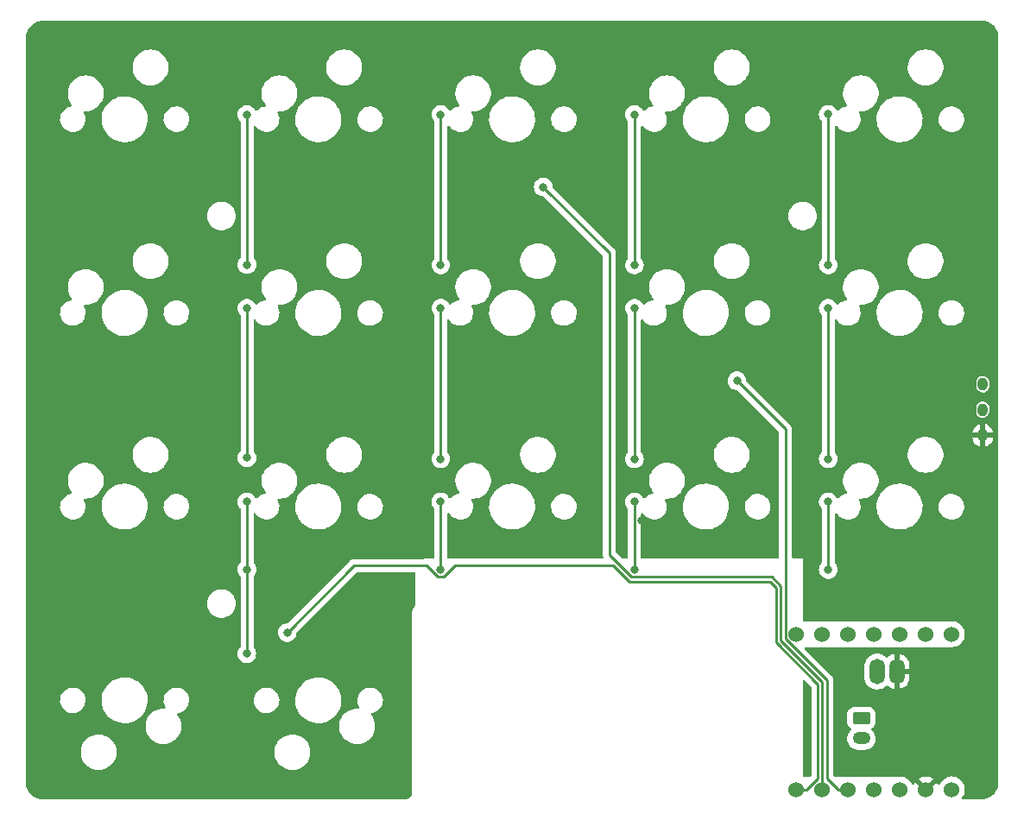
<source format=gtl>
G04 #@! TF.GenerationSoftware,KiCad,Pcbnew,7.0.5*
G04 #@! TF.CreationDate,2023-09-30T13:58:08+09:00*
G04 #@! TF.ProjectId,thorium_pcbr,74686f72-6975-46d5-9f70-6362722e6b69,rev?*
G04 #@! TF.SameCoordinates,Original*
G04 #@! TF.FileFunction,Copper,L1,Top*
G04 #@! TF.FilePolarity,Positive*
%FSLAX46Y46*%
G04 Gerber Fmt 4.6, Leading zero omitted, Abs format (unit mm)*
G04 Created by KiCad (PCBNEW 7.0.5) date 2023-09-30 13:58:08*
%MOMM*%
%LPD*%
G01*
G04 APERTURE LIST*
G04 Aperture macros list*
%AMRoundRect*
0 Rectangle with rounded corners*
0 $1 Rounding radius*
0 $2 $3 $4 $5 $6 $7 $8 $9 X,Y pos of 4 corners*
0 Add a 4 corners polygon primitive as box body*
4,1,4,$2,$3,$4,$5,$6,$7,$8,$9,$2,$3,0*
0 Add four circle primitives for the rounded corners*
1,1,$1+$1,$2,$3*
1,1,$1+$1,$4,$5*
1,1,$1+$1,$6,$7*
1,1,$1+$1,$8,$9*
0 Add four rect primitives between the rounded corners*
20,1,$1+$1,$2,$3,$4,$5,0*
20,1,$1+$1,$4,$5,$6,$7,0*
20,1,$1+$1,$6,$7,$8,$9,0*
20,1,$1+$1,$8,$9,$2,$3,0*%
G04 Aperture macros list end*
G04 #@! TA.AperFunction,ComponentPad*
%ADD10C,1.524000*%
G04 #@! TD*
G04 #@! TA.AperFunction,ComponentPad*
%ADD11O,1.500000X2.500000*%
G04 #@! TD*
G04 #@! TA.AperFunction,ComponentPad*
%ADD12O,1.750000X1.200000*%
G04 #@! TD*
G04 #@! TA.AperFunction,ComponentPad*
%ADD13RoundRect,0.250000X-0.625000X0.350000X-0.625000X-0.350000X0.625000X-0.350000X0.625000X0.350000X0*%
G04 #@! TD*
G04 #@! TA.AperFunction,ComponentPad*
%ADD14O,1.000000X1.300000*%
G04 #@! TD*
G04 #@! TA.AperFunction,ViaPad*
%ADD15C,0.800000*%
G04 #@! TD*
G04 #@! TA.AperFunction,Conductor*
%ADD16C,0.250000*%
G04 #@! TD*
G04 APERTURE END LIST*
D10*
X121620000Y-91000000D03*
X119080000Y-91000000D03*
X116540000Y-91000000D03*
X114000000Y-91000000D03*
X111460000Y-91000000D03*
X108920000Y-91000000D03*
X106380000Y-91000000D03*
X106380000Y-106240000D03*
X108920000Y-106240000D03*
X111460000Y-106240000D03*
X114000000Y-106240000D03*
X116540000Y-106240000D03*
X119080000Y-106240000D03*
X121620000Y-106240000D03*
D11*
X114317000Y-94675000D03*
X116222000Y-94675000D03*
D12*
X112750000Y-101240000D03*
D13*
X112750000Y-99240000D03*
D14*
X124650000Y-66500000D03*
X124650000Y-69000000D03*
X124650000Y-71500000D03*
D15*
X81550000Y-47150000D03*
X100550000Y-66160000D03*
X56450000Y-90850000D03*
X52500000Y-54760000D03*
X52500000Y-59030000D03*
X52480000Y-92940000D03*
X52500000Y-73720000D03*
X52500000Y-78030000D03*
X52500000Y-40030000D03*
X52500000Y-84671375D03*
X71500000Y-73810000D03*
X71500000Y-40030000D03*
X71490000Y-78030000D03*
X71490000Y-84671375D03*
X71500000Y-54810000D03*
X71500000Y-59030000D03*
X90500000Y-59030000D03*
X90500000Y-78030000D03*
X90500000Y-54810000D03*
X90500000Y-84671375D03*
X90500000Y-40030000D03*
X90500000Y-73810000D03*
X109500000Y-84671375D03*
X109500000Y-78030000D03*
X109500000Y-73810000D03*
X109500000Y-54810000D03*
X109500000Y-59030000D03*
X109500000Y-40020000D03*
X35330000Y-99670000D03*
X121810000Y-76410000D03*
X89350000Y-82790000D03*
X34730000Y-61180000D03*
X43490000Y-59920000D03*
X80050000Y-42840000D03*
X42050000Y-42750000D03*
X65400000Y-95960000D03*
X112500000Y-94220000D03*
X62540000Y-40830000D03*
X42110000Y-80720000D03*
X119510000Y-78900000D03*
X121760000Y-57350000D03*
X35000000Y-83670000D03*
X119530000Y-40880000D03*
X38950000Y-95220000D03*
X34660000Y-54300000D03*
X58060000Y-95140000D03*
X114580000Y-100590000D03*
X108410000Y-92730000D03*
X61070000Y-42780000D03*
X102770000Y-38370000D03*
X112830000Y-97570000D03*
X122830000Y-89760000D03*
X45700000Y-38380000D03*
X120160000Y-89290000D03*
X61080000Y-61750000D03*
X64820000Y-57360000D03*
X118060000Y-42740000D03*
X119830000Y-92740000D03*
X34920000Y-86020000D03*
X34710000Y-73260000D03*
X45850000Y-57340000D03*
X117990000Y-61820000D03*
X123310000Y-106710000D03*
X64760000Y-38390000D03*
X83810000Y-76420000D03*
X56470000Y-97330000D03*
X81490000Y-59920000D03*
X37420000Y-97210000D03*
X34920000Y-94930000D03*
X91230000Y-79880000D03*
X116730000Y-89250000D03*
X43540000Y-40630000D03*
X43540000Y-78850000D03*
X119510000Y-59840000D03*
X54340000Y-99650000D03*
X125760000Y-68350000D03*
X107410000Y-96330000D03*
X110790000Y-85170000D03*
X99060000Y-42770000D03*
X53710000Y-82840000D03*
X107410000Y-104470000D03*
X62550000Y-78870000D03*
X100580000Y-59760000D03*
X45750000Y-76400000D03*
X81510000Y-40840000D03*
X125750000Y-90350000D03*
X100530000Y-40810000D03*
X81510000Y-78900000D03*
X108350000Y-88370000D03*
X61110000Y-80650000D03*
X34930000Y-80140000D03*
X121770000Y-38370000D03*
X62480000Y-59880000D03*
X99020000Y-61840000D03*
X80040000Y-80740000D03*
X118060000Y-80770000D03*
X110640000Y-104500000D03*
X80100000Y-61670000D03*
X102760000Y-57390000D03*
X64820000Y-76370000D03*
X83770000Y-38340000D03*
X42090000Y-61720000D03*
X34690000Y-42200000D03*
X83860000Y-57340000D03*
X107780000Y-85000000D03*
D16*
X81550000Y-47150000D02*
X88040000Y-53640000D01*
X103976375Y-85396375D02*
X104843000Y-86263000D01*
X108920000Y-95726396D02*
X108920000Y-106240000D01*
X88040000Y-83236680D02*
X90199695Y-85396375D01*
X104843000Y-91649396D02*
X108920000Y-95726396D01*
X88040000Y-53640000D02*
X88040000Y-83236680D01*
X104843000Y-86263000D02*
X104843000Y-91649396D01*
X90199695Y-85396375D02*
X103976375Y-85396375D01*
X105293000Y-91463000D02*
X105293000Y-70903000D01*
X105293000Y-70903000D02*
X100550000Y-66160000D01*
X109370000Y-95540000D02*
X105293000Y-91463000D01*
X110457251Y-106240000D02*
X109370000Y-105152749D01*
X109370000Y-105152749D02*
X109370000Y-95540000D01*
X111460000Y-106240000D02*
X110457251Y-106240000D01*
X107833000Y-105797000D02*
X107390000Y-106240000D01*
X71189695Y-85396375D02*
X71790305Y-85396375D01*
X72916680Y-84270000D02*
X88436924Y-84270000D01*
X108469749Y-105153000D02*
X107833000Y-105789749D01*
X70765000Y-84965000D02*
X70765000Y-84971680D01*
X56450000Y-90850000D02*
X63030000Y-84270000D01*
X104393000Y-86449396D02*
X104393000Y-91835792D01*
X107833000Y-105789749D02*
X107833000Y-105797000D01*
X108469749Y-95912541D02*
X108469749Y-105153000D01*
X63030000Y-84270000D02*
X70070000Y-84270000D01*
X90013299Y-85846375D02*
X103789979Y-85846375D01*
X88436924Y-84270000D02*
X90013299Y-85846375D01*
X103789979Y-85846375D02*
X104393000Y-86449396D01*
X104393000Y-91835792D02*
X108469749Y-95912541D01*
X70765000Y-84971680D02*
X71189695Y-85396375D01*
X71790305Y-85396375D02*
X72916680Y-84270000D01*
X107390000Y-106240000D02*
X106380000Y-106240000D01*
X70070000Y-84270000D02*
X70765000Y-84965000D01*
X52500000Y-59030000D02*
X52500000Y-73720000D01*
X52480000Y-92940000D02*
X52500000Y-92920000D01*
X52500000Y-40030000D02*
X52500000Y-54760000D01*
X52500000Y-92920000D02*
X52500000Y-84671375D01*
X52500000Y-84671375D02*
X52500000Y-78030000D01*
X71490000Y-84671375D02*
X71490000Y-78030000D01*
X71500000Y-59030000D02*
X71500000Y-73810000D01*
X71500000Y-40030000D02*
X71500000Y-54810000D01*
X90500000Y-84671375D02*
X90500000Y-78030000D01*
X90500000Y-40030000D02*
X90500000Y-54810000D01*
X90500000Y-59030000D02*
X90500000Y-73810000D01*
X109500000Y-40020000D02*
X109500000Y-54810000D01*
X109500000Y-84671375D02*
X109500000Y-78030000D01*
X109500000Y-59030000D02*
X109500000Y-73810000D01*
G04 #@! TA.AperFunction,Conductor*
G36*
X124443033Y-30800522D02*
G01*
X124452523Y-30800518D01*
X124452526Y-30800519D01*
X124497930Y-30800500D01*
X124502318Y-30800656D01*
X124730004Y-30816857D01*
X124733146Y-30817081D01*
X124750668Y-30819594D01*
X124970298Y-30867304D01*
X124987275Y-30872284D01*
X125045588Y-30894020D01*
X125197870Y-30950781D01*
X125213971Y-30958131D01*
X125411241Y-31065810D01*
X125426132Y-31075377D01*
X125449626Y-31092962D01*
X125606064Y-31210053D01*
X125619441Y-31221644D01*
X125778355Y-31380558D01*
X125789946Y-31393935D01*
X125924620Y-31573864D01*
X125934189Y-31588758D01*
X126041868Y-31786028D01*
X126049218Y-31802129D01*
X126127713Y-32012720D01*
X126132696Y-32029706D01*
X126180405Y-32249331D01*
X126182918Y-32266853D01*
X126199342Y-32497665D01*
X126199499Y-32502091D01*
X126199477Y-32557126D01*
X126199500Y-32557415D01*
X126199500Y-105442739D01*
X126199477Y-105443033D01*
X126199499Y-105497907D01*
X126199342Y-105502334D01*
X126182918Y-105733146D01*
X126180405Y-105750668D01*
X126132696Y-105970293D01*
X126127713Y-105987279D01*
X126049218Y-106197870D01*
X126041868Y-106213971D01*
X125934189Y-106411241D01*
X125924620Y-106426135D01*
X125789946Y-106606064D01*
X125778355Y-106619441D01*
X125619441Y-106778355D01*
X125606064Y-106789946D01*
X125426135Y-106924620D01*
X125411241Y-106934189D01*
X125213971Y-107041868D01*
X125197870Y-107049218D01*
X124987279Y-107127713D01*
X124970293Y-107132696D01*
X124750668Y-107180405D01*
X124733146Y-107182918D01*
X124502334Y-107199342D01*
X124497907Y-107199499D01*
X124443033Y-107199477D01*
X124442739Y-107199500D01*
X122737346Y-107199500D01*
X122670307Y-107179815D01*
X122624552Y-107127011D01*
X122614608Y-107057853D01*
X122635772Y-107004376D01*
X122637177Y-107002369D01*
X122724488Y-106877677D01*
X122818440Y-106676196D01*
X122875978Y-106461463D01*
X122895353Y-106240000D01*
X122892649Y-106209097D01*
X122875978Y-106018542D01*
X122875978Y-106018537D01*
X122818440Y-105803804D01*
X122724488Y-105602324D01*
X122724485Y-105602320D01*
X122724485Y-105602319D01*
X122596978Y-105420220D01*
X122596975Y-105420217D01*
X122439781Y-105263023D01*
X122299677Y-105164921D01*
X122257676Y-105135511D01*
X122156936Y-105088535D01*
X122056196Y-105041560D01*
X122056193Y-105041559D01*
X122056191Y-105041558D01*
X121841465Y-104984022D01*
X121841457Y-104984021D01*
X121620002Y-104964647D01*
X121619998Y-104964647D01*
X121398542Y-104984021D01*
X121398535Y-104984022D01*
X121183800Y-105041561D01*
X120982323Y-105135512D01*
X120982319Y-105135514D01*
X120800217Y-105263023D01*
X120643023Y-105420217D01*
X120515514Y-105602319D01*
X120515514Y-105602320D01*
X120457692Y-105726318D01*
X120411519Y-105778757D01*
X120344325Y-105797908D01*
X120277444Y-105777692D01*
X120232928Y-105726316D01*
X120177100Y-105606593D01*
X120177099Y-105606591D01*
X120131740Y-105541811D01*
X119483547Y-106190004D01*
X119471327Y-106112850D01*
X119412883Y-105998146D01*
X119321854Y-105907117D01*
X119207150Y-105848673D01*
X119129994Y-105836452D01*
X119778187Y-105188258D01*
X119713409Y-105142900D01*
X119713407Y-105142899D01*
X119513284Y-105049580D01*
X119513270Y-105049575D01*
X119299986Y-104992426D01*
X119299976Y-104992424D01*
X119080001Y-104973179D01*
X119079999Y-104973179D01*
X118860023Y-104992424D01*
X118860013Y-104992426D01*
X118646729Y-105049575D01*
X118646720Y-105049579D01*
X118446586Y-105142903D01*
X118381812Y-105188257D01*
X118381811Y-105188258D01*
X119030006Y-105836452D01*
X118952850Y-105848673D01*
X118838146Y-105907117D01*
X118747117Y-105998146D01*
X118688673Y-106112850D01*
X118676452Y-106190006D01*
X118028258Y-105541811D01*
X118028257Y-105541812D01*
X117982903Y-105606586D01*
X117927071Y-105726317D01*
X117880898Y-105778756D01*
X117813705Y-105797908D01*
X117746824Y-105777692D01*
X117702307Y-105726317D01*
X117660904Y-105637529D01*
X117644488Y-105602324D01*
X117644485Y-105602320D01*
X117644485Y-105602319D01*
X117516978Y-105420220D01*
X117516975Y-105420217D01*
X117359781Y-105263023D01*
X117219677Y-105164921D01*
X117177676Y-105135511D01*
X117076936Y-105088535D01*
X116976196Y-105041560D01*
X116976193Y-105041559D01*
X116976191Y-105041558D01*
X116761465Y-104984022D01*
X116761457Y-104984021D01*
X116540002Y-104964647D01*
X116539996Y-104964647D01*
X116480789Y-104969826D01*
X116475444Y-104970062D01*
X114091418Y-104972402D01*
X114085952Y-104972166D01*
X114000002Y-104964647D01*
X113999997Y-104964647D01*
X113911974Y-104972347D01*
X113906630Y-104972583D01*
X111579594Y-104974867D01*
X111574127Y-104974631D01*
X111460003Y-104964647D01*
X111459997Y-104964647D01*
X111343160Y-104974868D01*
X111337815Y-104975104D01*
X110140919Y-104976279D01*
X110073860Y-104956660D01*
X110053116Y-104939960D01*
X110039818Y-104926662D01*
X110006333Y-104865339D01*
X110003499Y-104838990D01*
X110003499Y-101187016D01*
X111362719Y-101187016D01*
X111372792Y-101398474D01*
X111419987Y-101593013D01*
X111422701Y-101604200D01*
X111422701Y-101604202D01*
X111510643Y-101796770D01*
X111510647Y-101796776D01*
X111633436Y-101969210D01*
X111633442Y-101969216D01*
X111786657Y-102115306D01*
X111964741Y-102229753D01*
X111964746Y-102229756D01*
X112161279Y-102308436D01*
X112265215Y-102328468D01*
X112369150Y-102348500D01*
X112369151Y-102348500D01*
X113077797Y-102348500D01*
X113077803Y-102348500D01*
X113235739Y-102333419D01*
X113438862Y-102273777D01*
X113627026Y-102176771D01*
X113793432Y-102045908D01*
X113932065Y-101885918D01*
X114037913Y-101702582D01*
X114107153Y-101502527D01*
X114137281Y-101292984D01*
X114127208Y-101081526D01*
X114077298Y-100875796D01*
X113989356Y-100683229D01*
X113987999Y-100681323D01*
X113866563Y-100510789D01*
X113866552Y-100510777D01*
X113770943Y-100419615D01*
X113736007Y-100359107D01*
X113739332Y-100289316D01*
X113779860Y-100232402D01*
X113791408Y-100224338D01*
X113848652Y-100189030D01*
X113974030Y-100063652D01*
X114067115Y-99912738D01*
X114122887Y-99744426D01*
X114133500Y-99640545D01*
X114133499Y-98839456D01*
X114122887Y-98735574D01*
X114067115Y-98567262D01*
X113974030Y-98416348D01*
X113848652Y-98290970D01*
X113697738Y-98197885D01*
X113679006Y-98191678D01*
X113529427Y-98142113D01*
X113425545Y-98131500D01*
X112074462Y-98131500D01*
X112074446Y-98131501D01*
X111970572Y-98142113D01*
X111802264Y-98197884D01*
X111802259Y-98197886D01*
X111651346Y-98290971D01*
X111525971Y-98416346D01*
X111432886Y-98567259D01*
X111432884Y-98567264D01*
X111377113Y-98735572D01*
X111366500Y-98839447D01*
X111366500Y-99640537D01*
X111366501Y-99640553D01*
X111377113Y-99744427D01*
X111431584Y-99908812D01*
X111432885Y-99912738D01*
X111525970Y-100063652D01*
X111651348Y-100189030D01*
X111705787Y-100222608D01*
X111752512Y-100274556D01*
X111763735Y-100343518D01*
X111735892Y-100407600D01*
X111717347Y-100425614D01*
X111706571Y-100434088D01*
X111706566Y-100434093D01*
X111567938Y-100594077D01*
X111567930Y-100594088D01*
X111462088Y-100777415D01*
X111392847Y-100977471D01*
X111377887Y-101081523D01*
X111362719Y-101187016D01*
X110003499Y-101187016D01*
X110003499Y-95623636D01*
X110005239Y-95607884D01*
X110004967Y-95607859D01*
X110005699Y-95600101D01*
X110005702Y-95600092D01*
X110004385Y-95558203D01*
X110003531Y-95530995D01*
X110003500Y-95529048D01*
X110003500Y-95500147D01*
X110003500Y-95500144D01*
X110002614Y-95493141D01*
X110002157Y-95487322D01*
X110000674Y-95440111D01*
X109994976Y-95420499D01*
X109991033Y-95401466D01*
X109988474Y-95381203D01*
X109971085Y-95337286D01*
X109969196Y-95331766D01*
X109956018Y-95286407D01*
X109945626Y-95268835D01*
X109937066Y-95251362D01*
X109936329Y-95249500D01*
X109929552Y-95232383D01*
X109901794Y-95194179D01*
X109898587Y-95189296D01*
X109888873Y-95172871D01*
X109874542Y-95148638D01*
X109860108Y-95134204D01*
X109847471Y-95119409D01*
X109835472Y-95102893D01*
X109835470Y-95102890D01*
X109799073Y-95072781D01*
X109794751Y-95068847D01*
X108787636Y-94061732D01*
X113058499Y-94061732D01*
X113058500Y-94061733D01*
X113058500Y-95231522D01*
X113060118Y-95249500D01*
X113073718Y-95400620D01*
X113073719Y-95400626D01*
X113133982Y-95618983D01*
X113133987Y-95618996D01*
X113232271Y-95823086D01*
X113232275Y-95823093D01*
X113365424Y-96006357D01*
X113365427Y-96006361D01*
X113365429Y-96006363D01*
X113529166Y-96162912D01*
X113625204Y-96226306D01*
X113718227Y-96287710D01*
X113926522Y-96376740D01*
X113926525Y-96376741D01*
X113926530Y-96376743D01*
X114147385Y-96427151D01*
X114373691Y-96437315D01*
X114598175Y-96406906D01*
X114611584Y-96402549D01*
X116471999Y-96402549D01*
X116501267Y-96398586D01*
X116501273Y-96398585D01*
X116715268Y-96329054D01*
X116913401Y-96222434D01*
X116913404Y-96222432D01*
X117089320Y-96082145D01*
X117237352Y-95912707D01*
X117237359Y-95912699D01*
X117352759Y-95719553D01*
X117352761Y-95719548D01*
X117431824Y-95508889D01*
X117431824Y-95508888D01*
X117472000Y-95287505D01*
X117472000Y-94925000D01*
X116472000Y-94925000D01*
X116471999Y-96402549D01*
X114611584Y-96402549D01*
X114813621Y-96336903D01*
X115013106Y-96229556D01*
X115190218Y-96088314D01*
X115190223Y-96088308D01*
X115193627Y-96085054D01*
X115255681Y-96052945D01*
X115325245Y-96059483D01*
X115365022Y-96085042D01*
X115439489Y-96156240D01*
X115627266Y-96280191D01*
X115834169Y-96368624D01*
X115834178Y-96368627D01*
X115971999Y-96400084D01*
X115972000Y-96400084D01*
X115972000Y-94423938D01*
X116053115Y-94487072D01*
X116163595Y-94525000D01*
X116251005Y-94525000D01*
X116337216Y-94510614D01*
X116439947Y-94455019D01*
X116472000Y-94420200D01*
X116472000Y-94425000D01*
X117472000Y-94425000D01*
X117472000Y-94118874D01*
X117471999Y-94118870D01*
X117456883Y-93950903D01*
X117456882Y-93950897D01*
X117397026Y-93734015D01*
X117397021Y-93734002D01*
X117299401Y-93531291D01*
X117299397Y-93531283D01*
X117167148Y-93349258D01*
X117167142Y-93349250D01*
X117004513Y-93193762D01*
X116816733Y-93069808D01*
X116609830Y-92981375D01*
X116609823Y-92981373D01*
X116472000Y-92949915D01*
X116472000Y-93926061D01*
X116390885Y-93862928D01*
X116280405Y-93825000D01*
X116192995Y-93825000D01*
X116106784Y-93839386D01*
X116004053Y-93894981D01*
X115972000Y-93929799D01*
X115972000Y-92947449D01*
X115971999Y-92947449D01*
X115942721Y-92951415D01*
X115728731Y-93020945D01*
X115530598Y-93127565D01*
X115530595Y-93127567D01*
X115350326Y-93271327D01*
X115348902Y-93269541D01*
X115295548Y-93297095D01*
X115225990Y-93290503D01*
X115186302Y-93264979D01*
X115104835Y-93187089D01*
X115104834Y-93187088D01*
X115003874Y-93120445D01*
X114915772Y-93062289D01*
X114707477Y-92973259D01*
X114707464Y-92973255D01*
X114486620Y-92922850D01*
X114486616Y-92922849D01*
X114486615Y-92922849D01*
X114486614Y-92922848D01*
X114486609Y-92922848D01*
X114260312Y-92912685D01*
X114260311Y-92912685D01*
X114260309Y-92912685D01*
X114091945Y-92935491D01*
X114035824Y-92943094D01*
X114035819Y-92943095D01*
X113820377Y-93013097D01*
X113620892Y-93120445D01*
X113443781Y-93261685D01*
X113294742Y-93432275D01*
X113294736Y-93432283D01*
X113178550Y-93626743D01*
X113178548Y-93626748D01*
X113098948Y-93838839D01*
X113098948Y-93838840D01*
X113058500Y-94061729D01*
X113058499Y-94061732D01*
X108787636Y-94061732D01*
X107207586Y-92481681D01*
X107174101Y-92420358D01*
X107179085Y-92350666D01*
X107220957Y-92294733D01*
X107286421Y-92270316D01*
X107295267Y-92270000D01*
X108856107Y-92270000D01*
X108861508Y-92270235D01*
X108893549Y-92273038D01*
X108919998Y-92275353D01*
X108920000Y-92275353D01*
X108920002Y-92275353D01*
X108946450Y-92273038D01*
X108978491Y-92270235D01*
X108983893Y-92270000D01*
X111396107Y-92270000D01*
X111401508Y-92270235D01*
X111433549Y-92273038D01*
X111459998Y-92275353D01*
X111460000Y-92275353D01*
X111460002Y-92275353D01*
X111486450Y-92273038D01*
X111518491Y-92270235D01*
X111523893Y-92270000D01*
X113936107Y-92270000D01*
X113941508Y-92270235D01*
X113973549Y-92273038D01*
X113999998Y-92275353D01*
X114000000Y-92275353D01*
X114000002Y-92275353D01*
X114026450Y-92273038D01*
X114058491Y-92270235D01*
X114063893Y-92270000D01*
X116476107Y-92270000D01*
X116481508Y-92270235D01*
X116513549Y-92273038D01*
X116539998Y-92275353D01*
X116540000Y-92275353D01*
X116540002Y-92275353D01*
X116566450Y-92273038D01*
X116598491Y-92270235D01*
X116603893Y-92270000D01*
X119016107Y-92270000D01*
X119021508Y-92270235D01*
X119053549Y-92273038D01*
X119079998Y-92275353D01*
X119080000Y-92275353D01*
X119080002Y-92275353D01*
X119106450Y-92273038D01*
X119138491Y-92270235D01*
X119143893Y-92270000D01*
X121556107Y-92270000D01*
X121561508Y-92270235D01*
X121593549Y-92273038D01*
X121619998Y-92275353D01*
X121620000Y-92275353D01*
X121620002Y-92275353D01*
X121678489Y-92270236D01*
X121841463Y-92255978D01*
X122056196Y-92198440D01*
X122257677Y-92104488D01*
X122439781Y-91976977D01*
X122596977Y-91819781D01*
X122724488Y-91637677D01*
X122818440Y-91436196D01*
X122875978Y-91221463D01*
X122895353Y-91000000D01*
X122875978Y-90778537D01*
X122818440Y-90563804D01*
X122724488Y-90362324D01*
X122724486Y-90362321D01*
X122724485Y-90362319D01*
X122596978Y-90180220D01*
X122587892Y-90171134D01*
X122439781Y-90023023D01*
X122257677Y-89895512D01*
X122257678Y-89895512D01*
X122257676Y-89895511D01*
X122156936Y-89848535D01*
X122056196Y-89801560D01*
X122056193Y-89801559D01*
X122056191Y-89801558D01*
X121841465Y-89744022D01*
X121841457Y-89744021D01*
X121620002Y-89724647D01*
X121619998Y-89724647D01*
X121593549Y-89726961D01*
X121561508Y-89729764D01*
X121556107Y-89730000D01*
X119143893Y-89730000D01*
X119138491Y-89729764D01*
X119106450Y-89726961D01*
X119080002Y-89724647D01*
X119079998Y-89724647D01*
X119053549Y-89726961D01*
X119021508Y-89729764D01*
X119016107Y-89730000D01*
X116603893Y-89730000D01*
X116598491Y-89729764D01*
X116566450Y-89726961D01*
X116540002Y-89724647D01*
X116539998Y-89724647D01*
X116513549Y-89726961D01*
X116481508Y-89729764D01*
X116476107Y-89730000D01*
X114063893Y-89730000D01*
X114058491Y-89729764D01*
X114026450Y-89726961D01*
X114000002Y-89724647D01*
X113999998Y-89724647D01*
X113973549Y-89726961D01*
X113941508Y-89729764D01*
X113936107Y-89730000D01*
X111523893Y-89730000D01*
X111518491Y-89729764D01*
X111486450Y-89726961D01*
X111460002Y-89724647D01*
X111459998Y-89724647D01*
X111433549Y-89726961D01*
X111401508Y-89729764D01*
X111396107Y-89730000D01*
X108983893Y-89730000D01*
X108978491Y-89729764D01*
X108946450Y-89726961D01*
X108920002Y-89724647D01*
X108919998Y-89724647D01*
X108893549Y-89726961D01*
X108861508Y-89729764D01*
X108856107Y-89730000D01*
X107119053Y-89730000D01*
X107052014Y-89710315D01*
X107006259Y-89657511D01*
X106995053Y-89605899D01*
X106996956Y-87279675D01*
X106999091Y-84671375D01*
X108586496Y-84671375D01*
X108606458Y-84861303D01*
X108606459Y-84861306D01*
X108665470Y-85042924D01*
X108665473Y-85042931D01*
X108760960Y-85208319D01*
X108888747Y-85350241D01*
X109043248Y-85462493D01*
X109217712Y-85540169D01*
X109404513Y-85579875D01*
X109595487Y-85579875D01*
X109782288Y-85540169D01*
X109956752Y-85462493D01*
X110111253Y-85350241D01*
X110239040Y-85208319D01*
X110334527Y-85042931D01*
X110393542Y-84861303D01*
X110413504Y-84671375D01*
X110393542Y-84481447D01*
X110334527Y-84299819D01*
X110239040Y-84134431D01*
X110239036Y-84134425D01*
X110165350Y-84052588D01*
X110135120Y-83989596D01*
X110133500Y-83969616D01*
X110133500Y-79240305D01*
X110153185Y-79173266D01*
X110205989Y-79127511D01*
X110275147Y-79117567D01*
X110338703Y-79146592D01*
X110366695Y-79181547D01*
X110372147Y-79191679D01*
X110372148Y-79191681D01*
X110512489Y-79367663D01*
X110512491Y-79367664D01*
X110512492Y-79367666D01*
X110682004Y-79515765D01*
X110875236Y-79631215D01*
X111085976Y-79710307D01*
X111307450Y-79750500D01*
X111307453Y-79750500D01*
X111476148Y-79750500D01*
X111476155Y-79750500D01*
X111644188Y-79735377D01*
X111722859Y-79713665D01*
X111861160Y-79675496D01*
X111861162Y-79675495D01*
X111861170Y-79675493D01*
X112063973Y-79577829D01*
X112246078Y-79445522D01*
X112401632Y-79282825D01*
X112525635Y-79094968D01*
X112556448Y-79022879D01*
X112614100Y-78887995D01*
X112614099Y-78887995D01*
X112614103Y-78887988D01*
X112664191Y-78668537D01*
X112668375Y-78575373D01*
X114245723Y-78575373D01*
X114275881Y-78875160D01*
X114275882Y-78875162D01*
X114345728Y-79168252D01*
X114345733Y-79168266D01*
X114454020Y-79449427D01*
X114454024Y-79449436D01*
X114598825Y-79713665D01*
X114598829Y-79713671D01*
X114777551Y-79956234D01*
X114777554Y-79956238D01*
X114777561Y-79956245D01*
X114987019Y-80172823D01*
X115223478Y-80359553D01*
X115223480Y-80359554D01*
X115223485Y-80359558D01*
X115482730Y-80513109D01*
X115760128Y-80630736D01*
X116050729Y-80710340D01*
X116349347Y-80750500D01*
X116349351Y-80750500D01*
X116575252Y-80750500D01*
X116739163Y-80739526D01*
X116800634Y-80735412D01*
X117095903Y-80675396D01*
X117380537Y-80576560D01*
X117649459Y-80440668D01*
X117897869Y-80270144D01*
X118121333Y-80068032D01*
X118315865Y-79837939D01*
X118477993Y-79583970D01*
X118604823Y-79310658D01*
X118694093Y-79022879D01*
X118744209Y-78725770D01*
X118749874Y-78556330D01*
X120325710Y-78556330D01*
X120355925Y-78779387D01*
X120355926Y-78779390D01*
X120425483Y-78993465D01*
X120532146Y-79191678D01*
X120532148Y-79191681D01*
X120672489Y-79367663D01*
X120672491Y-79367664D01*
X120672492Y-79367666D01*
X120842004Y-79515765D01*
X121035236Y-79631215D01*
X121245976Y-79710307D01*
X121467450Y-79750500D01*
X121467453Y-79750500D01*
X121636148Y-79750500D01*
X121636155Y-79750500D01*
X121804188Y-79735377D01*
X121882859Y-79713665D01*
X122021160Y-79675496D01*
X122021162Y-79675495D01*
X122021170Y-79675493D01*
X122223973Y-79577829D01*
X122406078Y-79445522D01*
X122561632Y-79282825D01*
X122685635Y-79094968D01*
X122716448Y-79022879D01*
X122774100Y-78887995D01*
X122774099Y-78887995D01*
X122774103Y-78887988D01*
X122824191Y-78668537D01*
X122834290Y-78443670D01*
X122804075Y-78220613D01*
X122734517Y-78006536D01*
X122627852Y-77808319D01*
X122532971Y-77689342D01*
X122487510Y-77632336D01*
X122487508Y-77632334D01*
X122317996Y-77484235D01*
X122124764Y-77368785D01*
X122006775Y-77324503D01*
X121914023Y-77289692D01*
X121692550Y-77249500D01*
X121692547Y-77249500D01*
X121523845Y-77249500D01*
X121485399Y-77252960D01*
X121355813Y-77264622D01*
X121355807Y-77264623D01*
X121138839Y-77324503D01*
X121138826Y-77324508D01*
X120936033Y-77422167D01*
X120936025Y-77422171D01*
X120753927Y-77554473D01*
X120753925Y-77554474D01*
X120598366Y-77717176D01*
X120474363Y-77905033D01*
X120385899Y-78112004D01*
X120385895Y-78112017D01*
X120335810Y-78331457D01*
X120335808Y-78331468D01*
X120330769Y-78443674D01*
X120325710Y-78556330D01*
X118749874Y-78556330D01*
X118754277Y-78424631D01*
X118724118Y-78124838D01*
X118654269Y-77831739D01*
X118545977Y-77550566D01*
X118401175Y-77286335D01*
X118385177Y-77264623D01*
X118324623Y-77182438D01*
X118222446Y-77043762D01*
X118012980Y-76827176D01*
X117889742Y-76729856D01*
X117776521Y-76640446D01*
X117776517Y-76640443D01*
X117776515Y-76640442D01*
X117517270Y-76486891D01*
X117239872Y-76369264D01*
X117239863Y-76369261D01*
X116949272Y-76289660D01*
X116874616Y-76279620D01*
X116650653Y-76249500D01*
X116424756Y-76249500D01*
X116424748Y-76249500D01*
X116199368Y-76264587D01*
X116199359Y-76264589D01*
X115904094Y-76324604D01*
X115619464Y-76423439D01*
X115619459Y-76423441D01*
X115350546Y-76559328D01*
X115102125Y-76729860D01*
X114878665Y-76931969D01*
X114684132Y-77162064D01*
X114522006Y-77416030D01*
X114522005Y-77416032D01*
X114397380Y-77684595D01*
X114395177Y-77689342D01*
X114395176Y-77689346D01*
X114305907Y-77977118D01*
X114255791Y-78274230D01*
X114245723Y-78575373D01*
X112668375Y-78575373D01*
X112674290Y-78443670D01*
X112644075Y-78220613D01*
X112574517Y-78006536D01*
X112574515Y-78006532D01*
X112574515Y-78006531D01*
X112513561Y-77893259D01*
X112499127Y-77824897D01*
X112523945Y-77759583D01*
X112580134Y-77718055D01*
X112622755Y-77710500D01*
X112755492Y-77710500D01*
X112755494Y-77710500D01*
X112755496Y-77710499D01*
X112755515Y-77710499D01*
X112951620Y-77695803D01*
X112951622Y-77695802D01*
X112951630Y-77695802D01*
X113207416Y-77637420D01*
X113451643Y-77541568D01*
X113678857Y-77410386D01*
X113883981Y-77246805D01*
X113891333Y-77238882D01*
X113962609Y-77162064D01*
X114062433Y-77054479D01*
X114210228Y-76837704D01*
X114324063Y-76601323D01*
X114401396Y-76350615D01*
X114440500Y-76091182D01*
X114440500Y-75828818D01*
X114401396Y-75569385D01*
X114324063Y-75318677D01*
X114252705Y-75170500D01*
X114210232Y-75082303D01*
X114210231Y-75082302D01*
X114210230Y-75082301D01*
X114210228Y-75082296D01*
X114062433Y-74865521D01*
X114052441Y-74854753D01*
X113883985Y-74673198D01*
X113793597Y-74601116D01*
X113678857Y-74509614D01*
X113451643Y-74378432D01*
X113207416Y-74282580D01*
X113207411Y-74282578D01*
X113207402Y-74282576D01*
X112989818Y-74232914D01*
X112951630Y-74224198D01*
X112951629Y-74224197D01*
X112951625Y-74224197D01*
X112951620Y-74224196D01*
X112755515Y-74209500D01*
X112755494Y-74209500D01*
X112624506Y-74209500D01*
X112624484Y-74209500D01*
X112428379Y-74224196D01*
X112428374Y-74224197D01*
X112172597Y-74282576D01*
X112172578Y-74282582D01*
X111928356Y-74378432D01*
X111701143Y-74509614D01*
X111496014Y-74673198D01*
X111317567Y-74865520D01*
X111169768Y-75082302D01*
X111169767Y-75082303D01*
X111055938Y-75318673D01*
X110978606Y-75569376D01*
X110978605Y-75569381D01*
X110978604Y-75569385D01*
X110963853Y-75667247D01*
X110939500Y-75828812D01*
X110939500Y-76091187D01*
X110959794Y-76225823D01*
X110978604Y-76350615D01*
X110978605Y-76350617D01*
X110978606Y-76350623D01*
X111055938Y-76601326D01*
X111169767Y-76837696D01*
X111169768Y-76837697D01*
X111169770Y-76837700D01*
X111169772Y-76837704D01*
X111234041Y-76931969D01*
X111317571Y-77054485D01*
X111320458Y-77058104D01*
X111319263Y-77059056D01*
X111347472Y-77115646D01*
X111339886Y-77185103D01*
X111295954Y-77239433D01*
X111236520Y-77260959D01*
X111195814Y-77264622D01*
X111195807Y-77264623D01*
X110978839Y-77324503D01*
X110978826Y-77324508D01*
X110776033Y-77422167D01*
X110776025Y-77422171D01*
X110593927Y-77554473D01*
X110593919Y-77554480D01*
X110509073Y-77643222D01*
X110448517Y-77678074D01*
X110378731Y-77674655D01*
X110321872Y-77634049D01*
X110312060Y-77619530D01*
X110274502Y-77554478D01*
X110239040Y-77493056D01*
X110111253Y-77351134D01*
X109956752Y-77238882D01*
X109782288Y-77161206D01*
X109782286Y-77161205D01*
X109595487Y-77121500D01*
X109404513Y-77121500D01*
X109217714Y-77161205D01*
X109043246Y-77238883D01*
X108888745Y-77351135D01*
X108760959Y-77493057D01*
X108665473Y-77658443D01*
X108665470Y-77658450D01*
X108609163Y-77831747D01*
X108606458Y-77840072D01*
X108586496Y-78030000D01*
X108606458Y-78219928D01*
X108606459Y-78219931D01*
X108665470Y-78401549D01*
X108665473Y-78401556D01*
X108689787Y-78443670D01*
X108760960Y-78566944D01*
X108834649Y-78648784D01*
X108864880Y-78711775D01*
X108866500Y-78731756D01*
X108866500Y-83969616D01*
X108846815Y-84036655D01*
X108834650Y-84052588D01*
X108760963Y-84134425D01*
X108760958Y-84134432D01*
X108665473Y-84299818D01*
X108665470Y-84299825D01*
X108606459Y-84481443D01*
X108606458Y-84481447D01*
X108586496Y-84671375D01*
X106999091Y-84671375D01*
X107000000Y-83560000D01*
X106999998Y-83560000D01*
X106999999Y-83559999D01*
X106050728Y-83561748D01*
X105983653Y-83542187D01*
X105937801Y-83489467D01*
X105926500Y-83437748D01*
X105926500Y-73810000D01*
X108586496Y-73810000D01*
X108606458Y-73999928D01*
X108606459Y-73999931D01*
X108665470Y-74181549D01*
X108665473Y-74181556D01*
X108760960Y-74346944D01*
X108888747Y-74488866D01*
X109043248Y-74601118D01*
X109217712Y-74678794D01*
X109404513Y-74718500D01*
X109595487Y-74718500D01*
X109782288Y-74678794D01*
X109956752Y-74601118D01*
X110111253Y-74488866D01*
X110239040Y-74346944D01*
X110334527Y-74181556D01*
X110393542Y-73999928D01*
X110413504Y-73810000D01*
X110393542Y-73620072D01*
X110371160Y-73551187D01*
X117289500Y-73551187D01*
X117309794Y-73685823D01*
X117328604Y-73810615D01*
X117328605Y-73810617D01*
X117328606Y-73810623D01*
X117405938Y-74061326D01*
X117519767Y-74297696D01*
X117519768Y-74297697D01*
X117519770Y-74297700D01*
X117519772Y-74297704D01*
X117650103Y-74488864D01*
X117667567Y-74514479D01*
X117846014Y-74706801D01*
X117846018Y-74706804D01*
X117846019Y-74706805D01*
X118051143Y-74870386D01*
X118278357Y-75001568D01*
X118522584Y-75097420D01*
X118778370Y-75155802D01*
X118778376Y-75155802D01*
X118778379Y-75155803D01*
X118974484Y-75170499D01*
X118974503Y-75170499D01*
X118974506Y-75170500D01*
X118974508Y-75170500D01*
X119105492Y-75170500D01*
X119105494Y-75170500D01*
X119105496Y-75170499D01*
X119105515Y-75170499D01*
X119301620Y-75155803D01*
X119301622Y-75155802D01*
X119301630Y-75155802D01*
X119557416Y-75097420D01*
X119801643Y-75001568D01*
X120028857Y-74870386D01*
X120233981Y-74706805D01*
X120265167Y-74673195D01*
X120332044Y-74601118D01*
X120412433Y-74514479D01*
X120560228Y-74297704D01*
X120674063Y-74061323D01*
X120751396Y-73810615D01*
X120790500Y-73551182D01*
X120790500Y-73288818D01*
X120751396Y-73029385D01*
X120674063Y-72778677D01*
X120599269Y-72623365D01*
X120560232Y-72542303D01*
X120560231Y-72542302D01*
X120560230Y-72542301D01*
X120560228Y-72542296D01*
X120412433Y-72325521D01*
X120402441Y-72314753D01*
X120233985Y-72133198D01*
X120125132Y-72046391D01*
X120028857Y-71969614D01*
X119801643Y-71838432D01*
X119576322Y-71750000D01*
X123655012Y-71750000D01*
X123665418Y-71852338D01*
X123726299Y-72046381D01*
X123726304Y-72046391D01*
X123825005Y-72224215D01*
X123825005Y-72224216D01*
X123957478Y-72378530D01*
X123957479Y-72378531D01*
X124118304Y-72503018D01*
X124300907Y-72592589D01*
X124399999Y-72618244D01*
X124400000Y-71750000D01*
X123655012Y-71750000D01*
X119576322Y-71750000D01*
X119557416Y-71742580D01*
X119557411Y-71742578D01*
X119557402Y-71742576D01*
X119339818Y-71692914D01*
X119301630Y-71684198D01*
X119301629Y-71684197D01*
X119301625Y-71684197D01*
X119301620Y-71684196D01*
X119173890Y-71674624D01*
X124400000Y-71674624D01*
X124414505Y-71747545D01*
X124469760Y-71830240D01*
X124552455Y-71885495D01*
X124650000Y-71904898D01*
X124747545Y-71885495D01*
X124830240Y-71830240D01*
X124883855Y-71750000D01*
X124900000Y-71750000D01*
X124900000Y-72623365D01*
X124901944Y-72623069D01*
X124901945Y-72623069D01*
X125092660Y-72552436D01*
X125092664Y-72552434D01*
X125265267Y-72444850D01*
X125412668Y-72304735D01*
X125412669Y-72304733D01*
X125528856Y-72137804D01*
X125609059Y-71950907D01*
X125650000Y-71751690D01*
X125650000Y-71750000D01*
X124900000Y-71750000D01*
X124883855Y-71750000D01*
X124885495Y-71747545D01*
X124900000Y-71674624D01*
X124900000Y-71325376D01*
X124885495Y-71252455D01*
X124830240Y-71169760D01*
X124747545Y-71114505D01*
X124650000Y-71095102D01*
X124552455Y-71114505D01*
X124469760Y-71169760D01*
X124414505Y-71252455D01*
X124400000Y-71325376D01*
X124400000Y-71674624D01*
X119173890Y-71674624D01*
X119105515Y-71669500D01*
X119105494Y-71669500D01*
X118974506Y-71669500D01*
X118974484Y-71669500D01*
X118778379Y-71684196D01*
X118778374Y-71684197D01*
X118522597Y-71742576D01*
X118522578Y-71742582D01*
X118278356Y-71838432D01*
X118051143Y-71969614D01*
X117846014Y-72133198D01*
X117667567Y-72325520D01*
X117519768Y-72542302D01*
X117519767Y-72542303D01*
X117405938Y-72778673D01*
X117328606Y-73029376D01*
X117328605Y-73029381D01*
X117328604Y-73029385D01*
X117316718Y-73108241D01*
X117289500Y-73288812D01*
X117289500Y-73551187D01*
X110371160Y-73551187D01*
X110334527Y-73438444D01*
X110282565Y-73348443D01*
X110239041Y-73273057D01*
X110239036Y-73273050D01*
X110165350Y-73191213D01*
X110135120Y-73128221D01*
X110133500Y-73108241D01*
X110133500Y-71250000D01*
X123650000Y-71250000D01*
X124400000Y-71250000D01*
X124400000Y-70381753D01*
X124899999Y-70381753D01*
X124900000Y-71250000D01*
X125644988Y-71250000D01*
X125644988Y-71249999D01*
X125634581Y-71147661D01*
X125573700Y-70953618D01*
X125573695Y-70953608D01*
X125474994Y-70775784D01*
X125474994Y-70775783D01*
X125342521Y-70621469D01*
X125342520Y-70621468D01*
X125181695Y-70496981D01*
X124999093Y-70407411D01*
X124899999Y-70381753D01*
X124400000Y-70381753D01*
X124400000Y-70376633D01*
X124398053Y-70376931D01*
X124398047Y-70376933D01*
X124207342Y-70447562D01*
X124207335Y-70447565D01*
X124034732Y-70555149D01*
X123887331Y-70695264D01*
X123887330Y-70695266D01*
X123771143Y-70862195D01*
X123690940Y-71049092D01*
X123650000Y-71248309D01*
X123650000Y-71250000D01*
X110133500Y-71250000D01*
X110133500Y-69190934D01*
X123999500Y-69190934D01*
X124014929Y-69313057D01*
X124014929Y-69313060D01*
X124075431Y-69465869D01*
X124075436Y-69465878D01*
X124172034Y-69598835D01*
X124172037Y-69598837D01*
X124298674Y-69703600D01*
X124447387Y-69773579D01*
X124608830Y-69804376D01*
X124772860Y-69794056D01*
X124929171Y-69743268D01*
X125067940Y-69655202D01*
X125180448Y-69535393D01*
X125259627Y-69391368D01*
X125300500Y-69232177D01*
X125300500Y-68809075D01*
X125285071Y-68686942D01*
X125224568Y-68534129D01*
X125224565Y-68534125D01*
X125224563Y-68534121D01*
X125127965Y-68401164D01*
X125127962Y-68401162D01*
X125001326Y-68296400D01*
X124852612Y-68226420D01*
X124769517Y-68210569D01*
X124691170Y-68195624D01*
X124691166Y-68195624D01*
X124527139Y-68205944D01*
X124370828Y-68256732D01*
X124370824Y-68256734D01*
X124232059Y-68344798D01*
X124119554Y-68464603D01*
X124119548Y-68464611D01*
X124040374Y-68608628D01*
X124040371Y-68608638D01*
X123999500Y-68767819D01*
X123999500Y-69190934D01*
X110133500Y-69190934D01*
X110133500Y-66690934D01*
X123999500Y-66690934D01*
X124014929Y-66813057D01*
X124014929Y-66813060D01*
X124075431Y-66965869D01*
X124075436Y-66965878D01*
X124172034Y-67098835D01*
X124172037Y-67098837D01*
X124298674Y-67203600D01*
X124447387Y-67273579D01*
X124608830Y-67304376D01*
X124772860Y-67294056D01*
X124929171Y-67243268D01*
X125067940Y-67155202D01*
X125180448Y-67035393D01*
X125259627Y-66891368D01*
X125300500Y-66732177D01*
X125300500Y-66309075D01*
X125285071Y-66186942D01*
X125224568Y-66034129D01*
X125224565Y-66034125D01*
X125224563Y-66034121D01*
X125127965Y-65901164D01*
X125127962Y-65901162D01*
X125001326Y-65796400D01*
X124852612Y-65726420D01*
X124769517Y-65710569D01*
X124691170Y-65695624D01*
X124691166Y-65695624D01*
X124527139Y-65705944D01*
X124370828Y-65756732D01*
X124370824Y-65756734D01*
X124232059Y-65844798D01*
X124119554Y-65964603D01*
X124119548Y-65964611D01*
X124040374Y-66108628D01*
X124040371Y-66108638D01*
X123999500Y-66267819D01*
X123999500Y-66690934D01*
X110133500Y-66690934D01*
X110133500Y-60240305D01*
X110153185Y-60173266D01*
X110205989Y-60127511D01*
X110275147Y-60117567D01*
X110338703Y-60146592D01*
X110366695Y-60181547D01*
X110372147Y-60191679D01*
X110372148Y-60191681D01*
X110512489Y-60367663D01*
X110512491Y-60367664D01*
X110512492Y-60367666D01*
X110682004Y-60515765D01*
X110875236Y-60631215D01*
X111085976Y-60710307D01*
X111307450Y-60750500D01*
X111307453Y-60750500D01*
X111476148Y-60750500D01*
X111476155Y-60750500D01*
X111644188Y-60735377D01*
X111722859Y-60713665D01*
X111861160Y-60675496D01*
X111861162Y-60675495D01*
X111861170Y-60675493D01*
X112063973Y-60577829D01*
X112246078Y-60445522D01*
X112401632Y-60282825D01*
X112525635Y-60094968D01*
X112556448Y-60022879D01*
X112614100Y-59887995D01*
X112614099Y-59887995D01*
X112614103Y-59887988D01*
X112664191Y-59668537D01*
X112668375Y-59575373D01*
X114245723Y-59575373D01*
X114275881Y-59875160D01*
X114275882Y-59875162D01*
X114345728Y-60168252D01*
X114345733Y-60168266D01*
X114454020Y-60449427D01*
X114454024Y-60449436D01*
X114598825Y-60713665D01*
X114598829Y-60713671D01*
X114777551Y-60956234D01*
X114777554Y-60956238D01*
X114777561Y-60956245D01*
X114987019Y-61172823D01*
X115223478Y-61359553D01*
X115223480Y-61359554D01*
X115223485Y-61359558D01*
X115482730Y-61513109D01*
X115760128Y-61630736D01*
X116050729Y-61710340D01*
X116349347Y-61750500D01*
X116349351Y-61750500D01*
X116575252Y-61750500D01*
X116739164Y-61739526D01*
X116800634Y-61735412D01*
X117095903Y-61675396D01*
X117380537Y-61576560D01*
X117649459Y-61440668D01*
X117897869Y-61270144D01*
X118121333Y-61068032D01*
X118315865Y-60837939D01*
X118477993Y-60583970D01*
X118604823Y-60310658D01*
X118694093Y-60022879D01*
X118744209Y-59725770D01*
X118749874Y-59556330D01*
X120325710Y-59556330D01*
X120355925Y-59779387D01*
X120355926Y-59779390D01*
X120425483Y-59993465D01*
X120532146Y-60191678D01*
X120532148Y-60191681D01*
X120672489Y-60367663D01*
X120672491Y-60367664D01*
X120672492Y-60367666D01*
X120842004Y-60515765D01*
X121035236Y-60631215D01*
X121245976Y-60710307D01*
X121467450Y-60750500D01*
X121467453Y-60750500D01*
X121636148Y-60750500D01*
X121636155Y-60750500D01*
X121804188Y-60735377D01*
X121882859Y-60713665D01*
X122021160Y-60675496D01*
X122021162Y-60675495D01*
X122021170Y-60675493D01*
X122223973Y-60577829D01*
X122406078Y-60445522D01*
X122561632Y-60282825D01*
X122685635Y-60094968D01*
X122716448Y-60022879D01*
X122774100Y-59887995D01*
X122774099Y-59887995D01*
X122774103Y-59887988D01*
X122824191Y-59668537D01*
X122834290Y-59443670D01*
X122804075Y-59220613D01*
X122734517Y-59006536D01*
X122627852Y-58808319D01*
X122532971Y-58689342D01*
X122487510Y-58632336D01*
X122487508Y-58632334D01*
X122317996Y-58484235D01*
X122124764Y-58368785D01*
X122006775Y-58324503D01*
X121914023Y-58289692D01*
X121692550Y-58249500D01*
X121692547Y-58249500D01*
X121523845Y-58249500D01*
X121485399Y-58252960D01*
X121355813Y-58264622D01*
X121355807Y-58264623D01*
X121138839Y-58324503D01*
X121138826Y-58324508D01*
X120936033Y-58422167D01*
X120936025Y-58422171D01*
X120753927Y-58554473D01*
X120753925Y-58554474D01*
X120598366Y-58717176D01*
X120474363Y-58905033D01*
X120385899Y-59112004D01*
X120385895Y-59112017D01*
X120335810Y-59331457D01*
X120335808Y-59331468D01*
X120330769Y-59443674D01*
X120325710Y-59556330D01*
X118749874Y-59556330D01*
X118754277Y-59424631D01*
X118724118Y-59124838D01*
X118654269Y-58831739D01*
X118545977Y-58550566D01*
X118401175Y-58286335D01*
X118385177Y-58264623D01*
X118324623Y-58182438D01*
X118222446Y-58043762D01*
X118012980Y-57827176D01*
X117889742Y-57729856D01*
X117776521Y-57640446D01*
X117776517Y-57640443D01*
X117776515Y-57640442D01*
X117517270Y-57486891D01*
X117239872Y-57369264D01*
X117239863Y-57369261D01*
X116949272Y-57289660D01*
X116874616Y-57279620D01*
X116650653Y-57249500D01*
X116424756Y-57249500D01*
X116424748Y-57249500D01*
X116199368Y-57264587D01*
X116199359Y-57264589D01*
X115904094Y-57324604D01*
X115619464Y-57423439D01*
X115619459Y-57423441D01*
X115350546Y-57559328D01*
X115102125Y-57729860D01*
X114878665Y-57931969D01*
X114684132Y-58162064D01*
X114522006Y-58416030D01*
X114522005Y-58416032D01*
X114395181Y-58689333D01*
X114395177Y-58689342D01*
X114395176Y-58689346D01*
X114305907Y-58977118D01*
X114255791Y-59274230D01*
X114245723Y-59575373D01*
X112668375Y-59575373D01*
X112674290Y-59443670D01*
X112644075Y-59220613D01*
X112574517Y-59006536D01*
X112574515Y-59006532D01*
X112574515Y-59006531D01*
X112513561Y-58893259D01*
X112499127Y-58824897D01*
X112523945Y-58759583D01*
X112580134Y-58718055D01*
X112622755Y-58710500D01*
X112755492Y-58710500D01*
X112755494Y-58710500D01*
X112755496Y-58710499D01*
X112755515Y-58710499D01*
X112951620Y-58695803D01*
X112951622Y-58695802D01*
X112951630Y-58695802D01*
X113207416Y-58637420D01*
X113451643Y-58541568D01*
X113678857Y-58410386D01*
X113883981Y-58246805D01*
X113891333Y-58238882D01*
X113962609Y-58162064D01*
X114062433Y-58054479D01*
X114210228Y-57837704D01*
X114324063Y-57601323D01*
X114401396Y-57350615D01*
X114440500Y-57091182D01*
X114440500Y-56828818D01*
X114401396Y-56569385D01*
X114324063Y-56318677D01*
X114252705Y-56170500D01*
X114210232Y-56082303D01*
X114210231Y-56082302D01*
X114210230Y-56082301D01*
X114210228Y-56082296D01*
X114062433Y-55865521D01*
X114052441Y-55854753D01*
X113883985Y-55673198D01*
X113730901Y-55551118D01*
X113678857Y-55509614D01*
X113451643Y-55378432D01*
X113207416Y-55282580D01*
X113207411Y-55282578D01*
X113207402Y-55282576D01*
X112989818Y-55232914D01*
X112951630Y-55224198D01*
X112951629Y-55224197D01*
X112951625Y-55224197D01*
X112951620Y-55224196D01*
X112755515Y-55209500D01*
X112755494Y-55209500D01*
X112624506Y-55209500D01*
X112624484Y-55209500D01*
X112428379Y-55224196D01*
X112428374Y-55224197D01*
X112172597Y-55282576D01*
X112172578Y-55282582D01*
X111928356Y-55378432D01*
X111701143Y-55509614D01*
X111496014Y-55673198D01*
X111317567Y-55865520D01*
X111169768Y-56082302D01*
X111169767Y-56082303D01*
X111055938Y-56318673D01*
X110978606Y-56569376D01*
X110978605Y-56569381D01*
X110978604Y-56569385D01*
X110963853Y-56667247D01*
X110939500Y-56828812D01*
X110939500Y-57091187D01*
X110959794Y-57225823D01*
X110978604Y-57350615D01*
X110978605Y-57350617D01*
X110978606Y-57350623D01*
X111055938Y-57601326D01*
X111169767Y-57837696D01*
X111169768Y-57837697D01*
X111169770Y-57837700D01*
X111169772Y-57837704D01*
X111234041Y-57931969D01*
X111317571Y-58054485D01*
X111320458Y-58058104D01*
X111319263Y-58059056D01*
X111347472Y-58115646D01*
X111339886Y-58185103D01*
X111295954Y-58239433D01*
X111236520Y-58260959D01*
X111195814Y-58264622D01*
X111195807Y-58264623D01*
X110978839Y-58324503D01*
X110978826Y-58324508D01*
X110776033Y-58422167D01*
X110776025Y-58422171D01*
X110593927Y-58554473D01*
X110593919Y-58554480D01*
X110509073Y-58643222D01*
X110448517Y-58678074D01*
X110378731Y-58674655D01*
X110321872Y-58634049D01*
X110312060Y-58619530D01*
X110274502Y-58554478D01*
X110239040Y-58493056D01*
X110111253Y-58351134D01*
X109956752Y-58238882D01*
X109782288Y-58161206D01*
X109782286Y-58161205D01*
X109595487Y-58121500D01*
X109404513Y-58121500D01*
X109217714Y-58161205D01*
X109043246Y-58238883D01*
X108888745Y-58351135D01*
X108760959Y-58493057D01*
X108665473Y-58658443D01*
X108665470Y-58658450D01*
X108609163Y-58831747D01*
X108606458Y-58840072D01*
X108586496Y-59030000D01*
X108606458Y-59219928D01*
X108606459Y-59219931D01*
X108665470Y-59401549D01*
X108665473Y-59401556D01*
X108760958Y-59566942D01*
X108760963Y-59566949D01*
X108816149Y-59628239D01*
X108834648Y-59648784D01*
X108864879Y-59711775D01*
X108866499Y-59731756D01*
X108866499Y-73108242D01*
X108846814Y-73175281D01*
X108834650Y-73191213D01*
X108760961Y-73273054D01*
X108760957Y-73273059D01*
X108665473Y-73438443D01*
X108665470Y-73438450D01*
X108628840Y-73551187D01*
X108606458Y-73620072D01*
X108586496Y-73810000D01*
X105926500Y-73810000D01*
X105926500Y-70986631D01*
X105928239Y-70970879D01*
X105927968Y-70970854D01*
X105928702Y-70963092D01*
X105926531Y-70893995D01*
X105926500Y-70892047D01*
X105926500Y-70863147D01*
X105926380Y-70862195D01*
X105925614Y-70856141D01*
X105925157Y-70850322D01*
X105923674Y-70803111D01*
X105917976Y-70783499D01*
X105914033Y-70764466D01*
X105911474Y-70744203D01*
X105894085Y-70700286D01*
X105892196Y-70694766D01*
X105879018Y-70649407D01*
X105868626Y-70631835D01*
X105860066Y-70614362D01*
X105852552Y-70595383D01*
X105824794Y-70557179D01*
X105821587Y-70552296D01*
X105811873Y-70535871D01*
X105797542Y-70511638D01*
X105783108Y-70497204D01*
X105770471Y-70482409D01*
X105758472Y-70465893D01*
X105758470Y-70465890D01*
X105722073Y-70435781D01*
X105717751Y-70431847D01*
X101496620Y-66210715D01*
X101463135Y-66149392D01*
X101460982Y-66136012D01*
X101443542Y-65970072D01*
X101384527Y-65788444D01*
X101289040Y-65623056D01*
X101161253Y-65481134D01*
X101006752Y-65368882D01*
X100832288Y-65291206D01*
X100832286Y-65291205D01*
X100645487Y-65251500D01*
X100454513Y-65251500D01*
X100267714Y-65291205D01*
X100093246Y-65368883D01*
X99938745Y-65481135D01*
X99810959Y-65623057D01*
X99715473Y-65788443D01*
X99715470Y-65788450D01*
X99658232Y-65964611D01*
X99656458Y-65970072D01*
X99636496Y-66160000D01*
X99656458Y-66349928D01*
X99656459Y-66349931D01*
X99715470Y-66531549D01*
X99715473Y-66531556D01*
X99810960Y-66696944D01*
X99938747Y-66838866D01*
X100093248Y-66951118D01*
X100267712Y-67028794D01*
X100454513Y-67068500D01*
X100511234Y-67068500D01*
X100578273Y-67088185D01*
X100598915Y-67104819D01*
X104623181Y-71129085D01*
X104656666Y-71190408D01*
X104659500Y-71216766D01*
X104659500Y-83440538D01*
X104639815Y-83507577D01*
X104587011Y-83553332D01*
X104535728Y-83564538D01*
X91257728Y-83588998D01*
X91190653Y-83569437D01*
X91144801Y-83516717D01*
X91133500Y-83464998D01*
X91133500Y-79240305D01*
X91153185Y-79173266D01*
X91205989Y-79127511D01*
X91275147Y-79117567D01*
X91338703Y-79146592D01*
X91366695Y-79181547D01*
X91372147Y-79191679D01*
X91372148Y-79191681D01*
X91512489Y-79367663D01*
X91512491Y-79367664D01*
X91512492Y-79367666D01*
X91682004Y-79515765D01*
X91875236Y-79631215D01*
X92085976Y-79710307D01*
X92307450Y-79750500D01*
X92307453Y-79750500D01*
X92476148Y-79750500D01*
X92476155Y-79750500D01*
X92644188Y-79735377D01*
X92722859Y-79713665D01*
X92861160Y-79675496D01*
X92861162Y-79675495D01*
X92861170Y-79675493D01*
X93063973Y-79577829D01*
X93246078Y-79445522D01*
X93401632Y-79282825D01*
X93525635Y-79094968D01*
X93556448Y-79022879D01*
X93614100Y-78887995D01*
X93614099Y-78887995D01*
X93614103Y-78887988D01*
X93664191Y-78668537D01*
X93668375Y-78575373D01*
X95245723Y-78575373D01*
X95275881Y-78875160D01*
X95275882Y-78875162D01*
X95345728Y-79168252D01*
X95345733Y-79168266D01*
X95454020Y-79449427D01*
X95454024Y-79449436D01*
X95598825Y-79713665D01*
X95598829Y-79713671D01*
X95777551Y-79956234D01*
X95777554Y-79956238D01*
X95777561Y-79956245D01*
X95987019Y-80172823D01*
X96223478Y-80359553D01*
X96223480Y-80359554D01*
X96223485Y-80359558D01*
X96482730Y-80513109D01*
X96760128Y-80630736D01*
X97050729Y-80710340D01*
X97349347Y-80750500D01*
X97349351Y-80750500D01*
X97575252Y-80750500D01*
X97739163Y-80739526D01*
X97800634Y-80735412D01*
X98095903Y-80675396D01*
X98380537Y-80576560D01*
X98649459Y-80440668D01*
X98897869Y-80270144D01*
X99121333Y-80068032D01*
X99315865Y-79837939D01*
X99477993Y-79583970D01*
X99604823Y-79310658D01*
X99694093Y-79022879D01*
X99744209Y-78725770D01*
X99749874Y-78556330D01*
X101325710Y-78556330D01*
X101355925Y-78779387D01*
X101355926Y-78779390D01*
X101425483Y-78993465D01*
X101532146Y-79191678D01*
X101532148Y-79191681D01*
X101672489Y-79367663D01*
X101672491Y-79367664D01*
X101672492Y-79367666D01*
X101842004Y-79515765D01*
X102035236Y-79631215D01*
X102245976Y-79710307D01*
X102467450Y-79750500D01*
X102467453Y-79750500D01*
X102636148Y-79750500D01*
X102636155Y-79750500D01*
X102804188Y-79735377D01*
X102882859Y-79713665D01*
X103021160Y-79675496D01*
X103021162Y-79675495D01*
X103021170Y-79675493D01*
X103223973Y-79577829D01*
X103406078Y-79445522D01*
X103561632Y-79282825D01*
X103685635Y-79094968D01*
X103716448Y-79022879D01*
X103774100Y-78887995D01*
X103774099Y-78887995D01*
X103774103Y-78887988D01*
X103824191Y-78668537D01*
X103834290Y-78443670D01*
X103804075Y-78220613D01*
X103734517Y-78006536D01*
X103627852Y-77808319D01*
X103532971Y-77689342D01*
X103487510Y-77632336D01*
X103487508Y-77632334D01*
X103317996Y-77484235D01*
X103124764Y-77368785D01*
X103006775Y-77324503D01*
X102914023Y-77289692D01*
X102692550Y-77249500D01*
X102692547Y-77249500D01*
X102523845Y-77249500D01*
X102485399Y-77252960D01*
X102355813Y-77264622D01*
X102355807Y-77264623D01*
X102138839Y-77324503D01*
X102138826Y-77324508D01*
X101936033Y-77422167D01*
X101936025Y-77422171D01*
X101753927Y-77554473D01*
X101753925Y-77554474D01*
X101598366Y-77717176D01*
X101474363Y-77905033D01*
X101385899Y-78112004D01*
X101385895Y-78112017D01*
X101335810Y-78331457D01*
X101335808Y-78331468D01*
X101330769Y-78443674D01*
X101325710Y-78556330D01*
X99749874Y-78556330D01*
X99754277Y-78424631D01*
X99724118Y-78124838D01*
X99654269Y-77831739D01*
X99545977Y-77550566D01*
X99401175Y-77286335D01*
X99385177Y-77264623D01*
X99324623Y-77182438D01*
X99222446Y-77043762D01*
X99012980Y-76827176D01*
X98889742Y-76729856D01*
X98776521Y-76640446D01*
X98776517Y-76640443D01*
X98776515Y-76640442D01*
X98517270Y-76486891D01*
X98239872Y-76369264D01*
X98239863Y-76369261D01*
X97949272Y-76289660D01*
X97874616Y-76279620D01*
X97650653Y-76249500D01*
X97424756Y-76249500D01*
X97424748Y-76249500D01*
X97199368Y-76264587D01*
X97199359Y-76264589D01*
X96904094Y-76324604D01*
X96619464Y-76423439D01*
X96619459Y-76423441D01*
X96350546Y-76559328D01*
X96102125Y-76729860D01*
X95878665Y-76931969D01*
X95684132Y-77162064D01*
X95522006Y-77416030D01*
X95522005Y-77416032D01*
X95397380Y-77684595D01*
X95395177Y-77689342D01*
X95395176Y-77689346D01*
X95305907Y-77977118D01*
X95255791Y-78274230D01*
X95245723Y-78575373D01*
X93668375Y-78575373D01*
X93674290Y-78443670D01*
X93644075Y-78220613D01*
X93574517Y-78006536D01*
X93574515Y-78006532D01*
X93574515Y-78006531D01*
X93513561Y-77893259D01*
X93499127Y-77824897D01*
X93523945Y-77759583D01*
X93580134Y-77718055D01*
X93622755Y-77710500D01*
X93755492Y-77710500D01*
X93755494Y-77710500D01*
X93755496Y-77710499D01*
X93755515Y-77710499D01*
X93951620Y-77695803D01*
X93951622Y-77695802D01*
X93951630Y-77695802D01*
X94207416Y-77637420D01*
X94451643Y-77541568D01*
X94678857Y-77410386D01*
X94883981Y-77246805D01*
X94891333Y-77238882D01*
X94962609Y-77162064D01*
X95062433Y-77054479D01*
X95210228Y-76837704D01*
X95324063Y-76601323D01*
X95401396Y-76350615D01*
X95440500Y-76091182D01*
X95440500Y-75828818D01*
X95401396Y-75569385D01*
X95324063Y-75318677D01*
X95252705Y-75170500D01*
X95210232Y-75082303D01*
X95210231Y-75082302D01*
X95210230Y-75082301D01*
X95210228Y-75082296D01*
X95062433Y-74865521D01*
X95052441Y-74854753D01*
X94883985Y-74673198D01*
X94793597Y-74601116D01*
X94678857Y-74509614D01*
X94451643Y-74378432D01*
X94207416Y-74282580D01*
X94207411Y-74282578D01*
X94207402Y-74282576D01*
X93989818Y-74232914D01*
X93951630Y-74224198D01*
X93951629Y-74224197D01*
X93951625Y-74224197D01*
X93951620Y-74224196D01*
X93755515Y-74209500D01*
X93755494Y-74209500D01*
X93624506Y-74209500D01*
X93624484Y-74209500D01*
X93428379Y-74224196D01*
X93428374Y-74224197D01*
X93172597Y-74282576D01*
X93172578Y-74282582D01*
X92928356Y-74378432D01*
X92701143Y-74509614D01*
X92496014Y-74673198D01*
X92317567Y-74865520D01*
X92169768Y-75082302D01*
X92169767Y-75082303D01*
X92055938Y-75318673D01*
X91978606Y-75569376D01*
X91978605Y-75569381D01*
X91978604Y-75569385D01*
X91963853Y-75667247D01*
X91939500Y-75828812D01*
X91939500Y-76091187D01*
X91959794Y-76225823D01*
X91978604Y-76350615D01*
X91978605Y-76350617D01*
X91978606Y-76350623D01*
X92055938Y-76601326D01*
X92169767Y-76837696D01*
X92169768Y-76837697D01*
X92169770Y-76837700D01*
X92169772Y-76837704D01*
X92234041Y-76931969D01*
X92317571Y-77054485D01*
X92320458Y-77058104D01*
X92319263Y-77059056D01*
X92347472Y-77115646D01*
X92339886Y-77185103D01*
X92295954Y-77239433D01*
X92236520Y-77260959D01*
X92195814Y-77264622D01*
X92195807Y-77264623D01*
X91978839Y-77324503D01*
X91978826Y-77324508D01*
X91776033Y-77422167D01*
X91776025Y-77422171D01*
X91593927Y-77554473D01*
X91593919Y-77554480D01*
X91509073Y-77643222D01*
X91448517Y-77678074D01*
X91378731Y-77674655D01*
X91321872Y-77634049D01*
X91312060Y-77619530D01*
X91274502Y-77554478D01*
X91239040Y-77493056D01*
X91111253Y-77351134D01*
X90956752Y-77238882D01*
X90782288Y-77161206D01*
X90782286Y-77161205D01*
X90595487Y-77121500D01*
X90404513Y-77121500D01*
X90217714Y-77161205D01*
X90043246Y-77238883D01*
X89888745Y-77351135D01*
X89760959Y-77493057D01*
X89665473Y-77658443D01*
X89665470Y-77658450D01*
X89609163Y-77831747D01*
X89606458Y-77840072D01*
X89586496Y-78030000D01*
X89606458Y-78219928D01*
X89606459Y-78219931D01*
X89665470Y-78401549D01*
X89665473Y-78401556D01*
X89689787Y-78443670D01*
X89760960Y-78566944D01*
X89834649Y-78648784D01*
X89864880Y-78711775D01*
X89866500Y-78731756D01*
X89866500Y-83467789D01*
X89846815Y-83534828D01*
X89794011Y-83580583D01*
X89742729Y-83591789D01*
X89343340Y-83592525D01*
X89276264Y-83572964D01*
X89255430Y-83556206D01*
X88709819Y-83010594D01*
X88676334Y-82949271D01*
X88673500Y-82922913D01*
X88673500Y-73810000D01*
X89586496Y-73810000D01*
X89606458Y-73999928D01*
X89606459Y-73999931D01*
X89665470Y-74181549D01*
X89665473Y-74181556D01*
X89760960Y-74346944D01*
X89888747Y-74488866D01*
X90043248Y-74601118D01*
X90217712Y-74678794D01*
X90404513Y-74718500D01*
X90595487Y-74718500D01*
X90782288Y-74678794D01*
X90956752Y-74601118D01*
X91111253Y-74488866D01*
X91239040Y-74346944D01*
X91334527Y-74181556D01*
X91393542Y-73999928D01*
X91413504Y-73810000D01*
X91393542Y-73620072D01*
X91371160Y-73551187D01*
X98289500Y-73551187D01*
X98309794Y-73685823D01*
X98328604Y-73810615D01*
X98328605Y-73810617D01*
X98328606Y-73810623D01*
X98405938Y-74061326D01*
X98519767Y-74297696D01*
X98519768Y-74297697D01*
X98519770Y-74297700D01*
X98519772Y-74297704D01*
X98650103Y-74488864D01*
X98667567Y-74514479D01*
X98846014Y-74706801D01*
X98846018Y-74706804D01*
X98846019Y-74706805D01*
X99051143Y-74870386D01*
X99278357Y-75001568D01*
X99522584Y-75097420D01*
X99778370Y-75155802D01*
X99778376Y-75155802D01*
X99778379Y-75155803D01*
X99974484Y-75170499D01*
X99974503Y-75170499D01*
X99974506Y-75170500D01*
X99974508Y-75170500D01*
X100105492Y-75170500D01*
X100105494Y-75170500D01*
X100105496Y-75170499D01*
X100105515Y-75170499D01*
X100301620Y-75155803D01*
X100301622Y-75155802D01*
X100301630Y-75155802D01*
X100557416Y-75097420D01*
X100801643Y-75001568D01*
X101028857Y-74870386D01*
X101233981Y-74706805D01*
X101265167Y-74673195D01*
X101332044Y-74601118D01*
X101412433Y-74514479D01*
X101560228Y-74297704D01*
X101674063Y-74061323D01*
X101751396Y-73810615D01*
X101790500Y-73551182D01*
X101790500Y-73288818D01*
X101751396Y-73029385D01*
X101674063Y-72778677D01*
X101599269Y-72623365D01*
X101560232Y-72542303D01*
X101560231Y-72542302D01*
X101560230Y-72542301D01*
X101560228Y-72542296D01*
X101412433Y-72325521D01*
X101402441Y-72314753D01*
X101233985Y-72133198D01*
X101125132Y-72046391D01*
X101028857Y-71969614D01*
X100801643Y-71838432D01*
X100557416Y-71742580D01*
X100557411Y-71742578D01*
X100557402Y-71742576D01*
X100339818Y-71692914D01*
X100301630Y-71684198D01*
X100301629Y-71684197D01*
X100301625Y-71684197D01*
X100301620Y-71684196D01*
X100105515Y-71669500D01*
X100105494Y-71669500D01*
X99974506Y-71669500D01*
X99974484Y-71669500D01*
X99778379Y-71684196D01*
X99778374Y-71684197D01*
X99522597Y-71742576D01*
X99522578Y-71742582D01*
X99278356Y-71838432D01*
X99051143Y-71969614D01*
X98846014Y-72133198D01*
X98667567Y-72325520D01*
X98519768Y-72542302D01*
X98519767Y-72542303D01*
X98405938Y-72778673D01*
X98328606Y-73029376D01*
X98328605Y-73029381D01*
X98328604Y-73029385D01*
X98316718Y-73108241D01*
X98289500Y-73288812D01*
X98289500Y-73551187D01*
X91371160Y-73551187D01*
X91334527Y-73438444D01*
X91282565Y-73348443D01*
X91239041Y-73273057D01*
X91239036Y-73273050D01*
X91165350Y-73191213D01*
X91135120Y-73128221D01*
X91133500Y-73108241D01*
X91133500Y-60240305D01*
X91153185Y-60173266D01*
X91205989Y-60127511D01*
X91275147Y-60117567D01*
X91338703Y-60146592D01*
X91366695Y-60181547D01*
X91372147Y-60191679D01*
X91372148Y-60191681D01*
X91512489Y-60367663D01*
X91512491Y-60367664D01*
X91512492Y-60367666D01*
X91682004Y-60515765D01*
X91875236Y-60631215D01*
X92085976Y-60710307D01*
X92307450Y-60750500D01*
X92307453Y-60750500D01*
X92476148Y-60750500D01*
X92476155Y-60750500D01*
X92644188Y-60735377D01*
X92722859Y-60713665D01*
X92861160Y-60675496D01*
X92861162Y-60675495D01*
X92861170Y-60675493D01*
X93063973Y-60577829D01*
X93246078Y-60445522D01*
X93401632Y-60282825D01*
X93525635Y-60094968D01*
X93556448Y-60022879D01*
X93614100Y-59887995D01*
X93614099Y-59887995D01*
X93614103Y-59887988D01*
X93664191Y-59668537D01*
X93668375Y-59575373D01*
X95245723Y-59575373D01*
X95275881Y-59875160D01*
X95275882Y-59875162D01*
X95345728Y-60168252D01*
X95345733Y-60168266D01*
X95454020Y-60449427D01*
X95454024Y-60449436D01*
X95598825Y-60713665D01*
X95598829Y-60713671D01*
X95777551Y-60956234D01*
X95777554Y-60956238D01*
X95777561Y-60956245D01*
X95987019Y-61172823D01*
X96223478Y-61359553D01*
X96223480Y-61359554D01*
X96223485Y-61359558D01*
X96482730Y-61513109D01*
X96760128Y-61630736D01*
X97050729Y-61710340D01*
X97349347Y-61750500D01*
X97349351Y-61750500D01*
X97575252Y-61750500D01*
X97739164Y-61739526D01*
X97800634Y-61735412D01*
X98095903Y-61675396D01*
X98380537Y-61576560D01*
X98649459Y-61440668D01*
X98897869Y-61270144D01*
X99121333Y-61068032D01*
X99315865Y-60837939D01*
X99477993Y-60583970D01*
X99604823Y-60310658D01*
X99694093Y-60022879D01*
X99744209Y-59725770D01*
X99749874Y-59556330D01*
X101325710Y-59556330D01*
X101355925Y-59779387D01*
X101355926Y-59779390D01*
X101425483Y-59993465D01*
X101532146Y-60191678D01*
X101532148Y-60191681D01*
X101672489Y-60367663D01*
X101672491Y-60367664D01*
X101672492Y-60367666D01*
X101842004Y-60515765D01*
X102035236Y-60631215D01*
X102245976Y-60710307D01*
X102467450Y-60750500D01*
X102467453Y-60750500D01*
X102636148Y-60750500D01*
X102636155Y-60750500D01*
X102804188Y-60735377D01*
X102882859Y-60713665D01*
X103021160Y-60675496D01*
X103021162Y-60675495D01*
X103021170Y-60675493D01*
X103223973Y-60577829D01*
X103406078Y-60445522D01*
X103561632Y-60282825D01*
X103685635Y-60094968D01*
X103716448Y-60022879D01*
X103774100Y-59887995D01*
X103774099Y-59887995D01*
X103774103Y-59887988D01*
X103824191Y-59668537D01*
X103834290Y-59443670D01*
X103804075Y-59220613D01*
X103734517Y-59006536D01*
X103627852Y-58808319D01*
X103532971Y-58689342D01*
X103487510Y-58632336D01*
X103487508Y-58632334D01*
X103317996Y-58484235D01*
X103124764Y-58368785D01*
X103006775Y-58324503D01*
X102914023Y-58289692D01*
X102692550Y-58249500D01*
X102692547Y-58249500D01*
X102523845Y-58249500D01*
X102485399Y-58252960D01*
X102355813Y-58264622D01*
X102355807Y-58264623D01*
X102138839Y-58324503D01*
X102138826Y-58324508D01*
X101936033Y-58422167D01*
X101936025Y-58422171D01*
X101753927Y-58554473D01*
X101753925Y-58554474D01*
X101598366Y-58717176D01*
X101474363Y-58905033D01*
X101385899Y-59112004D01*
X101385895Y-59112017D01*
X101335810Y-59331457D01*
X101335808Y-59331468D01*
X101330769Y-59443674D01*
X101325710Y-59556330D01*
X99749874Y-59556330D01*
X99754277Y-59424631D01*
X99724118Y-59124838D01*
X99654269Y-58831739D01*
X99545977Y-58550566D01*
X99401175Y-58286335D01*
X99385177Y-58264623D01*
X99324623Y-58182438D01*
X99222446Y-58043762D01*
X99012980Y-57827176D01*
X98889742Y-57729856D01*
X98776521Y-57640446D01*
X98776517Y-57640443D01*
X98776515Y-57640442D01*
X98517270Y-57486891D01*
X98239872Y-57369264D01*
X98239863Y-57369261D01*
X97949272Y-57289660D01*
X97874616Y-57279620D01*
X97650653Y-57249500D01*
X97424756Y-57249500D01*
X97424748Y-57249500D01*
X97199368Y-57264587D01*
X97199359Y-57264589D01*
X96904094Y-57324604D01*
X96619464Y-57423439D01*
X96619459Y-57423441D01*
X96350546Y-57559328D01*
X96102125Y-57729860D01*
X95878665Y-57931969D01*
X95684132Y-58162064D01*
X95522006Y-58416030D01*
X95522005Y-58416032D01*
X95395181Y-58689333D01*
X95395177Y-58689342D01*
X95395176Y-58689346D01*
X95305907Y-58977118D01*
X95255791Y-59274230D01*
X95245723Y-59575373D01*
X93668375Y-59575373D01*
X93674290Y-59443670D01*
X93644075Y-59220613D01*
X93574517Y-59006536D01*
X93574515Y-59006532D01*
X93574515Y-59006531D01*
X93513561Y-58893259D01*
X93499127Y-58824897D01*
X93523945Y-58759583D01*
X93580134Y-58718055D01*
X93622755Y-58710500D01*
X93755492Y-58710500D01*
X93755494Y-58710500D01*
X93755496Y-58710499D01*
X93755515Y-58710499D01*
X93951620Y-58695803D01*
X93951622Y-58695802D01*
X93951630Y-58695802D01*
X94207416Y-58637420D01*
X94451643Y-58541568D01*
X94678857Y-58410386D01*
X94883981Y-58246805D01*
X94891333Y-58238882D01*
X94962609Y-58162064D01*
X95062433Y-58054479D01*
X95210228Y-57837704D01*
X95324063Y-57601323D01*
X95401396Y-57350615D01*
X95440500Y-57091182D01*
X95440500Y-56828818D01*
X95401396Y-56569385D01*
X95324063Y-56318677D01*
X95252705Y-56170500D01*
X95210232Y-56082303D01*
X95210231Y-56082302D01*
X95210230Y-56082301D01*
X95210228Y-56082296D01*
X95062433Y-55865521D01*
X95052441Y-55854753D01*
X94883985Y-55673198D01*
X94730901Y-55551118D01*
X94678857Y-55509614D01*
X94451643Y-55378432D01*
X94207416Y-55282580D01*
X94207411Y-55282578D01*
X94207402Y-55282576D01*
X93989818Y-55232914D01*
X93951630Y-55224198D01*
X93951629Y-55224197D01*
X93951625Y-55224197D01*
X93951620Y-55224196D01*
X93755515Y-55209500D01*
X93755494Y-55209500D01*
X93624506Y-55209500D01*
X93624484Y-55209500D01*
X93428379Y-55224196D01*
X93428374Y-55224197D01*
X93172597Y-55282576D01*
X93172578Y-55282582D01*
X92928356Y-55378432D01*
X92701143Y-55509614D01*
X92496014Y-55673198D01*
X92317567Y-55865520D01*
X92169768Y-56082302D01*
X92169767Y-56082303D01*
X92055938Y-56318673D01*
X91978606Y-56569376D01*
X91978605Y-56569381D01*
X91978604Y-56569385D01*
X91963853Y-56667247D01*
X91939500Y-56828812D01*
X91939500Y-57091187D01*
X91959794Y-57225823D01*
X91978604Y-57350615D01*
X91978605Y-57350617D01*
X91978606Y-57350623D01*
X92055938Y-57601326D01*
X92169767Y-57837696D01*
X92169768Y-57837697D01*
X92169770Y-57837700D01*
X92169772Y-57837704D01*
X92234041Y-57931969D01*
X92317571Y-58054485D01*
X92320458Y-58058104D01*
X92319263Y-58059056D01*
X92347472Y-58115646D01*
X92339886Y-58185103D01*
X92295954Y-58239433D01*
X92236520Y-58260959D01*
X92195814Y-58264622D01*
X92195807Y-58264623D01*
X91978839Y-58324503D01*
X91978826Y-58324508D01*
X91776033Y-58422167D01*
X91776025Y-58422171D01*
X91593927Y-58554473D01*
X91593919Y-58554480D01*
X91509073Y-58643222D01*
X91448517Y-58678074D01*
X91378731Y-58674655D01*
X91321872Y-58634049D01*
X91312060Y-58619530D01*
X91274502Y-58554478D01*
X91239040Y-58493056D01*
X91111253Y-58351134D01*
X90956752Y-58238882D01*
X90782288Y-58161206D01*
X90782286Y-58161205D01*
X90595487Y-58121500D01*
X90404513Y-58121500D01*
X90217714Y-58161205D01*
X90043246Y-58238883D01*
X89888745Y-58351135D01*
X89760959Y-58493057D01*
X89665473Y-58658443D01*
X89665470Y-58658450D01*
X89609163Y-58831747D01*
X89606458Y-58840072D01*
X89586496Y-59030000D01*
X89606458Y-59219928D01*
X89606459Y-59219931D01*
X89665470Y-59401549D01*
X89665473Y-59401556D01*
X89760959Y-59566943D01*
X89768546Y-59575369D01*
X89834649Y-59648784D01*
X89864880Y-59711775D01*
X89866500Y-59731756D01*
X89866500Y-73108241D01*
X89846815Y-73175280D01*
X89834650Y-73191213D01*
X89760963Y-73273050D01*
X89760958Y-73273057D01*
X89665473Y-73438443D01*
X89665470Y-73438450D01*
X89628840Y-73551187D01*
X89606458Y-73620072D01*
X89586496Y-73810000D01*
X88673500Y-73810000D01*
X88673500Y-54810000D01*
X89586496Y-54810000D01*
X89606458Y-54999928D01*
X89606459Y-54999931D01*
X89665470Y-55181549D01*
X89665473Y-55181556D01*
X89760960Y-55346944D01*
X89888747Y-55488866D01*
X90043248Y-55601118D01*
X90217712Y-55678794D01*
X90404513Y-55718500D01*
X90595487Y-55718500D01*
X90782288Y-55678794D01*
X90956752Y-55601118D01*
X91111253Y-55488866D01*
X91239040Y-55346944D01*
X91334527Y-55181556D01*
X91393542Y-54999928D01*
X91413504Y-54810000D01*
X91393542Y-54620072D01*
X91371160Y-54551187D01*
X98289500Y-54551187D01*
X98309794Y-54685823D01*
X98328604Y-54810615D01*
X98328605Y-54810617D01*
X98328606Y-54810623D01*
X98405938Y-55061326D01*
X98519767Y-55297696D01*
X98519768Y-55297697D01*
X98519770Y-55297700D01*
X98519772Y-55297704D01*
X98616015Y-55438866D01*
X98667567Y-55514479D01*
X98846014Y-55706801D01*
X98846018Y-55706804D01*
X98846019Y-55706805D01*
X99051143Y-55870386D01*
X99278357Y-56001568D01*
X99522584Y-56097420D01*
X99778370Y-56155802D01*
X99778376Y-56155802D01*
X99778379Y-56155803D01*
X99974484Y-56170499D01*
X99974503Y-56170499D01*
X99974506Y-56170500D01*
X99974508Y-56170500D01*
X100105492Y-56170500D01*
X100105494Y-56170500D01*
X100105496Y-56170499D01*
X100105515Y-56170499D01*
X100301620Y-56155803D01*
X100301622Y-56155802D01*
X100301630Y-56155802D01*
X100557416Y-56097420D01*
X100801643Y-56001568D01*
X101028857Y-55870386D01*
X101233981Y-55706805D01*
X101265167Y-55673195D01*
X101332044Y-55601118D01*
X101412433Y-55514479D01*
X101560228Y-55297704D01*
X101674063Y-55061323D01*
X101751396Y-54810615D01*
X101751489Y-54810000D01*
X108586496Y-54810000D01*
X108606458Y-54999928D01*
X108606459Y-54999931D01*
X108665470Y-55181549D01*
X108665473Y-55181556D01*
X108760960Y-55346944D01*
X108888747Y-55488866D01*
X109043248Y-55601118D01*
X109217712Y-55678794D01*
X109404513Y-55718500D01*
X109595487Y-55718500D01*
X109782288Y-55678794D01*
X109956752Y-55601118D01*
X110111253Y-55488866D01*
X110239040Y-55346944D01*
X110334527Y-55181556D01*
X110393542Y-54999928D01*
X110413504Y-54810000D01*
X110393542Y-54620072D01*
X110371160Y-54551187D01*
X117289500Y-54551187D01*
X117309794Y-54685823D01*
X117328604Y-54810615D01*
X117328605Y-54810617D01*
X117328606Y-54810623D01*
X117405938Y-55061326D01*
X117519767Y-55297696D01*
X117519768Y-55297697D01*
X117519770Y-55297700D01*
X117519772Y-55297704D01*
X117616015Y-55438866D01*
X117667567Y-55514479D01*
X117846014Y-55706801D01*
X117846018Y-55706804D01*
X117846019Y-55706805D01*
X118051143Y-55870386D01*
X118278357Y-56001568D01*
X118522584Y-56097420D01*
X118778370Y-56155802D01*
X118778376Y-56155802D01*
X118778379Y-56155803D01*
X118974484Y-56170499D01*
X118974503Y-56170499D01*
X118974506Y-56170500D01*
X118974508Y-56170500D01*
X119105492Y-56170500D01*
X119105494Y-56170500D01*
X119105496Y-56170499D01*
X119105515Y-56170499D01*
X119301620Y-56155803D01*
X119301622Y-56155802D01*
X119301630Y-56155802D01*
X119557416Y-56097420D01*
X119801643Y-56001568D01*
X120028857Y-55870386D01*
X120233981Y-55706805D01*
X120265167Y-55673195D01*
X120332044Y-55601118D01*
X120412433Y-55514479D01*
X120560228Y-55297704D01*
X120674063Y-55061323D01*
X120751396Y-54810615D01*
X120790500Y-54551182D01*
X120790500Y-54288818D01*
X120751396Y-54029385D01*
X120674063Y-53778677D01*
X120640962Y-53709941D01*
X120560232Y-53542303D01*
X120560231Y-53542302D01*
X120560230Y-53542301D01*
X120560228Y-53542296D01*
X120412433Y-53325521D01*
X120378821Y-53289296D01*
X120233985Y-53133198D01*
X120194533Y-53101736D01*
X120028857Y-52969614D01*
X119801643Y-52838432D01*
X119557416Y-52742580D01*
X119557411Y-52742578D01*
X119557402Y-52742576D01*
X119339818Y-52692914D01*
X119301630Y-52684198D01*
X119301629Y-52684197D01*
X119301625Y-52684197D01*
X119301620Y-52684196D01*
X119105515Y-52669500D01*
X119105494Y-52669500D01*
X118974506Y-52669500D01*
X118974484Y-52669500D01*
X118778379Y-52684196D01*
X118778374Y-52684197D01*
X118522597Y-52742576D01*
X118522578Y-52742582D01*
X118278356Y-52838432D01*
X118051143Y-52969614D01*
X117846014Y-53133198D01*
X117667567Y-53325520D01*
X117519768Y-53542302D01*
X117519767Y-53542303D01*
X117405938Y-53778673D01*
X117328606Y-54029376D01*
X117328605Y-54029381D01*
X117328604Y-54029385D01*
X117324255Y-54058241D01*
X117289500Y-54288812D01*
X117289500Y-54551187D01*
X110371160Y-54551187D01*
X110334527Y-54438444D01*
X110286783Y-54355750D01*
X110239041Y-54273057D01*
X110239036Y-54273050D01*
X110165350Y-54191213D01*
X110135120Y-54128221D01*
X110133500Y-54108241D01*
X110133500Y-47686942D01*
X110133500Y-41240301D01*
X110153184Y-41173266D01*
X110205988Y-41127511D01*
X110275146Y-41117567D01*
X110338702Y-41146592D01*
X110366691Y-41181542D01*
X110372143Y-41191673D01*
X110372148Y-41191681D01*
X110512489Y-41367663D01*
X110512491Y-41367664D01*
X110512492Y-41367666D01*
X110682004Y-41515765D01*
X110875236Y-41631215D01*
X111085976Y-41710307D01*
X111307450Y-41750500D01*
X111307453Y-41750500D01*
X111476148Y-41750500D01*
X111476155Y-41750500D01*
X111644188Y-41735377D01*
X111722859Y-41713665D01*
X111861160Y-41675496D01*
X111861162Y-41675495D01*
X111861170Y-41675493D01*
X112063973Y-41577829D01*
X112246078Y-41445522D01*
X112401632Y-41282825D01*
X112525635Y-41094968D01*
X112556448Y-41022879D01*
X112614100Y-40887995D01*
X112614099Y-40887995D01*
X112614103Y-40887988D01*
X112664191Y-40668537D01*
X112668375Y-40575373D01*
X114245723Y-40575373D01*
X114275881Y-40875160D01*
X114275882Y-40875162D01*
X114345728Y-41168252D01*
X114345733Y-41168266D01*
X114454020Y-41449427D01*
X114454024Y-41449436D01*
X114598825Y-41713665D01*
X114598829Y-41713671D01*
X114777551Y-41956234D01*
X114777554Y-41956238D01*
X114777561Y-41956245D01*
X114987019Y-42172823D01*
X115223478Y-42359553D01*
X115223480Y-42359554D01*
X115223485Y-42359558D01*
X115482730Y-42513109D01*
X115760128Y-42630736D01*
X116050729Y-42710340D01*
X116349347Y-42750500D01*
X116349351Y-42750500D01*
X116575252Y-42750500D01*
X116739163Y-42739526D01*
X116800634Y-42735412D01*
X117095903Y-42675396D01*
X117380537Y-42576560D01*
X117649459Y-42440668D01*
X117897869Y-42270144D01*
X118121333Y-42068032D01*
X118315865Y-41837939D01*
X118477993Y-41583970D01*
X118604823Y-41310658D01*
X118694093Y-41022879D01*
X118744209Y-40725770D01*
X118749874Y-40556330D01*
X120325710Y-40556330D01*
X120355925Y-40779387D01*
X120355926Y-40779390D01*
X120425483Y-40993465D01*
X120532146Y-41191678D01*
X120532148Y-41191681D01*
X120672489Y-41367663D01*
X120672491Y-41367664D01*
X120672492Y-41367666D01*
X120842004Y-41515765D01*
X121035236Y-41631215D01*
X121245976Y-41710307D01*
X121467450Y-41750500D01*
X121467453Y-41750500D01*
X121636148Y-41750500D01*
X121636155Y-41750500D01*
X121804188Y-41735377D01*
X121882859Y-41713665D01*
X122021160Y-41675496D01*
X122021162Y-41675495D01*
X122021170Y-41675493D01*
X122223973Y-41577829D01*
X122406078Y-41445522D01*
X122561632Y-41282825D01*
X122685635Y-41094968D01*
X122716448Y-41022879D01*
X122774100Y-40887995D01*
X122774099Y-40887995D01*
X122774103Y-40887988D01*
X122824191Y-40668537D01*
X122834290Y-40443670D01*
X122804075Y-40220613D01*
X122734517Y-40006536D01*
X122627852Y-39808319D01*
X122532971Y-39689342D01*
X122487510Y-39632336D01*
X122485160Y-39630283D01*
X122317996Y-39484235D01*
X122124764Y-39368785D01*
X122006775Y-39324503D01*
X121914023Y-39289692D01*
X121692550Y-39249500D01*
X121692547Y-39249500D01*
X121523845Y-39249500D01*
X121485399Y-39252960D01*
X121355813Y-39264622D01*
X121355807Y-39264623D01*
X121138839Y-39324503D01*
X121138826Y-39324508D01*
X120936033Y-39422167D01*
X120936025Y-39422171D01*
X120753927Y-39554473D01*
X120753925Y-39554474D01*
X120598366Y-39717176D01*
X120474363Y-39905033D01*
X120385899Y-40112004D01*
X120385895Y-40112017D01*
X120335810Y-40331457D01*
X120335808Y-40331468D01*
X120330769Y-40443674D01*
X120325710Y-40556330D01*
X118749874Y-40556330D01*
X118754277Y-40424631D01*
X118724118Y-40124838D01*
X118654269Y-39831739D01*
X118545977Y-39550566D01*
X118401175Y-39286335D01*
X118385177Y-39264623D01*
X118324623Y-39182438D01*
X118222446Y-39043762D01*
X118012980Y-38827176D01*
X117889742Y-38729856D01*
X117776521Y-38640446D01*
X117776517Y-38640443D01*
X117776515Y-38640442D01*
X117517270Y-38486891D01*
X117239872Y-38369264D01*
X117239863Y-38369261D01*
X116949272Y-38289660D01*
X116874616Y-38279620D01*
X116650653Y-38249500D01*
X116424756Y-38249500D01*
X116424748Y-38249500D01*
X116199368Y-38264587D01*
X116199359Y-38264589D01*
X115904094Y-38324604D01*
X115619464Y-38423439D01*
X115619459Y-38423441D01*
X115350546Y-38559328D01*
X115102125Y-38729860D01*
X114878665Y-38931969D01*
X114684132Y-39162064D01*
X114522006Y-39416030D01*
X114522005Y-39416032D01*
X114395181Y-39689333D01*
X114395177Y-39689342D01*
X114395176Y-39689346D01*
X114305907Y-39977118D01*
X114255791Y-40274230D01*
X114245723Y-40575373D01*
X112668375Y-40575373D01*
X112674290Y-40443670D01*
X112644075Y-40220613D01*
X112574517Y-40006536D01*
X112574515Y-40006532D01*
X112574515Y-40006531D01*
X112513561Y-39893259D01*
X112499127Y-39824897D01*
X112523945Y-39759583D01*
X112580134Y-39718055D01*
X112622755Y-39710500D01*
X112755492Y-39710500D01*
X112755494Y-39710500D01*
X112755496Y-39710499D01*
X112755515Y-39710499D01*
X112951620Y-39695803D01*
X112951622Y-39695802D01*
X112951630Y-39695802D01*
X113207416Y-39637420D01*
X113451643Y-39541568D01*
X113678857Y-39410386D01*
X113883981Y-39246805D01*
X113891333Y-39238882D01*
X113962609Y-39162064D01*
X114062433Y-39054479D01*
X114210228Y-38837704D01*
X114324063Y-38601323D01*
X114401396Y-38350615D01*
X114440500Y-38091182D01*
X114440500Y-37828818D01*
X114401396Y-37569385D01*
X114324063Y-37318677D01*
X114252705Y-37170500D01*
X114210232Y-37082303D01*
X114210231Y-37082302D01*
X114210230Y-37082301D01*
X114210228Y-37082296D01*
X114062433Y-36865521D01*
X114052441Y-36854753D01*
X113883985Y-36673198D01*
X113844533Y-36641736D01*
X113678857Y-36509614D01*
X113451643Y-36378432D01*
X113207416Y-36282580D01*
X113207411Y-36282578D01*
X113207402Y-36282576D01*
X112989818Y-36232914D01*
X112951630Y-36224198D01*
X112951629Y-36224197D01*
X112951625Y-36224197D01*
X112951620Y-36224196D01*
X112755515Y-36209500D01*
X112755494Y-36209500D01*
X112624506Y-36209500D01*
X112624484Y-36209500D01*
X112428379Y-36224196D01*
X112428374Y-36224197D01*
X112172597Y-36282576D01*
X112172578Y-36282582D01*
X111928356Y-36378432D01*
X111701143Y-36509614D01*
X111496014Y-36673198D01*
X111317567Y-36865520D01*
X111169768Y-37082302D01*
X111169767Y-37082303D01*
X111055938Y-37318673D01*
X110978606Y-37569376D01*
X110978605Y-37569381D01*
X110978604Y-37569385D01*
X110963853Y-37667247D01*
X110939500Y-37828812D01*
X110939500Y-38091187D01*
X110959794Y-38225823D01*
X110978604Y-38350615D01*
X110978605Y-38350617D01*
X110978606Y-38350623D01*
X111055938Y-38601326D01*
X111169767Y-38837696D01*
X111169768Y-38837697D01*
X111169770Y-38837700D01*
X111169772Y-38837704D01*
X111234041Y-38931969D01*
X111317571Y-39054485D01*
X111320458Y-39058104D01*
X111319263Y-39059056D01*
X111347472Y-39115646D01*
X111339886Y-39185103D01*
X111295954Y-39239433D01*
X111236520Y-39260959D01*
X111195814Y-39264622D01*
X111195807Y-39264623D01*
X110978839Y-39324503D01*
X110978826Y-39324508D01*
X110776033Y-39422167D01*
X110776025Y-39422171D01*
X110593927Y-39554473D01*
X110593925Y-39554475D01*
X110512672Y-39639458D01*
X110452115Y-39674310D01*
X110382329Y-39670889D01*
X110325471Y-39630283D01*
X110315659Y-39615764D01*
X110239043Y-39483060D01*
X110239041Y-39483057D01*
X110111254Y-39341135D01*
X110040451Y-39289693D01*
X109956752Y-39228882D01*
X109782288Y-39151206D01*
X109782286Y-39151205D01*
X109595487Y-39111500D01*
X109404513Y-39111500D01*
X109217714Y-39151205D01*
X109043246Y-39228883D01*
X108888745Y-39341135D01*
X108760959Y-39483057D01*
X108665473Y-39648443D01*
X108665470Y-39648450D01*
X108629361Y-39759583D01*
X108606458Y-39830072D01*
X108586496Y-40020000D01*
X108606458Y-40209928D01*
X108606459Y-40209931D01*
X108665470Y-40391549D01*
X108665473Y-40391556D01*
X108760605Y-40556330D01*
X108760960Y-40556944D01*
X108834649Y-40638784D01*
X108864880Y-40701775D01*
X108866500Y-40721756D01*
X108866500Y-54108241D01*
X108846815Y-54175280D01*
X108834650Y-54191213D01*
X108760963Y-54273050D01*
X108760958Y-54273057D01*
X108665473Y-54438443D01*
X108665470Y-54438450D01*
X108628840Y-54551187D01*
X108606458Y-54620072D01*
X108586496Y-54810000D01*
X101751489Y-54810000D01*
X101790500Y-54551182D01*
X101790500Y-54288818D01*
X101751396Y-54029385D01*
X101674063Y-53778677D01*
X101640962Y-53709941D01*
X101560232Y-53542303D01*
X101560231Y-53542302D01*
X101560230Y-53542301D01*
X101560228Y-53542296D01*
X101412433Y-53325521D01*
X101378821Y-53289296D01*
X101233985Y-53133198D01*
X101194533Y-53101736D01*
X101028857Y-52969614D01*
X100801643Y-52838432D01*
X100557416Y-52742580D01*
X100557411Y-52742578D01*
X100557402Y-52742576D01*
X100339818Y-52692914D01*
X100301630Y-52684198D01*
X100301629Y-52684197D01*
X100301625Y-52684197D01*
X100301620Y-52684196D01*
X100105515Y-52669500D01*
X100105494Y-52669500D01*
X99974506Y-52669500D01*
X99974484Y-52669500D01*
X99778379Y-52684196D01*
X99778374Y-52684197D01*
X99522597Y-52742576D01*
X99522578Y-52742582D01*
X99278356Y-52838432D01*
X99051143Y-52969614D01*
X98846014Y-53133198D01*
X98667567Y-53325520D01*
X98519768Y-53542302D01*
X98519767Y-53542303D01*
X98405938Y-53778673D01*
X98328606Y-54029376D01*
X98328605Y-54029381D01*
X98328604Y-54029385D01*
X98324255Y-54058241D01*
X98289500Y-54288812D01*
X98289500Y-54551187D01*
X91371160Y-54551187D01*
X91334527Y-54438444D01*
X91286783Y-54355750D01*
X91239041Y-54273057D01*
X91239036Y-54273050D01*
X91165350Y-54191213D01*
X91135120Y-54128221D01*
X91133500Y-54108241D01*
X91133500Y-50000006D01*
X105594700Y-50000006D01*
X105613864Y-50231297D01*
X105613866Y-50231308D01*
X105670842Y-50456300D01*
X105764075Y-50668848D01*
X105891016Y-50863147D01*
X105891019Y-50863151D01*
X105891021Y-50863153D01*
X106048216Y-51033913D01*
X106048219Y-51033915D01*
X106048222Y-51033918D01*
X106231365Y-51176464D01*
X106231371Y-51176468D01*
X106231374Y-51176470D01*
X106435497Y-51286936D01*
X106549487Y-51326068D01*
X106655015Y-51362297D01*
X106655017Y-51362297D01*
X106655019Y-51362298D01*
X106883951Y-51400500D01*
X106883952Y-51400500D01*
X107116048Y-51400500D01*
X107116049Y-51400500D01*
X107344981Y-51362298D01*
X107564503Y-51286936D01*
X107768626Y-51176470D01*
X107951784Y-51033913D01*
X108108979Y-50863153D01*
X108235924Y-50668849D01*
X108329157Y-50456300D01*
X108386134Y-50231305D01*
X108405300Y-50000000D01*
X108405300Y-49999993D01*
X108386135Y-49768702D01*
X108386133Y-49768691D01*
X108329157Y-49543699D01*
X108235924Y-49331151D01*
X108108983Y-49136852D01*
X108108980Y-49136849D01*
X108108979Y-49136847D01*
X107951784Y-48966087D01*
X107951779Y-48966083D01*
X107951777Y-48966081D01*
X107768634Y-48823535D01*
X107768628Y-48823531D01*
X107564504Y-48713064D01*
X107564495Y-48713061D01*
X107344984Y-48637702D01*
X107173282Y-48609050D01*
X107116049Y-48599500D01*
X106883951Y-48599500D01*
X106838164Y-48607140D01*
X106655015Y-48637702D01*
X106435504Y-48713061D01*
X106435495Y-48713064D01*
X106231371Y-48823531D01*
X106231365Y-48823535D01*
X106048222Y-48966081D01*
X106048219Y-48966084D01*
X105891016Y-49136852D01*
X105764075Y-49331151D01*
X105670842Y-49543699D01*
X105613866Y-49768691D01*
X105613864Y-49768702D01*
X105594700Y-49999993D01*
X105594700Y-50000006D01*
X91133500Y-50000006D01*
X91133500Y-41240305D01*
X91153185Y-41173266D01*
X91205989Y-41127511D01*
X91275147Y-41117567D01*
X91338703Y-41146592D01*
X91366695Y-41181547D01*
X91372147Y-41191679D01*
X91372148Y-41191681D01*
X91512489Y-41367663D01*
X91512491Y-41367664D01*
X91512492Y-41367666D01*
X91682004Y-41515765D01*
X91875236Y-41631215D01*
X92085976Y-41710307D01*
X92307450Y-41750500D01*
X92307453Y-41750500D01*
X92476148Y-41750500D01*
X92476155Y-41750500D01*
X92644188Y-41735377D01*
X92722859Y-41713665D01*
X92861160Y-41675496D01*
X92861162Y-41675495D01*
X92861170Y-41675493D01*
X93063973Y-41577829D01*
X93246078Y-41445522D01*
X93401632Y-41282825D01*
X93525635Y-41094968D01*
X93556448Y-41022879D01*
X93614100Y-40887995D01*
X93614099Y-40887995D01*
X93614103Y-40887988D01*
X93664191Y-40668537D01*
X93668375Y-40575373D01*
X95245723Y-40575373D01*
X95275881Y-40875160D01*
X95275882Y-40875162D01*
X95345728Y-41168252D01*
X95345733Y-41168266D01*
X95454020Y-41449427D01*
X95454024Y-41449436D01*
X95598825Y-41713665D01*
X95598829Y-41713671D01*
X95777551Y-41956234D01*
X95777554Y-41956238D01*
X95777561Y-41956245D01*
X95987019Y-42172823D01*
X96223478Y-42359553D01*
X96223480Y-42359554D01*
X96223485Y-42359558D01*
X96482730Y-42513109D01*
X96760128Y-42630736D01*
X97050729Y-42710340D01*
X97349347Y-42750500D01*
X97349351Y-42750500D01*
X97575252Y-42750500D01*
X97739163Y-42739526D01*
X97800634Y-42735412D01*
X98095903Y-42675396D01*
X98380537Y-42576560D01*
X98649459Y-42440668D01*
X98897869Y-42270144D01*
X99121333Y-42068032D01*
X99315865Y-41837939D01*
X99477993Y-41583970D01*
X99604823Y-41310658D01*
X99694093Y-41022879D01*
X99744209Y-40725770D01*
X99749874Y-40556330D01*
X101325710Y-40556330D01*
X101355925Y-40779387D01*
X101355926Y-40779390D01*
X101425483Y-40993465D01*
X101532146Y-41191678D01*
X101532148Y-41191681D01*
X101672489Y-41367663D01*
X101672491Y-41367664D01*
X101672492Y-41367666D01*
X101842004Y-41515765D01*
X102035236Y-41631215D01*
X102245976Y-41710307D01*
X102467450Y-41750500D01*
X102467453Y-41750500D01*
X102636148Y-41750500D01*
X102636155Y-41750500D01*
X102804188Y-41735377D01*
X102882859Y-41713665D01*
X103021160Y-41675496D01*
X103021162Y-41675495D01*
X103021170Y-41675493D01*
X103223973Y-41577829D01*
X103406078Y-41445522D01*
X103561632Y-41282825D01*
X103685635Y-41094968D01*
X103716448Y-41022879D01*
X103774100Y-40887995D01*
X103774099Y-40887995D01*
X103774103Y-40887988D01*
X103824191Y-40668537D01*
X103834290Y-40443670D01*
X103804075Y-40220613D01*
X103734517Y-40006536D01*
X103627852Y-39808319D01*
X103532971Y-39689342D01*
X103487510Y-39632336D01*
X103485160Y-39630283D01*
X103317996Y-39484235D01*
X103124764Y-39368785D01*
X103006775Y-39324503D01*
X102914023Y-39289692D01*
X102692550Y-39249500D01*
X102692547Y-39249500D01*
X102523845Y-39249500D01*
X102485399Y-39252960D01*
X102355813Y-39264622D01*
X102355807Y-39264623D01*
X102138839Y-39324503D01*
X102138826Y-39324508D01*
X101936033Y-39422167D01*
X101936025Y-39422171D01*
X101753927Y-39554473D01*
X101753925Y-39554474D01*
X101598366Y-39717176D01*
X101474363Y-39905033D01*
X101385899Y-40112004D01*
X101385895Y-40112017D01*
X101335810Y-40331457D01*
X101335808Y-40331468D01*
X101330769Y-40443674D01*
X101325710Y-40556330D01*
X99749874Y-40556330D01*
X99754277Y-40424631D01*
X99724118Y-40124838D01*
X99654269Y-39831739D01*
X99545977Y-39550566D01*
X99401175Y-39286335D01*
X99385177Y-39264623D01*
X99324623Y-39182438D01*
X99222446Y-39043762D01*
X99012980Y-38827176D01*
X98889742Y-38729856D01*
X98776521Y-38640446D01*
X98776517Y-38640443D01*
X98776515Y-38640442D01*
X98517270Y-38486891D01*
X98239872Y-38369264D01*
X98239863Y-38369261D01*
X97949272Y-38289660D01*
X97874616Y-38279620D01*
X97650653Y-38249500D01*
X97424756Y-38249500D01*
X97424748Y-38249500D01*
X97199368Y-38264587D01*
X97199359Y-38264589D01*
X96904094Y-38324604D01*
X96619464Y-38423439D01*
X96619459Y-38423441D01*
X96350546Y-38559328D01*
X96102125Y-38729860D01*
X95878665Y-38931969D01*
X95684132Y-39162064D01*
X95522006Y-39416030D01*
X95522005Y-39416032D01*
X95395181Y-39689333D01*
X95395177Y-39689342D01*
X95395176Y-39689346D01*
X95305907Y-39977118D01*
X95255791Y-40274230D01*
X95245723Y-40575373D01*
X93668375Y-40575373D01*
X93674290Y-40443670D01*
X93644075Y-40220613D01*
X93574517Y-40006536D01*
X93574515Y-40006532D01*
X93574515Y-40006531D01*
X93513561Y-39893259D01*
X93499127Y-39824897D01*
X93523945Y-39759583D01*
X93580134Y-39718055D01*
X93622755Y-39710500D01*
X93755492Y-39710500D01*
X93755494Y-39710500D01*
X93755496Y-39710499D01*
X93755515Y-39710499D01*
X93951620Y-39695803D01*
X93951622Y-39695802D01*
X93951630Y-39695802D01*
X94207416Y-39637420D01*
X94451643Y-39541568D01*
X94678857Y-39410386D01*
X94883981Y-39246805D01*
X94891333Y-39238882D01*
X94962609Y-39162064D01*
X95062433Y-39054479D01*
X95210228Y-38837704D01*
X95324063Y-38601323D01*
X95401396Y-38350615D01*
X95440500Y-38091182D01*
X95440500Y-37828818D01*
X95401396Y-37569385D01*
X95324063Y-37318677D01*
X95252705Y-37170500D01*
X95210232Y-37082303D01*
X95210231Y-37082302D01*
X95210230Y-37082301D01*
X95210228Y-37082296D01*
X95062433Y-36865521D01*
X95052441Y-36854753D01*
X94883985Y-36673198D01*
X94844533Y-36641736D01*
X94678857Y-36509614D01*
X94451643Y-36378432D01*
X94207416Y-36282580D01*
X94207411Y-36282578D01*
X94207402Y-36282576D01*
X93989818Y-36232914D01*
X93951630Y-36224198D01*
X93951629Y-36224197D01*
X93951625Y-36224197D01*
X93951620Y-36224196D01*
X93755515Y-36209500D01*
X93755494Y-36209500D01*
X93624506Y-36209500D01*
X93624484Y-36209500D01*
X93428379Y-36224196D01*
X93428374Y-36224197D01*
X93172597Y-36282576D01*
X93172578Y-36282582D01*
X92928356Y-36378432D01*
X92701143Y-36509614D01*
X92496014Y-36673198D01*
X92317567Y-36865520D01*
X92169768Y-37082302D01*
X92169767Y-37082303D01*
X92055938Y-37318673D01*
X91978606Y-37569376D01*
X91978605Y-37569381D01*
X91978604Y-37569385D01*
X91963853Y-37667247D01*
X91939500Y-37828812D01*
X91939500Y-38091187D01*
X91959794Y-38225823D01*
X91978604Y-38350615D01*
X91978605Y-38350617D01*
X91978606Y-38350623D01*
X92055938Y-38601326D01*
X92169767Y-38837696D01*
X92169768Y-38837697D01*
X92169770Y-38837700D01*
X92169772Y-38837704D01*
X92234041Y-38931969D01*
X92317571Y-39054485D01*
X92320458Y-39058104D01*
X92319263Y-39059056D01*
X92347472Y-39115646D01*
X92339886Y-39185103D01*
X92295954Y-39239433D01*
X92236520Y-39260959D01*
X92195814Y-39264622D01*
X92195807Y-39264623D01*
X91978839Y-39324503D01*
X91978826Y-39324508D01*
X91776033Y-39422167D01*
X91776025Y-39422171D01*
X91593927Y-39554473D01*
X91593919Y-39554480D01*
X91509073Y-39643222D01*
X91448517Y-39678074D01*
X91378731Y-39674655D01*
X91321872Y-39634049D01*
X91312060Y-39619530D01*
X91274500Y-39554475D01*
X91239040Y-39493056D01*
X91111253Y-39351134D01*
X90956752Y-39238882D01*
X90782288Y-39161206D01*
X90782286Y-39161205D01*
X90595487Y-39121500D01*
X90404513Y-39121500D01*
X90217714Y-39161205D01*
X90215785Y-39162064D01*
X90065709Y-39228882D01*
X90043246Y-39238883D01*
X89888745Y-39351135D01*
X89760959Y-39493057D01*
X89665473Y-39658443D01*
X89665470Y-39658450D01*
X89609163Y-39831747D01*
X89606458Y-39840072D01*
X89586496Y-40030000D01*
X89606458Y-40219928D01*
X89606459Y-40219931D01*
X89665470Y-40401549D01*
X89665473Y-40401556D01*
X89689787Y-40443670D01*
X89760960Y-40566944D01*
X89834649Y-40648784D01*
X89864880Y-40711775D01*
X89866500Y-40731756D01*
X89866500Y-54108241D01*
X89846815Y-54175280D01*
X89834650Y-54191213D01*
X89760963Y-54273050D01*
X89760958Y-54273057D01*
X89665473Y-54438443D01*
X89665470Y-54438450D01*
X89628840Y-54551187D01*
X89606458Y-54620072D01*
X89586496Y-54810000D01*
X88673500Y-54810000D01*
X88673500Y-53723631D01*
X88675238Y-53707881D01*
X88674968Y-53707856D01*
X88675702Y-53700093D01*
X88673531Y-53631008D01*
X88673500Y-53629060D01*
X88673500Y-53600146D01*
X88672615Y-53593147D01*
X88672156Y-53587314D01*
X88670673Y-53540111D01*
X88670672Y-53540109D01*
X88664979Y-53520515D01*
X88661032Y-53501459D01*
X88658474Y-53481203D01*
X88641084Y-53437283D01*
X88639195Y-53431763D01*
X88637019Y-53424276D01*
X88626018Y-53386407D01*
X88615622Y-53368829D01*
X88607066Y-53351362D01*
X88599552Y-53332383D01*
X88571794Y-53294179D01*
X88568587Y-53289296D01*
X88558873Y-53272871D01*
X88544542Y-53248638D01*
X88530108Y-53234204D01*
X88517471Y-53219409D01*
X88505472Y-53202893D01*
X88505470Y-53202890D01*
X88469073Y-53172781D01*
X88464751Y-53168847D01*
X82496620Y-47200715D01*
X82463135Y-47139392D01*
X82460982Y-47126012D01*
X82443542Y-46960072D01*
X82384527Y-46778444D01*
X82289040Y-46613056D01*
X82161253Y-46471134D01*
X82006752Y-46358882D01*
X81832288Y-46281206D01*
X81832286Y-46281205D01*
X81645487Y-46241500D01*
X81454513Y-46241500D01*
X81267714Y-46281205D01*
X81093246Y-46358883D01*
X80938745Y-46471135D01*
X80810959Y-46613057D01*
X80715473Y-46778443D01*
X80715470Y-46778450D01*
X80656459Y-46960068D01*
X80656458Y-46960072D01*
X80636496Y-47150000D01*
X80656458Y-47339928D01*
X80656459Y-47339931D01*
X80715470Y-47521549D01*
X80715473Y-47521556D01*
X80810960Y-47686944D01*
X80938747Y-47828866D01*
X81093248Y-47941118D01*
X81267712Y-48018794D01*
X81454513Y-48058500D01*
X81511234Y-48058500D01*
X81578273Y-48078185D01*
X81598915Y-48094819D01*
X87370180Y-53866084D01*
X87403665Y-53927407D01*
X87406499Y-53953765D01*
X87406499Y-83153053D01*
X87404761Y-83168799D01*
X87405031Y-83168825D01*
X87404297Y-83176585D01*
X87406469Y-83245670D01*
X87406500Y-83247618D01*
X87406500Y-83276539D01*
X87407384Y-83283536D01*
X87407842Y-83289359D01*
X87409326Y-83336569D01*
X87409327Y-83336571D01*
X87415022Y-83356175D01*
X87418967Y-83375222D01*
X87421526Y-83395477D01*
X87421527Y-83395480D01*
X87421528Y-83395484D01*
X87433851Y-83426609D01*
X87440226Y-83496187D01*
X87407973Y-83558167D01*
X87347331Y-83592870D01*
X87318786Y-83596254D01*
X72247728Y-83624017D01*
X72180653Y-83604456D01*
X72134801Y-83551736D01*
X72123500Y-83500017D01*
X72123500Y-79221722D01*
X72143185Y-79154683D01*
X72195989Y-79108928D01*
X72265147Y-79098984D01*
X72328703Y-79128009D01*
X72356694Y-79162963D01*
X72372144Y-79191674D01*
X72372148Y-79191681D01*
X72512489Y-79367663D01*
X72512491Y-79367664D01*
X72512492Y-79367666D01*
X72682004Y-79515765D01*
X72875236Y-79631215D01*
X73085976Y-79710307D01*
X73307450Y-79750500D01*
X73307453Y-79750500D01*
X73476148Y-79750500D01*
X73476155Y-79750500D01*
X73644188Y-79735377D01*
X73722859Y-79713665D01*
X73861160Y-79675496D01*
X73861162Y-79675495D01*
X73861170Y-79675493D01*
X74063973Y-79577829D01*
X74246078Y-79445522D01*
X74401632Y-79282825D01*
X74525635Y-79094968D01*
X74556448Y-79022879D01*
X74614100Y-78887995D01*
X74614099Y-78887995D01*
X74614103Y-78887988D01*
X74664191Y-78668537D01*
X74668375Y-78575373D01*
X76245723Y-78575373D01*
X76275881Y-78875160D01*
X76275882Y-78875162D01*
X76345728Y-79168252D01*
X76345733Y-79168266D01*
X76454020Y-79449427D01*
X76454024Y-79449436D01*
X76598825Y-79713665D01*
X76598829Y-79713671D01*
X76777551Y-79956234D01*
X76777554Y-79956238D01*
X76777561Y-79956245D01*
X76987019Y-80172823D01*
X77223478Y-80359553D01*
X77223480Y-80359554D01*
X77223485Y-80359558D01*
X77482730Y-80513109D01*
X77760128Y-80630736D01*
X78050729Y-80710340D01*
X78349347Y-80750500D01*
X78349351Y-80750500D01*
X78575252Y-80750500D01*
X78739163Y-80739526D01*
X78800634Y-80735412D01*
X79095903Y-80675396D01*
X79380537Y-80576560D01*
X79649459Y-80440668D01*
X79897869Y-80270144D01*
X80121333Y-80068032D01*
X80315865Y-79837939D01*
X80477993Y-79583970D01*
X80604823Y-79310658D01*
X80694093Y-79022879D01*
X80744209Y-78725770D01*
X80749874Y-78556330D01*
X82325710Y-78556330D01*
X82355925Y-78779387D01*
X82355926Y-78779390D01*
X82425483Y-78993465D01*
X82532146Y-79191678D01*
X82532148Y-79191681D01*
X82672489Y-79367663D01*
X82672491Y-79367664D01*
X82672492Y-79367666D01*
X82842004Y-79515765D01*
X83035236Y-79631215D01*
X83245976Y-79710307D01*
X83467450Y-79750500D01*
X83467453Y-79750500D01*
X83636148Y-79750500D01*
X83636155Y-79750500D01*
X83804188Y-79735377D01*
X83882859Y-79713665D01*
X84021160Y-79675496D01*
X84021162Y-79675495D01*
X84021170Y-79675493D01*
X84223973Y-79577829D01*
X84406078Y-79445522D01*
X84561632Y-79282825D01*
X84685635Y-79094968D01*
X84716448Y-79022879D01*
X84774100Y-78887995D01*
X84774099Y-78887995D01*
X84774103Y-78887988D01*
X84824191Y-78668537D01*
X84834290Y-78443670D01*
X84804075Y-78220613D01*
X84734517Y-78006536D01*
X84627852Y-77808319D01*
X84532971Y-77689342D01*
X84487510Y-77632336D01*
X84487508Y-77632334D01*
X84317996Y-77484235D01*
X84124764Y-77368785D01*
X84006775Y-77324503D01*
X83914023Y-77289692D01*
X83692550Y-77249500D01*
X83692547Y-77249500D01*
X83523845Y-77249500D01*
X83485399Y-77252960D01*
X83355813Y-77264622D01*
X83355807Y-77264623D01*
X83138839Y-77324503D01*
X83138826Y-77324508D01*
X82936033Y-77422167D01*
X82936025Y-77422171D01*
X82753927Y-77554473D01*
X82753925Y-77554474D01*
X82598366Y-77717176D01*
X82474363Y-77905033D01*
X82385899Y-78112004D01*
X82385895Y-78112017D01*
X82335810Y-78331457D01*
X82335808Y-78331468D01*
X82330769Y-78443674D01*
X82325710Y-78556330D01*
X80749874Y-78556330D01*
X80754277Y-78424631D01*
X80724118Y-78124838D01*
X80654269Y-77831739D01*
X80545977Y-77550566D01*
X80401175Y-77286335D01*
X80385177Y-77264623D01*
X80324623Y-77182438D01*
X80222446Y-77043762D01*
X80012980Y-76827176D01*
X79889742Y-76729856D01*
X79776521Y-76640446D01*
X79776517Y-76640443D01*
X79776515Y-76640442D01*
X79517270Y-76486891D01*
X79239872Y-76369264D01*
X79239863Y-76369261D01*
X78949272Y-76289660D01*
X78874616Y-76279620D01*
X78650653Y-76249500D01*
X78424756Y-76249500D01*
X78424748Y-76249500D01*
X78199368Y-76264587D01*
X78199359Y-76264589D01*
X77904094Y-76324604D01*
X77619464Y-76423439D01*
X77619459Y-76423441D01*
X77350546Y-76559328D01*
X77102125Y-76729860D01*
X76878665Y-76931969D01*
X76684132Y-77162064D01*
X76522006Y-77416030D01*
X76522005Y-77416032D01*
X76397380Y-77684595D01*
X76395177Y-77689342D01*
X76395176Y-77689346D01*
X76305907Y-77977118D01*
X76255791Y-78274230D01*
X76245723Y-78575373D01*
X74668375Y-78575373D01*
X74674290Y-78443670D01*
X74644075Y-78220613D01*
X74574517Y-78006536D01*
X74574515Y-78006532D01*
X74574515Y-78006531D01*
X74513561Y-77893259D01*
X74499127Y-77824897D01*
X74523945Y-77759583D01*
X74580134Y-77718055D01*
X74622755Y-77710500D01*
X74755492Y-77710500D01*
X74755494Y-77710500D01*
X74755496Y-77710499D01*
X74755515Y-77710499D01*
X74951620Y-77695803D01*
X74951622Y-77695802D01*
X74951630Y-77695802D01*
X75207416Y-77637420D01*
X75451643Y-77541568D01*
X75678857Y-77410386D01*
X75883981Y-77246805D01*
X75891333Y-77238882D01*
X75962609Y-77162064D01*
X76062433Y-77054479D01*
X76210228Y-76837704D01*
X76324063Y-76601323D01*
X76401396Y-76350615D01*
X76440500Y-76091182D01*
X76440500Y-75828818D01*
X76401396Y-75569385D01*
X76324063Y-75318677D01*
X76252705Y-75170500D01*
X76210232Y-75082303D01*
X76210231Y-75082302D01*
X76210230Y-75082301D01*
X76210228Y-75082296D01*
X76062433Y-74865521D01*
X76052441Y-74854753D01*
X75883985Y-74673198D01*
X75793597Y-74601116D01*
X75678857Y-74509614D01*
X75451643Y-74378432D01*
X75207416Y-74282580D01*
X75207411Y-74282578D01*
X75207402Y-74282576D01*
X74989818Y-74232914D01*
X74951630Y-74224198D01*
X74951629Y-74224197D01*
X74951625Y-74224197D01*
X74951620Y-74224196D01*
X74755515Y-74209500D01*
X74755494Y-74209500D01*
X74624506Y-74209500D01*
X74624484Y-74209500D01*
X74428379Y-74224196D01*
X74428374Y-74224197D01*
X74172597Y-74282576D01*
X74172578Y-74282582D01*
X73928356Y-74378432D01*
X73701143Y-74509614D01*
X73496014Y-74673198D01*
X73317567Y-74865520D01*
X73169768Y-75082302D01*
X73169767Y-75082303D01*
X73055938Y-75318673D01*
X72978606Y-75569376D01*
X72978605Y-75569381D01*
X72978604Y-75569385D01*
X72963853Y-75667247D01*
X72939500Y-75828812D01*
X72939500Y-76091187D01*
X72959794Y-76225823D01*
X72978604Y-76350615D01*
X72978605Y-76350617D01*
X72978606Y-76350623D01*
X73055938Y-76601326D01*
X73169767Y-76837696D01*
X73169768Y-76837697D01*
X73169770Y-76837700D01*
X73169772Y-76837704D01*
X73234041Y-76931969D01*
X73317571Y-77054485D01*
X73320458Y-77058104D01*
X73319263Y-77059056D01*
X73347472Y-77115646D01*
X73339886Y-77185103D01*
X73295954Y-77239433D01*
X73236520Y-77260959D01*
X73195814Y-77264622D01*
X73195807Y-77264623D01*
X72978839Y-77324503D01*
X72978826Y-77324508D01*
X72776033Y-77422167D01*
X72776025Y-77422171D01*
X72593927Y-77554473D01*
X72593919Y-77554480D01*
X72502838Y-77649743D01*
X72442282Y-77684595D01*
X72372496Y-77681176D01*
X72315637Y-77640570D01*
X72305825Y-77626051D01*
X72262243Y-77550566D01*
X72229040Y-77493056D01*
X72101253Y-77351134D01*
X71946752Y-77238882D01*
X71772288Y-77161206D01*
X71772286Y-77161205D01*
X71585487Y-77121500D01*
X71394513Y-77121500D01*
X71207714Y-77161205D01*
X71033246Y-77238883D01*
X70878745Y-77351135D01*
X70750959Y-77493057D01*
X70655473Y-77658443D01*
X70655470Y-77658450D01*
X70599163Y-77831747D01*
X70596458Y-77840072D01*
X70576496Y-78030000D01*
X70596458Y-78219928D01*
X70596459Y-78219931D01*
X70655470Y-78401549D01*
X70655473Y-78401556D01*
X70679787Y-78443670D01*
X70750960Y-78566944D01*
X70824649Y-78648784D01*
X70854880Y-78711775D01*
X70856500Y-78731756D01*
X70856500Y-83502808D01*
X70836815Y-83569847D01*
X70784011Y-83615602D01*
X70732728Y-83626808D01*
X70637851Y-83626982D01*
X69000000Y-83630000D01*
X68975123Y-83630046D01*
X68968555Y-83633641D01*
X68942083Y-83636500D01*
X63113634Y-83636500D01*
X63097886Y-83634761D01*
X63097861Y-83635032D01*
X63090093Y-83634297D01*
X63021009Y-83636469D01*
X63019061Y-83636500D01*
X62990137Y-83636500D01*
X62983143Y-83637384D01*
X62977320Y-83637842D01*
X62930111Y-83639326D01*
X62930108Y-83639327D01*
X62910505Y-83645022D01*
X62891459Y-83648966D01*
X62871203Y-83651526D01*
X62871201Y-83651526D01*
X62871199Y-83651527D01*
X62827282Y-83668914D01*
X62821756Y-83670806D01*
X62776406Y-83683982D01*
X62758833Y-83694374D01*
X62741370Y-83702929D01*
X62722385Y-83710446D01*
X62722383Y-83710447D01*
X62684179Y-83738204D01*
X62679296Y-83741412D01*
X62638637Y-83765458D01*
X62624196Y-83779898D01*
X62609408Y-83792527D01*
X62592897Y-83804523D01*
X62592892Y-83804528D01*
X62562790Y-83840914D01*
X62558858Y-83845236D01*
X56498914Y-89905181D01*
X56437591Y-89938666D01*
X56411233Y-89941500D01*
X56354513Y-89941500D01*
X56167714Y-89981205D01*
X55993246Y-90058883D01*
X55838745Y-90171135D01*
X55710959Y-90313057D01*
X55615473Y-90478443D01*
X55615470Y-90478450D01*
X55556459Y-90660068D01*
X55556458Y-90660072D01*
X55536496Y-90850000D01*
X55556458Y-91039928D01*
X55556459Y-91039931D01*
X55615470Y-91221549D01*
X55615473Y-91221556D01*
X55710960Y-91386944D01*
X55838747Y-91528866D01*
X55993248Y-91641118D01*
X56167712Y-91718794D01*
X56354513Y-91758500D01*
X56545487Y-91758500D01*
X56732288Y-91718794D01*
X56906752Y-91641118D01*
X57061253Y-91528866D01*
X57189040Y-91386944D01*
X57284527Y-91221556D01*
X57343542Y-91039928D01*
X57360981Y-90873997D01*
X57387564Y-90809387D01*
X57396611Y-90799291D01*
X63256084Y-84939819D01*
X63317408Y-84906334D01*
X63343766Y-84903500D01*
X68876000Y-84903500D01*
X68943039Y-84923185D01*
X68988794Y-84975989D01*
X69000000Y-85027500D01*
X69000000Y-88123547D01*
X68980315Y-88190586D01*
X68976319Y-88196431D01*
X68887713Y-88318389D01*
X68887712Y-88318391D01*
X68794781Y-88500776D01*
X68731522Y-88695465D01*
X68699500Y-88897648D01*
X68699500Y-106496951D01*
X68699201Y-106503032D01*
X68687256Y-106624311D01*
X68682514Y-106648151D01*
X68649798Y-106756002D01*
X68640495Y-106778461D01*
X68587370Y-106877849D01*
X68573866Y-106898059D01*
X68502369Y-106985179D01*
X68485179Y-107002369D01*
X68398059Y-107073866D01*
X68377849Y-107087370D01*
X68278461Y-107140495D01*
X68256002Y-107149798D01*
X68148151Y-107182514D01*
X68124311Y-107187256D01*
X68003032Y-107199201D01*
X67996951Y-107199500D01*
X32556986Y-107199500D01*
X32552281Y-107199145D01*
X32500252Y-107199492D01*
X32495788Y-107199361D01*
X32264809Y-107184242D01*
X32247136Y-107181799D01*
X32027296Y-107135087D01*
X32010160Y-107130134D01*
X31916003Y-107095404D01*
X31799298Y-107052356D01*
X31783048Y-107044994D01*
X31585526Y-106937759D01*
X31570501Y-106928142D01*
X31390411Y-106793667D01*
X31376921Y-106781991D01*
X31218008Y-106623078D01*
X31206332Y-106609588D01*
X31150168Y-106534373D01*
X31071855Y-106429494D01*
X31062240Y-106414473D01*
X31060485Y-106411241D01*
X30967519Y-106240002D01*
X30955005Y-106216951D01*
X30947643Y-106200701D01*
X30942101Y-106185677D01*
X30869862Y-105989830D01*
X30864914Y-105972713D01*
X30818198Y-105752852D01*
X30815758Y-105735201D01*
X30800637Y-105504184D01*
X30800507Y-105499771D01*
X30800810Y-105454403D01*
X30800809Y-105454401D01*
X30800854Y-105447729D01*
X30800500Y-105443033D01*
X30800500Y-102711187D01*
X36209500Y-102711187D01*
X36229794Y-102845823D01*
X36248604Y-102970615D01*
X36248605Y-102970617D01*
X36248606Y-102970623D01*
X36325938Y-103221326D01*
X36439767Y-103457696D01*
X36439768Y-103457697D01*
X36439770Y-103457700D01*
X36439772Y-103457704D01*
X36587566Y-103674478D01*
X36587567Y-103674479D01*
X36766014Y-103866801D01*
X36766018Y-103866804D01*
X36766019Y-103866805D01*
X36971143Y-104030386D01*
X37198357Y-104161568D01*
X37442584Y-104257420D01*
X37698370Y-104315802D01*
X37698376Y-104315802D01*
X37698379Y-104315803D01*
X37894484Y-104330499D01*
X37894503Y-104330499D01*
X37894506Y-104330500D01*
X37894508Y-104330500D01*
X38025492Y-104330500D01*
X38025494Y-104330500D01*
X38025496Y-104330499D01*
X38025515Y-104330499D01*
X38221620Y-104315803D01*
X38221622Y-104315802D01*
X38221630Y-104315802D01*
X38477416Y-104257420D01*
X38721643Y-104161568D01*
X38948857Y-104030386D01*
X39153981Y-103866805D01*
X39332433Y-103674479D01*
X39480228Y-103457704D01*
X39594063Y-103221323D01*
X39671396Y-102970615D01*
X39710499Y-102711187D01*
X55209500Y-102711187D01*
X55229794Y-102845823D01*
X55248604Y-102970615D01*
X55248605Y-102970617D01*
X55248606Y-102970623D01*
X55325938Y-103221326D01*
X55439767Y-103457696D01*
X55439768Y-103457697D01*
X55439770Y-103457700D01*
X55439772Y-103457704D01*
X55587566Y-103674479D01*
X55587567Y-103674479D01*
X55766014Y-103866801D01*
X55766018Y-103866804D01*
X55766019Y-103866805D01*
X55971143Y-104030386D01*
X56198357Y-104161568D01*
X56442584Y-104257420D01*
X56698370Y-104315802D01*
X56698376Y-104315802D01*
X56698379Y-104315803D01*
X56894484Y-104330499D01*
X56894503Y-104330499D01*
X56894506Y-104330500D01*
X56894508Y-104330500D01*
X57025492Y-104330500D01*
X57025494Y-104330500D01*
X57025496Y-104330499D01*
X57025515Y-104330499D01*
X57221620Y-104315803D01*
X57221622Y-104315802D01*
X57221630Y-104315802D01*
X57477416Y-104257420D01*
X57721643Y-104161568D01*
X57948857Y-104030386D01*
X58153981Y-103866805D01*
X58332433Y-103674479D01*
X58480228Y-103457704D01*
X58594063Y-103221323D01*
X58671396Y-102970615D01*
X58710500Y-102711182D01*
X58710500Y-102448818D01*
X58671396Y-102189385D01*
X58594063Y-101938677D01*
X58525725Y-101796771D01*
X58480232Y-101702303D01*
X58480231Y-101702302D01*
X58480230Y-101702301D01*
X58480228Y-101702296D01*
X58332433Y-101485521D01*
X58322441Y-101474753D01*
X58153985Y-101293198D01*
X58020839Y-101187018D01*
X57948857Y-101129614D01*
X57721643Y-100998432D01*
X57477416Y-100902580D01*
X57477411Y-100902578D01*
X57477402Y-100902576D01*
X57259818Y-100852914D01*
X57221630Y-100844198D01*
X57221629Y-100844197D01*
X57221625Y-100844197D01*
X57221620Y-100844196D01*
X57025515Y-100829500D01*
X57025494Y-100829500D01*
X56894506Y-100829500D01*
X56894484Y-100829500D01*
X56698379Y-100844196D01*
X56698374Y-100844197D01*
X56442597Y-100902576D01*
X56442578Y-100902582D01*
X56198356Y-100998432D01*
X55971143Y-101129614D01*
X55766014Y-101293198D01*
X55587567Y-101485520D01*
X55439768Y-101702302D01*
X55439767Y-101702303D01*
X55325938Y-101938673D01*
X55248606Y-102189376D01*
X55248605Y-102189381D01*
X55248604Y-102189385D01*
X55242519Y-102229756D01*
X55209500Y-102448812D01*
X55209500Y-102711187D01*
X39710499Y-102711187D01*
X39710500Y-102711182D01*
X39710500Y-102448818D01*
X39671396Y-102189385D01*
X39594063Y-101938677D01*
X39525725Y-101796771D01*
X39480232Y-101702303D01*
X39480231Y-101702302D01*
X39480230Y-101702301D01*
X39480228Y-101702296D01*
X39332433Y-101485521D01*
X39322441Y-101474753D01*
X39153985Y-101293198D01*
X39020839Y-101187018D01*
X38948857Y-101129614D01*
X38721643Y-100998432D01*
X38477416Y-100902580D01*
X38477411Y-100902578D01*
X38477402Y-100902576D01*
X38259818Y-100852914D01*
X38221630Y-100844198D01*
X38221629Y-100844197D01*
X38221625Y-100844197D01*
X38221620Y-100844196D01*
X38025515Y-100829500D01*
X38025494Y-100829500D01*
X37894506Y-100829500D01*
X37894484Y-100829500D01*
X37698379Y-100844196D01*
X37698374Y-100844197D01*
X37442597Y-100902576D01*
X37442578Y-100902582D01*
X37198356Y-100998432D01*
X36971143Y-101129614D01*
X36766014Y-101293198D01*
X36587567Y-101485520D01*
X36439768Y-101702302D01*
X36439767Y-101702303D01*
X36325938Y-101938673D01*
X36248606Y-102189376D01*
X36248605Y-102189381D01*
X36248604Y-102189385D01*
X36242519Y-102229756D01*
X36209500Y-102448812D01*
X36209500Y-102711187D01*
X30800500Y-102711187D01*
X30800500Y-100171187D01*
X42559500Y-100171187D01*
X42575081Y-100274556D01*
X42598604Y-100430615D01*
X42598605Y-100430617D01*
X42598606Y-100430623D01*
X42675938Y-100681326D01*
X42789767Y-100917696D01*
X42789768Y-100917697D01*
X42789770Y-100917700D01*
X42789772Y-100917704D01*
X42830521Y-100977471D01*
X42937567Y-101134479D01*
X43116014Y-101326801D01*
X43116018Y-101326804D01*
X43116019Y-101326805D01*
X43321143Y-101490386D01*
X43548357Y-101621568D01*
X43792584Y-101717420D01*
X44048370Y-101775802D01*
X44048376Y-101775802D01*
X44048379Y-101775803D01*
X44244484Y-101790499D01*
X44244503Y-101790499D01*
X44244506Y-101790500D01*
X44244508Y-101790500D01*
X44375492Y-101790500D01*
X44375494Y-101790500D01*
X44375496Y-101790499D01*
X44375515Y-101790499D01*
X44571620Y-101775803D01*
X44571622Y-101775802D01*
X44571630Y-101775802D01*
X44827416Y-101717420D01*
X45071643Y-101621568D01*
X45298857Y-101490386D01*
X45503981Y-101326805D01*
X45535167Y-101293195D01*
X45543945Y-101283733D01*
X45682433Y-101134479D01*
X45830228Y-100917704D01*
X45944063Y-100681323D01*
X46021396Y-100430615D01*
X46060499Y-100171187D01*
X61559500Y-100171187D01*
X61575081Y-100274556D01*
X61598604Y-100430615D01*
X61598605Y-100430617D01*
X61598606Y-100430623D01*
X61675938Y-100681326D01*
X61789767Y-100917696D01*
X61789768Y-100917697D01*
X61789770Y-100917700D01*
X61789772Y-100917704D01*
X61830521Y-100977471D01*
X61937567Y-101134479D01*
X62116014Y-101326801D01*
X62116018Y-101326804D01*
X62116019Y-101326805D01*
X62321143Y-101490386D01*
X62548357Y-101621568D01*
X62792584Y-101717420D01*
X63048370Y-101775802D01*
X63048376Y-101775802D01*
X63048379Y-101775803D01*
X63244484Y-101790499D01*
X63244503Y-101790499D01*
X63244506Y-101790500D01*
X63244508Y-101790500D01*
X63375492Y-101790500D01*
X63375494Y-101790500D01*
X63375496Y-101790499D01*
X63375515Y-101790499D01*
X63571620Y-101775803D01*
X63571622Y-101775802D01*
X63571630Y-101775802D01*
X63827416Y-101717420D01*
X64071643Y-101621568D01*
X64298857Y-101490386D01*
X64503981Y-101326805D01*
X64535167Y-101293195D01*
X64543945Y-101283733D01*
X64682433Y-101134479D01*
X64830228Y-100917704D01*
X64944063Y-100681323D01*
X65021396Y-100430615D01*
X65060500Y-100171182D01*
X65060500Y-99908818D01*
X65021396Y-99649385D01*
X64944063Y-99398677D01*
X64882165Y-99270144D01*
X64830232Y-99162303D01*
X64830231Y-99162302D01*
X64830230Y-99162301D01*
X64830228Y-99162296D01*
X64682433Y-98945521D01*
X64682432Y-98945520D01*
X64682428Y-98945514D01*
X64679542Y-98941896D01*
X64680736Y-98940943D01*
X64652528Y-98884355D01*
X64660112Y-98814898D01*
X64704043Y-98760568D01*
X64763479Y-98739040D01*
X64804188Y-98735377D01*
X64882859Y-98713665D01*
X65021160Y-98675496D01*
X65021162Y-98675495D01*
X65021170Y-98675493D01*
X65223973Y-98577829D01*
X65406078Y-98445522D01*
X65561632Y-98282825D01*
X65685635Y-98094968D01*
X65716448Y-98022879D01*
X65774100Y-97887995D01*
X65774099Y-97887995D01*
X65774103Y-97887988D01*
X65824191Y-97668537D01*
X65834290Y-97443670D01*
X65804075Y-97220613D01*
X65734517Y-97006536D01*
X65627852Y-96808319D01*
X65532971Y-96689342D01*
X65487510Y-96632336D01*
X65487508Y-96632334D01*
X65317996Y-96484235D01*
X65124764Y-96368785D01*
X65006775Y-96324503D01*
X64914023Y-96289692D01*
X64692550Y-96249500D01*
X64692547Y-96249500D01*
X64523845Y-96249500D01*
X64485399Y-96252960D01*
X64355813Y-96264622D01*
X64355807Y-96264623D01*
X64138839Y-96324503D01*
X64138826Y-96324508D01*
X63936033Y-96422167D01*
X63936025Y-96422171D01*
X63753927Y-96554473D01*
X63753925Y-96554474D01*
X63598366Y-96717176D01*
X63474363Y-96905033D01*
X63385899Y-97112004D01*
X63385895Y-97112017D01*
X63335810Y-97331457D01*
X63335808Y-97331468D01*
X63330769Y-97443674D01*
X63325710Y-97556330D01*
X63355925Y-97779387D01*
X63355926Y-97779390D01*
X63425484Y-97993466D01*
X63425484Y-97993468D01*
X63486439Y-98106741D01*
X63500873Y-98175103D01*
X63476055Y-98240417D01*
X63419866Y-98281945D01*
X63377245Y-98289500D01*
X63244484Y-98289500D01*
X63048379Y-98304196D01*
X63048374Y-98304197D01*
X62792597Y-98362576D01*
X62792578Y-98362582D01*
X62548356Y-98458432D01*
X62321143Y-98589614D01*
X62116014Y-98753198D01*
X61937567Y-98945520D01*
X61789768Y-99162302D01*
X61789767Y-99162303D01*
X61675938Y-99398673D01*
X61598606Y-99649376D01*
X61598605Y-99649381D01*
X61598604Y-99649385D01*
X61585638Y-99735410D01*
X61559500Y-99908812D01*
X61559500Y-100171187D01*
X46060499Y-100171187D01*
X46060500Y-100171182D01*
X46060500Y-99908818D01*
X46021396Y-99649385D01*
X45944063Y-99398677D01*
X45882165Y-99270144D01*
X45830232Y-99162303D01*
X45830231Y-99162302D01*
X45830230Y-99162301D01*
X45830228Y-99162296D01*
X45682433Y-98945521D01*
X45682432Y-98945520D01*
X45682428Y-98945514D01*
X45679542Y-98941896D01*
X45680736Y-98940943D01*
X45652528Y-98884355D01*
X45660112Y-98814898D01*
X45704043Y-98760568D01*
X45763479Y-98739040D01*
X45804188Y-98735377D01*
X45882859Y-98713665D01*
X46021160Y-98675496D01*
X46021162Y-98675495D01*
X46021170Y-98675493D01*
X46223973Y-98577829D01*
X46406078Y-98445522D01*
X46561632Y-98282825D01*
X46685635Y-98094968D01*
X46716448Y-98022879D01*
X46774100Y-97887995D01*
X46774099Y-97887995D01*
X46774103Y-97887988D01*
X46824191Y-97668537D01*
X46829230Y-97556330D01*
X53165710Y-97556330D01*
X53195925Y-97779387D01*
X53195926Y-97779390D01*
X53265483Y-97993465D01*
X53372146Y-98191678D01*
X53372148Y-98191681D01*
X53512489Y-98367663D01*
X53512491Y-98367664D01*
X53512492Y-98367666D01*
X53682004Y-98515765D01*
X53875236Y-98631215D01*
X54085976Y-98710307D01*
X54307450Y-98750500D01*
X54307453Y-98750500D01*
X54476148Y-98750500D01*
X54476155Y-98750500D01*
X54644188Y-98735377D01*
X54722859Y-98713665D01*
X54861160Y-98675496D01*
X54861162Y-98675495D01*
X54861170Y-98675493D01*
X55063973Y-98577829D01*
X55246078Y-98445522D01*
X55401632Y-98282825D01*
X55525635Y-98094968D01*
X55556448Y-98022879D01*
X55614100Y-97887995D01*
X55614099Y-97887995D01*
X55614103Y-97887988D01*
X55664191Y-97668537D01*
X55668375Y-97575373D01*
X57245723Y-97575373D01*
X57275881Y-97875160D01*
X57275882Y-97875162D01*
X57345728Y-98168252D01*
X57345730Y-98168259D01*
X57345731Y-98168261D01*
X57357141Y-98197886D01*
X57454020Y-98449427D01*
X57454024Y-98449436D01*
X57598825Y-98713665D01*
X57598829Y-98713671D01*
X57769657Y-98945520D01*
X57777554Y-98956238D01*
X57777561Y-98956245D01*
X57987019Y-99172823D01*
X58223478Y-99359553D01*
X58223480Y-99359554D01*
X58223485Y-99359558D01*
X58482730Y-99513109D01*
X58760128Y-99630736D01*
X59050729Y-99710340D01*
X59349347Y-99750500D01*
X59349351Y-99750500D01*
X59575252Y-99750500D01*
X59739163Y-99739526D01*
X59800634Y-99735412D01*
X60095903Y-99675396D01*
X60380537Y-99576560D01*
X60649459Y-99440668D01*
X60897869Y-99270144D01*
X61121333Y-99068032D01*
X61315865Y-98837939D01*
X61477993Y-98583970D01*
X61604823Y-98310658D01*
X61694093Y-98022879D01*
X61744209Y-97725770D01*
X61754277Y-97424631D01*
X61724118Y-97124838D01*
X61654269Y-96831739D01*
X61545977Y-96550566D01*
X61401175Y-96286335D01*
X61385177Y-96264623D01*
X61310235Y-96162910D01*
X61222446Y-96043762D01*
X61012980Y-95827176D01*
X60889742Y-95729856D01*
X60776521Y-95640446D01*
X60776517Y-95640443D01*
X60776515Y-95640442D01*
X60517270Y-95486891D01*
X60239872Y-95369264D01*
X60239863Y-95369261D01*
X59949272Y-95289660D01*
X59874616Y-95279620D01*
X59650653Y-95249500D01*
X59424756Y-95249500D01*
X59424748Y-95249500D01*
X59199368Y-95264587D01*
X59199359Y-95264589D01*
X58904094Y-95324604D01*
X58619464Y-95423439D01*
X58619459Y-95423441D01*
X58350546Y-95559328D01*
X58102125Y-95729860D01*
X57878665Y-95931969D01*
X57684132Y-96162064D01*
X57522006Y-96416030D01*
X57522005Y-96416032D01*
X57395181Y-96689333D01*
X57395177Y-96689342D01*
X57395176Y-96689346D01*
X57305907Y-96977118D01*
X57255791Y-97274230D01*
X57245723Y-97575373D01*
X55668375Y-97575373D01*
X55674290Y-97443670D01*
X55644075Y-97220613D01*
X55574517Y-97006536D01*
X55467852Y-96808319D01*
X55372971Y-96689342D01*
X55327510Y-96632336D01*
X55327508Y-96632334D01*
X55157996Y-96484235D01*
X54964764Y-96368785D01*
X54846775Y-96324503D01*
X54754023Y-96289692D01*
X54532550Y-96249500D01*
X54532547Y-96249500D01*
X54363845Y-96249500D01*
X54325399Y-96252960D01*
X54195813Y-96264622D01*
X54195807Y-96264623D01*
X53978839Y-96324503D01*
X53978826Y-96324508D01*
X53776033Y-96422167D01*
X53776025Y-96422171D01*
X53593927Y-96554473D01*
X53593925Y-96554474D01*
X53438366Y-96717176D01*
X53314363Y-96905033D01*
X53225899Y-97112004D01*
X53225895Y-97112017D01*
X53175810Y-97331457D01*
X53175808Y-97331468D01*
X53170769Y-97443674D01*
X53165710Y-97556330D01*
X46829230Y-97556330D01*
X46834290Y-97443670D01*
X46804075Y-97220613D01*
X46734517Y-97006536D01*
X46627852Y-96808319D01*
X46532971Y-96689342D01*
X46487510Y-96632336D01*
X46487508Y-96632334D01*
X46317996Y-96484235D01*
X46124764Y-96368785D01*
X46006775Y-96324503D01*
X45914023Y-96289692D01*
X45692550Y-96249500D01*
X45692547Y-96249500D01*
X45523845Y-96249500D01*
X45485399Y-96252960D01*
X45355813Y-96264622D01*
X45355807Y-96264623D01*
X45138839Y-96324503D01*
X45138826Y-96324508D01*
X44936033Y-96422167D01*
X44936025Y-96422171D01*
X44753927Y-96554473D01*
X44753925Y-96554474D01*
X44598366Y-96717176D01*
X44474363Y-96905033D01*
X44385899Y-97112004D01*
X44385895Y-97112017D01*
X44335810Y-97331457D01*
X44335808Y-97331468D01*
X44330769Y-97443674D01*
X44325710Y-97556330D01*
X44355925Y-97779387D01*
X44355926Y-97779390D01*
X44425484Y-97993466D01*
X44425484Y-97993468D01*
X44486439Y-98106741D01*
X44500873Y-98175103D01*
X44476055Y-98240417D01*
X44419866Y-98281945D01*
X44377245Y-98289500D01*
X44244484Y-98289500D01*
X44048379Y-98304196D01*
X44048374Y-98304197D01*
X43792597Y-98362576D01*
X43792578Y-98362582D01*
X43548356Y-98458432D01*
X43321143Y-98589614D01*
X43116014Y-98753198D01*
X42937567Y-98945520D01*
X42789768Y-99162302D01*
X42789767Y-99162303D01*
X42675938Y-99398673D01*
X42598606Y-99649376D01*
X42598605Y-99649381D01*
X42598604Y-99649385D01*
X42585638Y-99735410D01*
X42559500Y-99908812D01*
X42559500Y-100171187D01*
X30800500Y-100171187D01*
X30800500Y-97556330D01*
X34165710Y-97556330D01*
X34195925Y-97779387D01*
X34195926Y-97779390D01*
X34265483Y-97993465D01*
X34372146Y-98191678D01*
X34372148Y-98191681D01*
X34512489Y-98367663D01*
X34512491Y-98367664D01*
X34512492Y-98367666D01*
X34682004Y-98515765D01*
X34875236Y-98631215D01*
X35085976Y-98710307D01*
X35307450Y-98750500D01*
X35307453Y-98750500D01*
X35476148Y-98750500D01*
X35476155Y-98750500D01*
X35644188Y-98735377D01*
X35722859Y-98713665D01*
X35861160Y-98675496D01*
X35861162Y-98675495D01*
X35861170Y-98675493D01*
X36063973Y-98577829D01*
X36246078Y-98445522D01*
X36401632Y-98282825D01*
X36525635Y-98094968D01*
X36556448Y-98022879D01*
X36614100Y-97887995D01*
X36614099Y-97887995D01*
X36614103Y-97887988D01*
X36664191Y-97668537D01*
X36668375Y-97575373D01*
X38245723Y-97575373D01*
X38275881Y-97875160D01*
X38275882Y-97875162D01*
X38345728Y-98168252D01*
X38345730Y-98168259D01*
X38345731Y-98168261D01*
X38357141Y-98197886D01*
X38454020Y-98449427D01*
X38454024Y-98449436D01*
X38598825Y-98713665D01*
X38598829Y-98713671D01*
X38769657Y-98945520D01*
X38777554Y-98956238D01*
X38777561Y-98956245D01*
X38987019Y-99172823D01*
X39223478Y-99359553D01*
X39223480Y-99359554D01*
X39223485Y-99359558D01*
X39482730Y-99513109D01*
X39760128Y-99630736D01*
X40050729Y-99710340D01*
X40349347Y-99750500D01*
X40349351Y-99750500D01*
X40575252Y-99750500D01*
X40739163Y-99739526D01*
X40800634Y-99735412D01*
X41095903Y-99675396D01*
X41380537Y-99576560D01*
X41649459Y-99440668D01*
X41897869Y-99270144D01*
X42121333Y-99068032D01*
X42315865Y-98837939D01*
X42477993Y-98583970D01*
X42604823Y-98310658D01*
X42694093Y-98022879D01*
X42744209Y-97725770D01*
X42754277Y-97424631D01*
X42724118Y-97124838D01*
X42654269Y-96831739D01*
X42545977Y-96550566D01*
X42401175Y-96286335D01*
X42385177Y-96264623D01*
X42310235Y-96162910D01*
X42222446Y-96043762D01*
X42012980Y-95827176D01*
X41889742Y-95729856D01*
X41776521Y-95640446D01*
X41776517Y-95640443D01*
X41776515Y-95640442D01*
X41517270Y-95486891D01*
X41239872Y-95369264D01*
X41239863Y-95369261D01*
X40949272Y-95289660D01*
X40874616Y-95279620D01*
X40650653Y-95249500D01*
X40424756Y-95249500D01*
X40424748Y-95249500D01*
X40199368Y-95264587D01*
X40199359Y-95264589D01*
X39904094Y-95324604D01*
X39619464Y-95423439D01*
X39619459Y-95423441D01*
X39350546Y-95559328D01*
X39102125Y-95729860D01*
X38878665Y-95931969D01*
X38684132Y-96162064D01*
X38522006Y-96416030D01*
X38522005Y-96416032D01*
X38395181Y-96689333D01*
X38395177Y-96689342D01*
X38395176Y-96689346D01*
X38305907Y-96977118D01*
X38255791Y-97274230D01*
X38245723Y-97575373D01*
X36668375Y-97575373D01*
X36674290Y-97443670D01*
X36644075Y-97220613D01*
X36574517Y-97006536D01*
X36467852Y-96808319D01*
X36372971Y-96689342D01*
X36327510Y-96632336D01*
X36327508Y-96632334D01*
X36157996Y-96484235D01*
X35964764Y-96368785D01*
X35846775Y-96324503D01*
X35754023Y-96289692D01*
X35532550Y-96249500D01*
X35532547Y-96249500D01*
X35363845Y-96249500D01*
X35325399Y-96252960D01*
X35195813Y-96264622D01*
X35195807Y-96264623D01*
X34978839Y-96324503D01*
X34978826Y-96324508D01*
X34776033Y-96422167D01*
X34776025Y-96422171D01*
X34593927Y-96554473D01*
X34593925Y-96554474D01*
X34438366Y-96717176D01*
X34314363Y-96905033D01*
X34225899Y-97112004D01*
X34225895Y-97112017D01*
X34175810Y-97331457D01*
X34175808Y-97331468D01*
X34170769Y-97443674D01*
X34165710Y-97556330D01*
X30800500Y-97556330D01*
X30800500Y-92940000D01*
X51566496Y-92940000D01*
X51586458Y-93129928D01*
X51586459Y-93129931D01*
X51645470Y-93311549D01*
X51645473Y-93311556D01*
X51740960Y-93476944D01*
X51868747Y-93618866D01*
X52023248Y-93731118D01*
X52197712Y-93808794D01*
X52384513Y-93848500D01*
X52575487Y-93848500D01*
X52762288Y-93808794D01*
X52936752Y-93731118D01*
X53091253Y-93618866D01*
X53219040Y-93476944D01*
X53314527Y-93311556D01*
X53373542Y-93129928D01*
X53393504Y-92940000D01*
X53373542Y-92750072D01*
X53314527Y-92568444D01*
X53219040Y-92403056D01*
X53165350Y-92343427D01*
X53135120Y-92280435D01*
X53133500Y-92260455D01*
X53133500Y-85373131D01*
X53153185Y-85306092D01*
X53165346Y-85290163D01*
X53239040Y-85208319D01*
X53334527Y-85042931D01*
X53393542Y-84861303D01*
X53413504Y-84671375D01*
X53393542Y-84481447D01*
X53334527Y-84299819D01*
X53239040Y-84134431D01*
X53239035Y-84134425D01*
X53165349Y-84052588D01*
X53135119Y-83989596D01*
X53133499Y-83969616D01*
X53133499Y-79240303D01*
X53153184Y-79173264D01*
X53205988Y-79127509D01*
X53275146Y-79117565D01*
X53338702Y-79146590D01*
X53366694Y-79181546D01*
X53372144Y-79191674D01*
X53372148Y-79191681D01*
X53512489Y-79367663D01*
X53512491Y-79367664D01*
X53512492Y-79367666D01*
X53682004Y-79515765D01*
X53875236Y-79631215D01*
X54085976Y-79710307D01*
X54307450Y-79750500D01*
X54307453Y-79750500D01*
X54476148Y-79750500D01*
X54476155Y-79750500D01*
X54644188Y-79735377D01*
X54722859Y-79713665D01*
X54861160Y-79675496D01*
X54861162Y-79675495D01*
X54861170Y-79675493D01*
X55063973Y-79577829D01*
X55246078Y-79445522D01*
X55401632Y-79282825D01*
X55525635Y-79094968D01*
X55556448Y-79022879D01*
X55614100Y-78887995D01*
X55614099Y-78887995D01*
X55614103Y-78887988D01*
X55664191Y-78668537D01*
X55668375Y-78575373D01*
X57245723Y-78575373D01*
X57275881Y-78875160D01*
X57275882Y-78875162D01*
X57345728Y-79168252D01*
X57345733Y-79168266D01*
X57454020Y-79449427D01*
X57454024Y-79449436D01*
X57598825Y-79713665D01*
X57598829Y-79713671D01*
X57777551Y-79956234D01*
X57777554Y-79956238D01*
X57777561Y-79956245D01*
X57987019Y-80172823D01*
X58223478Y-80359553D01*
X58223480Y-80359554D01*
X58223485Y-80359558D01*
X58482730Y-80513109D01*
X58760128Y-80630736D01*
X59050729Y-80710340D01*
X59349347Y-80750500D01*
X59349351Y-80750500D01*
X59575252Y-80750500D01*
X59739163Y-80739526D01*
X59800634Y-80735412D01*
X60095903Y-80675396D01*
X60380537Y-80576560D01*
X60649459Y-80440668D01*
X60897869Y-80270144D01*
X61121333Y-80068032D01*
X61315865Y-79837939D01*
X61477993Y-79583970D01*
X61604823Y-79310658D01*
X61694093Y-79022879D01*
X61744209Y-78725770D01*
X61749874Y-78556330D01*
X63325710Y-78556330D01*
X63355925Y-78779387D01*
X63355926Y-78779390D01*
X63425483Y-78993465D01*
X63532146Y-79191678D01*
X63532148Y-79191681D01*
X63672489Y-79367663D01*
X63672491Y-79367664D01*
X63672492Y-79367666D01*
X63842004Y-79515765D01*
X64035236Y-79631215D01*
X64245976Y-79710307D01*
X64467450Y-79750500D01*
X64467453Y-79750500D01*
X64636148Y-79750500D01*
X64636155Y-79750500D01*
X64804188Y-79735377D01*
X64882859Y-79713665D01*
X65021160Y-79675496D01*
X65021162Y-79675495D01*
X65021170Y-79675493D01*
X65223973Y-79577829D01*
X65406078Y-79445522D01*
X65561632Y-79282825D01*
X65685635Y-79094968D01*
X65716448Y-79022879D01*
X65774100Y-78887995D01*
X65774099Y-78887995D01*
X65774103Y-78887988D01*
X65824191Y-78668537D01*
X65834290Y-78443670D01*
X65804075Y-78220613D01*
X65734517Y-78006536D01*
X65627852Y-77808319D01*
X65532971Y-77689342D01*
X65487510Y-77632336D01*
X65487508Y-77632334D01*
X65317996Y-77484235D01*
X65124764Y-77368785D01*
X65006775Y-77324503D01*
X64914023Y-77289692D01*
X64692550Y-77249500D01*
X64692547Y-77249500D01*
X64523845Y-77249500D01*
X64485399Y-77252960D01*
X64355813Y-77264622D01*
X64355807Y-77264623D01*
X64138839Y-77324503D01*
X64138826Y-77324508D01*
X63936033Y-77422167D01*
X63936025Y-77422171D01*
X63753927Y-77554473D01*
X63753925Y-77554474D01*
X63598366Y-77717176D01*
X63474363Y-77905033D01*
X63385899Y-78112004D01*
X63385895Y-78112017D01*
X63335810Y-78331457D01*
X63335808Y-78331468D01*
X63330769Y-78443674D01*
X63325710Y-78556330D01*
X61749874Y-78556330D01*
X61754277Y-78424631D01*
X61724118Y-78124838D01*
X61654269Y-77831739D01*
X61545977Y-77550566D01*
X61401175Y-77286335D01*
X61385177Y-77264623D01*
X61324623Y-77182438D01*
X61222446Y-77043762D01*
X61012980Y-76827176D01*
X60889742Y-76729856D01*
X60776521Y-76640446D01*
X60776517Y-76640443D01*
X60776515Y-76640442D01*
X60517270Y-76486891D01*
X60239872Y-76369264D01*
X60239863Y-76369261D01*
X59949272Y-76289660D01*
X59874616Y-76279620D01*
X59650653Y-76249500D01*
X59424756Y-76249500D01*
X59424748Y-76249500D01*
X59199368Y-76264587D01*
X59199359Y-76264589D01*
X58904094Y-76324604D01*
X58619464Y-76423439D01*
X58619459Y-76423441D01*
X58350546Y-76559328D01*
X58102125Y-76729860D01*
X57878665Y-76931969D01*
X57684132Y-77162064D01*
X57522006Y-77416030D01*
X57522005Y-77416032D01*
X57397380Y-77684595D01*
X57395177Y-77689342D01*
X57395176Y-77689346D01*
X57305907Y-77977118D01*
X57255791Y-78274230D01*
X57245723Y-78575373D01*
X55668375Y-78575373D01*
X55674290Y-78443670D01*
X55644075Y-78220613D01*
X55574517Y-78006536D01*
X55574515Y-78006532D01*
X55574515Y-78006531D01*
X55513561Y-77893259D01*
X55499127Y-77824897D01*
X55523945Y-77759583D01*
X55580134Y-77718055D01*
X55622755Y-77710500D01*
X55755492Y-77710500D01*
X55755494Y-77710500D01*
X55755496Y-77710499D01*
X55755515Y-77710499D01*
X55951620Y-77695803D01*
X55951622Y-77695802D01*
X55951630Y-77695802D01*
X56207416Y-77637420D01*
X56451643Y-77541568D01*
X56678857Y-77410386D01*
X56883981Y-77246805D01*
X56891333Y-77238882D01*
X56962609Y-77162064D01*
X57062433Y-77054479D01*
X57210228Y-76837704D01*
X57324063Y-76601323D01*
X57401396Y-76350615D01*
X57440500Y-76091182D01*
X57440500Y-75828818D01*
X57401396Y-75569385D01*
X57324063Y-75318677D01*
X57252705Y-75170500D01*
X57210232Y-75082303D01*
X57210231Y-75082302D01*
X57210230Y-75082301D01*
X57210228Y-75082296D01*
X57062433Y-74865521D01*
X57052441Y-74854753D01*
X56883985Y-74673198D01*
X56793597Y-74601116D01*
X56678857Y-74509614D01*
X56451643Y-74378432D01*
X56207416Y-74282580D01*
X56207411Y-74282578D01*
X56207402Y-74282576D01*
X55989818Y-74232914D01*
X55951630Y-74224198D01*
X55951629Y-74224197D01*
X55951625Y-74224197D01*
X55951620Y-74224196D01*
X55755515Y-74209500D01*
X55755494Y-74209500D01*
X55624506Y-74209500D01*
X55624484Y-74209500D01*
X55428379Y-74224196D01*
X55428374Y-74224197D01*
X55172597Y-74282576D01*
X55172578Y-74282582D01*
X54928356Y-74378432D01*
X54701143Y-74509614D01*
X54496014Y-74673198D01*
X54317567Y-74865520D01*
X54169768Y-75082302D01*
X54169767Y-75082303D01*
X54055938Y-75318673D01*
X53978606Y-75569376D01*
X53978605Y-75569381D01*
X53978604Y-75569385D01*
X53963853Y-75667247D01*
X53939500Y-75828812D01*
X53939500Y-76091187D01*
X53959794Y-76225823D01*
X53978604Y-76350615D01*
X53978605Y-76350617D01*
X53978606Y-76350623D01*
X54055938Y-76601326D01*
X54169767Y-76837696D01*
X54169768Y-76837697D01*
X54169770Y-76837700D01*
X54169772Y-76837704D01*
X54234041Y-76931969D01*
X54317571Y-77054485D01*
X54320458Y-77058104D01*
X54319263Y-77059056D01*
X54347472Y-77115646D01*
X54339886Y-77185103D01*
X54295954Y-77239433D01*
X54236520Y-77260959D01*
X54195814Y-77264622D01*
X54195807Y-77264623D01*
X53978839Y-77324503D01*
X53978826Y-77324508D01*
X53776033Y-77422167D01*
X53776025Y-77422171D01*
X53593927Y-77554473D01*
X53593919Y-77554480D01*
X53509073Y-77643222D01*
X53448517Y-77678074D01*
X53378731Y-77674655D01*
X53321872Y-77634049D01*
X53312060Y-77619530D01*
X53274502Y-77554478D01*
X53239040Y-77493056D01*
X53111253Y-77351134D01*
X52956752Y-77238882D01*
X52782288Y-77161206D01*
X52782286Y-77161205D01*
X52595487Y-77121500D01*
X52404513Y-77121500D01*
X52217714Y-77161205D01*
X52043246Y-77238883D01*
X51888745Y-77351135D01*
X51760959Y-77493057D01*
X51665473Y-77658443D01*
X51665470Y-77658450D01*
X51609163Y-77831747D01*
X51606458Y-77840072D01*
X51586496Y-78030000D01*
X51606458Y-78219928D01*
X51606459Y-78219931D01*
X51665470Y-78401549D01*
X51665473Y-78401556D01*
X51689787Y-78443670D01*
X51760960Y-78566944D01*
X51834649Y-78648784D01*
X51864880Y-78711775D01*
X51866500Y-78731756D01*
X51866500Y-83969616D01*
X51846815Y-84036655D01*
X51834650Y-84052588D01*
X51760963Y-84134425D01*
X51760958Y-84134432D01*
X51665473Y-84299818D01*
X51665470Y-84299825D01*
X51606459Y-84481443D01*
X51606458Y-84481447D01*
X51586496Y-84671375D01*
X51606458Y-84861303D01*
X51606459Y-84861306D01*
X51665470Y-85042924D01*
X51665473Y-85042931D01*
X51760958Y-85208317D01*
X51760960Y-85208319D01*
X51834649Y-85290159D01*
X51864880Y-85353150D01*
X51866500Y-85373131D01*
X51866500Y-92216030D01*
X51846815Y-92283069D01*
X51834650Y-92299002D01*
X51740959Y-92403057D01*
X51645473Y-92568443D01*
X51645470Y-92568450D01*
X51586459Y-92750068D01*
X51586458Y-92750072D01*
X51569560Y-92910843D01*
X51568299Y-92922850D01*
X51566496Y-92940000D01*
X30800500Y-92940000D01*
X30800499Y-88000006D01*
X48594700Y-88000006D01*
X48613864Y-88231297D01*
X48613866Y-88231308D01*
X48670842Y-88456300D01*
X48764075Y-88668848D01*
X48891016Y-88863147D01*
X48891019Y-88863151D01*
X48891021Y-88863153D01*
X49048216Y-89033913D01*
X49048219Y-89033915D01*
X49048222Y-89033918D01*
X49231365Y-89176464D01*
X49231371Y-89176468D01*
X49231374Y-89176470D01*
X49435497Y-89286936D01*
X49549487Y-89326068D01*
X49655015Y-89362297D01*
X49655017Y-89362297D01*
X49655019Y-89362298D01*
X49883951Y-89400500D01*
X49883952Y-89400500D01*
X50116048Y-89400500D01*
X50116049Y-89400500D01*
X50344981Y-89362298D01*
X50564503Y-89286936D01*
X50768626Y-89176470D01*
X50951784Y-89033913D01*
X51108979Y-88863153D01*
X51235924Y-88668849D01*
X51329157Y-88456300D01*
X51386134Y-88231305D01*
X51390559Y-88177905D01*
X51405300Y-88000006D01*
X51405300Y-87999993D01*
X51386135Y-87768702D01*
X51386133Y-87768691D01*
X51329157Y-87543699D01*
X51235924Y-87331151D01*
X51108983Y-87136852D01*
X51108980Y-87136849D01*
X51108979Y-87136847D01*
X50951784Y-86966087D01*
X50951779Y-86966083D01*
X50951777Y-86966081D01*
X50768634Y-86823535D01*
X50768628Y-86823531D01*
X50564504Y-86713064D01*
X50564495Y-86713061D01*
X50344984Y-86637702D01*
X50173281Y-86609050D01*
X50116049Y-86599500D01*
X49883951Y-86599500D01*
X49838164Y-86607140D01*
X49655015Y-86637702D01*
X49435504Y-86713061D01*
X49435495Y-86713064D01*
X49231371Y-86823531D01*
X49231365Y-86823535D01*
X49048222Y-86966081D01*
X49048219Y-86966084D01*
X48891016Y-87136852D01*
X48764075Y-87331151D01*
X48670842Y-87543699D01*
X48613866Y-87768691D01*
X48613864Y-87768702D01*
X48594700Y-87999993D01*
X48594700Y-88000006D01*
X30800499Y-88000006D01*
X30800499Y-78556330D01*
X34165710Y-78556330D01*
X34195925Y-78779387D01*
X34195926Y-78779390D01*
X34265483Y-78993465D01*
X34372146Y-79191678D01*
X34372148Y-79191681D01*
X34512489Y-79367663D01*
X34512491Y-79367664D01*
X34512492Y-79367666D01*
X34682004Y-79515765D01*
X34875236Y-79631215D01*
X35085976Y-79710307D01*
X35307450Y-79750500D01*
X35307453Y-79750500D01*
X35476148Y-79750500D01*
X35476155Y-79750500D01*
X35644188Y-79735377D01*
X35722859Y-79713665D01*
X35861160Y-79675496D01*
X35861162Y-79675495D01*
X35861170Y-79675493D01*
X36063973Y-79577829D01*
X36246078Y-79445522D01*
X36401632Y-79282825D01*
X36525635Y-79094968D01*
X36556448Y-79022879D01*
X36614100Y-78887995D01*
X36614099Y-78887995D01*
X36614103Y-78887988D01*
X36664191Y-78668537D01*
X36668375Y-78575373D01*
X38245723Y-78575373D01*
X38275881Y-78875160D01*
X38275882Y-78875162D01*
X38345728Y-79168252D01*
X38345733Y-79168266D01*
X38454020Y-79449427D01*
X38454024Y-79449436D01*
X38598825Y-79713665D01*
X38598829Y-79713671D01*
X38777551Y-79956234D01*
X38777554Y-79956238D01*
X38777561Y-79956245D01*
X38987019Y-80172823D01*
X39223478Y-80359553D01*
X39223480Y-80359554D01*
X39223485Y-80359558D01*
X39482730Y-80513109D01*
X39760128Y-80630736D01*
X40050729Y-80710340D01*
X40349347Y-80750500D01*
X40349351Y-80750500D01*
X40575252Y-80750500D01*
X40739163Y-80739526D01*
X40800634Y-80735412D01*
X41095903Y-80675396D01*
X41380537Y-80576560D01*
X41649459Y-80440668D01*
X41897869Y-80270144D01*
X42121333Y-80068032D01*
X42315865Y-79837939D01*
X42477993Y-79583970D01*
X42604823Y-79310658D01*
X42694093Y-79022879D01*
X42744209Y-78725770D01*
X42749874Y-78556330D01*
X44325710Y-78556330D01*
X44355925Y-78779387D01*
X44355926Y-78779390D01*
X44425483Y-78993465D01*
X44532146Y-79191678D01*
X44532148Y-79191681D01*
X44672489Y-79367663D01*
X44672491Y-79367664D01*
X44672492Y-79367666D01*
X44842004Y-79515765D01*
X45035236Y-79631215D01*
X45245976Y-79710307D01*
X45467450Y-79750500D01*
X45467453Y-79750500D01*
X45636148Y-79750500D01*
X45636155Y-79750500D01*
X45804188Y-79735377D01*
X45882859Y-79713665D01*
X46021160Y-79675496D01*
X46021162Y-79675495D01*
X46021170Y-79675493D01*
X46223973Y-79577829D01*
X46406078Y-79445522D01*
X46561632Y-79282825D01*
X46685635Y-79094968D01*
X46716448Y-79022879D01*
X46774100Y-78887995D01*
X46774099Y-78887995D01*
X46774103Y-78887988D01*
X46824191Y-78668537D01*
X46834290Y-78443670D01*
X46804075Y-78220613D01*
X46734517Y-78006536D01*
X46627852Y-77808319D01*
X46532971Y-77689342D01*
X46487510Y-77632336D01*
X46487508Y-77632334D01*
X46317996Y-77484235D01*
X46124764Y-77368785D01*
X46006775Y-77324503D01*
X45914023Y-77289692D01*
X45692550Y-77249500D01*
X45692547Y-77249500D01*
X45523845Y-77249500D01*
X45485399Y-77252960D01*
X45355813Y-77264622D01*
X45355807Y-77264623D01*
X45138839Y-77324503D01*
X45138826Y-77324508D01*
X44936033Y-77422167D01*
X44936025Y-77422171D01*
X44753927Y-77554473D01*
X44753925Y-77554474D01*
X44598366Y-77717176D01*
X44474363Y-77905033D01*
X44385899Y-78112004D01*
X44385895Y-78112017D01*
X44335810Y-78331457D01*
X44335808Y-78331468D01*
X44330769Y-78443674D01*
X44325710Y-78556330D01*
X42749874Y-78556330D01*
X42754277Y-78424631D01*
X42724118Y-78124838D01*
X42654269Y-77831739D01*
X42545977Y-77550566D01*
X42401175Y-77286335D01*
X42385177Y-77264623D01*
X42324623Y-77182438D01*
X42222446Y-77043762D01*
X42012980Y-76827176D01*
X41889742Y-76729856D01*
X41776521Y-76640446D01*
X41776517Y-76640443D01*
X41776515Y-76640442D01*
X41517270Y-76486891D01*
X41239872Y-76369264D01*
X41239863Y-76369261D01*
X40949272Y-76289660D01*
X40874616Y-76279620D01*
X40650653Y-76249500D01*
X40424756Y-76249500D01*
X40424748Y-76249500D01*
X40199368Y-76264587D01*
X40199359Y-76264589D01*
X39904094Y-76324604D01*
X39619464Y-76423439D01*
X39619459Y-76423441D01*
X39350546Y-76559328D01*
X39102125Y-76729860D01*
X38878665Y-76931969D01*
X38684132Y-77162064D01*
X38522006Y-77416030D01*
X38522005Y-77416032D01*
X38397380Y-77684595D01*
X38395177Y-77689342D01*
X38395176Y-77689346D01*
X38305907Y-77977118D01*
X38255791Y-78274230D01*
X38245723Y-78575373D01*
X36668375Y-78575373D01*
X36674290Y-78443670D01*
X36644075Y-78220613D01*
X36574517Y-78006536D01*
X36574515Y-78006532D01*
X36574515Y-78006531D01*
X36513561Y-77893259D01*
X36499127Y-77824897D01*
X36523945Y-77759583D01*
X36580134Y-77718055D01*
X36622755Y-77710500D01*
X36755492Y-77710500D01*
X36755494Y-77710500D01*
X36755496Y-77710499D01*
X36755515Y-77710499D01*
X36951620Y-77695803D01*
X36951622Y-77695802D01*
X36951630Y-77695802D01*
X37207416Y-77637420D01*
X37451643Y-77541568D01*
X37678857Y-77410386D01*
X37883981Y-77246805D01*
X37891333Y-77238882D01*
X37962609Y-77162064D01*
X38062433Y-77054479D01*
X38210228Y-76837704D01*
X38324063Y-76601323D01*
X38401396Y-76350615D01*
X38440500Y-76091182D01*
X38440500Y-75828818D01*
X38401396Y-75569385D01*
X38324063Y-75318677D01*
X38252705Y-75170500D01*
X38210232Y-75082303D01*
X38210231Y-75082302D01*
X38210230Y-75082301D01*
X38210228Y-75082296D01*
X38062433Y-74865521D01*
X38052441Y-74854753D01*
X37883985Y-74673198D01*
X37793597Y-74601116D01*
X37678857Y-74509614D01*
X37451643Y-74378432D01*
X37207416Y-74282580D01*
X37207411Y-74282578D01*
X37207402Y-74282576D01*
X36989818Y-74232914D01*
X36951630Y-74224198D01*
X36951629Y-74224197D01*
X36951625Y-74224197D01*
X36951620Y-74224196D01*
X36755515Y-74209500D01*
X36755494Y-74209500D01*
X36624506Y-74209500D01*
X36624484Y-74209500D01*
X36428379Y-74224196D01*
X36428374Y-74224197D01*
X36172597Y-74282576D01*
X36172578Y-74282582D01*
X35928356Y-74378432D01*
X35701143Y-74509614D01*
X35496014Y-74673198D01*
X35317567Y-74865520D01*
X35169768Y-75082302D01*
X35169767Y-75082303D01*
X35055938Y-75318673D01*
X34978606Y-75569376D01*
X34978605Y-75569381D01*
X34978604Y-75569385D01*
X34963853Y-75667247D01*
X34939500Y-75828812D01*
X34939500Y-76091187D01*
X34959794Y-76225823D01*
X34978604Y-76350615D01*
X34978605Y-76350617D01*
X34978606Y-76350623D01*
X35055938Y-76601326D01*
X35169767Y-76837696D01*
X35169768Y-76837697D01*
X35169770Y-76837700D01*
X35169772Y-76837704D01*
X35234041Y-76931969D01*
X35317571Y-77054485D01*
X35320458Y-77058104D01*
X35319263Y-77059056D01*
X35347472Y-77115646D01*
X35339886Y-77185103D01*
X35295954Y-77239433D01*
X35236520Y-77260959D01*
X35195814Y-77264622D01*
X35195807Y-77264623D01*
X34978839Y-77324503D01*
X34978826Y-77324508D01*
X34776033Y-77422167D01*
X34776025Y-77422171D01*
X34593927Y-77554473D01*
X34593925Y-77554474D01*
X34438366Y-77717176D01*
X34314363Y-77905033D01*
X34225899Y-78112004D01*
X34225895Y-78112017D01*
X34175810Y-78331457D01*
X34175808Y-78331468D01*
X34170769Y-78443674D01*
X34165710Y-78556330D01*
X30800499Y-78556330D01*
X30800499Y-73551187D01*
X41289500Y-73551187D01*
X41309794Y-73685823D01*
X41328604Y-73810615D01*
X41328605Y-73810617D01*
X41328606Y-73810623D01*
X41405938Y-74061326D01*
X41519767Y-74297696D01*
X41519768Y-74297697D01*
X41519770Y-74297700D01*
X41519772Y-74297704D01*
X41650103Y-74488864D01*
X41667567Y-74514479D01*
X41846014Y-74706801D01*
X41846018Y-74706804D01*
X41846019Y-74706805D01*
X42051143Y-74870386D01*
X42278357Y-75001568D01*
X42522584Y-75097420D01*
X42778370Y-75155802D01*
X42778376Y-75155802D01*
X42778379Y-75155803D01*
X42974484Y-75170499D01*
X42974503Y-75170499D01*
X42974506Y-75170500D01*
X42974508Y-75170500D01*
X43105492Y-75170500D01*
X43105494Y-75170500D01*
X43105496Y-75170499D01*
X43105515Y-75170499D01*
X43301620Y-75155803D01*
X43301622Y-75155802D01*
X43301630Y-75155802D01*
X43557416Y-75097420D01*
X43801643Y-75001568D01*
X44028857Y-74870386D01*
X44233981Y-74706805D01*
X44265167Y-74673195D01*
X44332044Y-74601118D01*
X44412433Y-74514479D01*
X44560228Y-74297704D01*
X44674063Y-74061323D01*
X44751396Y-73810615D01*
X44765054Y-73720000D01*
X51586496Y-73720000D01*
X51606458Y-73909928D01*
X51606459Y-73909931D01*
X51665470Y-74091549D01*
X51665473Y-74091556D01*
X51760960Y-74256944D01*
X51888747Y-74398866D01*
X52043248Y-74511118D01*
X52217712Y-74588794D01*
X52404513Y-74628500D01*
X52595487Y-74628500D01*
X52782288Y-74588794D01*
X52956752Y-74511118D01*
X53111253Y-74398866D01*
X53239040Y-74256944D01*
X53334527Y-74091556D01*
X53393542Y-73909928D01*
X53413504Y-73720000D01*
X53395761Y-73551187D01*
X60289500Y-73551187D01*
X60309794Y-73685823D01*
X60328604Y-73810615D01*
X60328605Y-73810617D01*
X60328606Y-73810623D01*
X60405938Y-74061326D01*
X60519767Y-74297696D01*
X60519768Y-74297697D01*
X60519770Y-74297700D01*
X60519772Y-74297704D01*
X60650103Y-74488864D01*
X60667567Y-74514479D01*
X60846014Y-74706801D01*
X60846018Y-74706804D01*
X60846019Y-74706805D01*
X61051143Y-74870386D01*
X61278357Y-75001568D01*
X61522584Y-75097420D01*
X61778370Y-75155802D01*
X61778376Y-75155802D01*
X61778379Y-75155803D01*
X61974484Y-75170499D01*
X61974503Y-75170499D01*
X61974506Y-75170500D01*
X61974508Y-75170500D01*
X62105492Y-75170500D01*
X62105494Y-75170500D01*
X62105496Y-75170499D01*
X62105515Y-75170499D01*
X62301620Y-75155803D01*
X62301622Y-75155802D01*
X62301630Y-75155802D01*
X62557416Y-75097420D01*
X62801643Y-75001568D01*
X63028857Y-74870386D01*
X63233981Y-74706805D01*
X63265167Y-74673195D01*
X63332044Y-74601118D01*
X63412433Y-74514479D01*
X63560228Y-74297704D01*
X63674063Y-74061323D01*
X63751396Y-73810615D01*
X63751489Y-73810000D01*
X70586496Y-73810000D01*
X70606458Y-73999928D01*
X70606459Y-73999931D01*
X70665470Y-74181549D01*
X70665473Y-74181556D01*
X70760960Y-74346944D01*
X70888747Y-74488866D01*
X71043248Y-74601118D01*
X71217712Y-74678794D01*
X71404513Y-74718500D01*
X71595487Y-74718500D01*
X71782288Y-74678794D01*
X71956752Y-74601118D01*
X72111253Y-74488866D01*
X72239040Y-74346944D01*
X72334527Y-74181556D01*
X72393542Y-73999928D01*
X72413504Y-73810000D01*
X72393542Y-73620072D01*
X72371160Y-73551187D01*
X79289500Y-73551187D01*
X79309794Y-73685823D01*
X79328604Y-73810615D01*
X79328605Y-73810617D01*
X79328606Y-73810623D01*
X79405938Y-74061326D01*
X79519767Y-74297696D01*
X79519768Y-74297697D01*
X79519770Y-74297700D01*
X79519772Y-74297704D01*
X79650103Y-74488864D01*
X79667567Y-74514479D01*
X79846014Y-74706801D01*
X79846018Y-74706804D01*
X79846019Y-74706805D01*
X80051143Y-74870386D01*
X80278357Y-75001568D01*
X80522584Y-75097420D01*
X80778370Y-75155802D01*
X80778376Y-75155802D01*
X80778379Y-75155803D01*
X80974484Y-75170499D01*
X80974503Y-75170499D01*
X80974506Y-75170500D01*
X80974508Y-75170500D01*
X81105492Y-75170500D01*
X81105494Y-75170500D01*
X81105496Y-75170499D01*
X81105515Y-75170499D01*
X81301620Y-75155803D01*
X81301622Y-75155802D01*
X81301630Y-75155802D01*
X81557416Y-75097420D01*
X81801643Y-75001568D01*
X82028857Y-74870386D01*
X82233981Y-74706805D01*
X82265167Y-74673195D01*
X82332044Y-74601118D01*
X82412433Y-74514479D01*
X82560228Y-74297704D01*
X82674063Y-74061323D01*
X82751396Y-73810615D01*
X82790500Y-73551182D01*
X82790500Y-73288818D01*
X82751396Y-73029385D01*
X82674063Y-72778677D01*
X82599269Y-72623365D01*
X82560232Y-72542303D01*
X82560231Y-72542302D01*
X82560230Y-72542301D01*
X82560228Y-72542296D01*
X82412433Y-72325521D01*
X82402441Y-72314753D01*
X82233985Y-72133198D01*
X82125132Y-72046391D01*
X82028857Y-71969614D01*
X81801643Y-71838432D01*
X81557416Y-71742580D01*
X81557411Y-71742578D01*
X81557402Y-71742576D01*
X81339818Y-71692914D01*
X81301630Y-71684198D01*
X81301629Y-71684197D01*
X81301625Y-71684197D01*
X81301620Y-71684196D01*
X81105515Y-71669500D01*
X81105494Y-71669500D01*
X80974506Y-71669500D01*
X80974484Y-71669500D01*
X80778379Y-71684196D01*
X80778374Y-71684197D01*
X80522597Y-71742576D01*
X80522578Y-71742582D01*
X80278356Y-71838432D01*
X80051143Y-71969614D01*
X79846014Y-72133198D01*
X79667567Y-72325520D01*
X79519768Y-72542302D01*
X79519767Y-72542303D01*
X79405938Y-72778673D01*
X79328606Y-73029376D01*
X79328605Y-73029381D01*
X79328604Y-73029385D01*
X79316718Y-73108241D01*
X79289500Y-73288812D01*
X79289500Y-73551187D01*
X72371160Y-73551187D01*
X72334527Y-73438444D01*
X72282565Y-73348443D01*
X72239041Y-73273057D01*
X72239036Y-73273050D01*
X72165350Y-73191213D01*
X72135120Y-73128221D01*
X72133500Y-73108241D01*
X72133500Y-60240305D01*
X72153185Y-60173266D01*
X72205989Y-60127511D01*
X72275147Y-60117567D01*
X72338703Y-60146592D01*
X72366695Y-60181547D01*
X72372147Y-60191679D01*
X72372148Y-60191681D01*
X72512489Y-60367663D01*
X72512491Y-60367664D01*
X72512492Y-60367666D01*
X72682004Y-60515765D01*
X72875236Y-60631215D01*
X73085976Y-60710307D01*
X73307450Y-60750500D01*
X73307453Y-60750500D01*
X73476148Y-60750500D01*
X73476155Y-60750500D01*
X73644188Y-60735377D01*
X73722859Y-60713665D01*
X73861160Y-60675496D01*
X73861162Y-60675495D01*
X73861170Y-60675493D01*
X74063973Y-60577829D01*
X74246078Y-60445522D01*
X74401632Y-60282825D01*
X74525635Y-60094968D01*
X74556448Y-60022879D01*
X74614100Y-59887995D01*
X74614099Y-59887995D01*
X74614103Y-59887988D01*
X74664191Y-59668537D01*
X74668375Y-59575373D01*
X76245723Y-59575373D01*
X76275881Y-59875160D01*
X76275882Y-59875162D01*
X76345728Y-60168252D01*
X76345733Y-60168266D01*
X76454020Y-60449427D01*
X76454024Y-60449436D01*
X76598825Y-60713665D01*
X76598829Y-60713671D01*
X76777551Y-60956234D01*
X76777554Y-60956238D01*
X76777561Y-60956245D01*
X76987019Y-61172823D01*
X77223478Y-61359553D01*
X77223480Y-61359554D01*
X77223485Y-61359558D01*
X77482730Y-61513109D01*
X77760128Y-61630736D01*
X78050729Y-61710340D01*
X78349347Y-61750500D01*
X78349351Y-61750500D01*
X78575252Y-61750500D01*
X78739164Y-61739526D01*
X78800634Y-61735412D01*
X79095903Y-61675396D01*
X79380537Y-61576560D01*
X79649459Y-61440668D01*
X79897869Y-61270144D01*
X80121333Y-61068032D01*
X80315865Y-60837939D01*
X80477993Y-60583970D01*
X80604823Y-60310658D01*
X80694093Y-60022879D01*
X80744209Y-59725770D01*
X80749874Y-59556330D01*
X82325710Y-59556330D01*
X82355925Y-59779387D01*
X82355926Y-59779390D01*
X82425483Y-59993465D01*
X82532146Y-60191678D01*
X82532148Y-60191681D01*
X82672489Y-60367663D01*
X82672491Y-60367664D01*
X82672492Y-60367666D01*
X82842004Y-60515765D01*
X83035236Y-60631215D01*
X83245976Y-60710307D01*
X83467450Y-60750500D01*
X83467453Y-60750500D01*
X83636148Y-60750500D01*
X83636155Y-60750500D01*
X83804188Y-60735377D01*
X83882859Y-60713665D01*
X84021160Y-60675496D01*
X84021162Y-60675495D01*
X84021170Y-60675493D01*
X84223973Y-60577829D01*
X84406078Y-60445522D01*
X84561632Y-60282825D01*
X84685635Y-60094968D01*
X84716448Y-60022879D01*
X84774100Y-59887995D01*
X84774099Y-59887995D01*
X84774103Y-59887988D01*
X84824191Y-59668537D01*
X84834290Y-59443670D01*
X84804075Y-59220613D01*
X84734517Y-59006536D01*
X84627852Y-58808319D01*
X84532971Y-58689342D01*
X84487510Y-58632336D01*
X84487508Y-58632334D01*
X84317996Y-58484235D01*
X84124764Y-58368785D01*
X84006775Y-58324503D01*
X83914023Y-58289692D01*
X83692550Y-58249500D01*
X83692547Y-58249500D01*
X83523845Y-58249500D01*
X83485399Y-58252960D01*
X83355813Y-58264622D01*
X83355807Y-58264623D01*
X83138839Y-58324503D01*
X83138826Y-58324508D01*
X82936033Y-58422167D01*
X82936025Y-58422171D01*
X82753927Y-58554473D01*
X82753925Y-58554474D01*
X82598366Y-58717176D01*
X82474363Y-58905033D01*
X82385899Y-59112004D01*
X82385895Y-59112017D01*
X82335810Y-59331457D01*
X82335808Y-59331468D01*
X82330769Y-59443674D01*
X82325710Y-59556330D01*
X80749874Y-59556330D01*
X80754277Y-59424631D01*
X80724118Y-59124838D01*
X80654269Y-58831739D01*
X80545977Y-58550566D01*
X80401175Y-58286335D01*
X80385177Y-58264623D01*
X80324623Y-58182438D01*
X80222446Y-58043762D01*
X80012980Y-57827176D01*
X79889742Y-57729856D01*
X79776521Y-57640446D01*
X79776517Y-57640443D01*
X79776515Y-57640442D01*
X79517270Y-57486891D01*
X79239872Y-57369264D01*
X79239863Y-57369261D01*
X78949272Y-57289660D01*
X78874616Y-57279620D01*
X78650653Y-57249500D01*
X78424756Y-57249500D01*
X78424748Y-57249500D01*
X78199368Y-57264587D01*
X78199359Y-57264589D01*
X77904094Y-57324604D01*
X77619464Y-57423439D01*
X77619459Y-57423441D01*
X77350546Y-57559328D01*
X77102125Y-57729860D01*
X76878665Y-57931969D01*
X76684132Y-58162064D01*
X76522006Y-58416030D01*
X76522005Y-58416032D01*
X76395181Y-58689333D01*
X76395177Y-58689342D01*
X76395176Y-58689346D01*
X76305907Y-58977118D01*
X76255791Y-59274230D01*
X76245723Y-59575373D01*
X74668375Y-59575373D01*
X74674290Y-59443670D01*
X74644075Y-59220613D01*
X74574517Y-59006536D01*
X74574515Y-59006532D01*
X74574515Y-59006531D01*
X74513561Y-58893259D01*
X74499127Y-58824897D01*
X74523945Y-58759583D01*
X74580134Y-58718055D01*
X74622755Y-58710500D01*
X74755492Y-58710500D01*
X74755494Y-58710500D01*
X74755496Y-58710499D01*
X74755515Y-58710499D01*
X74951620Y-58695803D01*
X74951622Y-58695802D01*
X74951630Y-58695802D01*
X75207416Y-58637420D01*
X75451643Y-58541568D01*
X75678857Y-58410386D01*
X75883981Y-58246805D01*
X75891333Y-58238882D01*
X75962609Y-58162064D01*
X76062433Y-58054479D01*
X76210228Y-57837704D01*
X76324063Y-57601323D01*
X76401396Y-57350615D01*
X76440500Y-57091182D01*
X76440500Y-56828818D01*
X76401396Y-56569385D01*
X76324063Y-56318677D01*
X76252705Y-56170500D01*
X76210232Y-56082303D01*
X76210231Y-56082302D01*
X76210230Y-56082301D01*
X76210228Y-56082296D01*
X76062433Y-55865521D01*
X76052441Y-55854753D01*
X75883985Y-55673198D01*
X75730901Y-55551118D01*
X75678857Y-55509614D01*
X75451643Y-55378432D01*
X75207416Y-55282580D01*
X75207411Y-55282578D01*
X75207402Y-55282576D01*
X74989818Y-55232914D01*
X74951630Y-55224198D01*
X74951629Y-55224197D01*
X74951625Y-55224197D01*
X74951620Y-55224196D01*
X74755515Y-55209500D01*
X74755494Y-55209500D01*
X74624506Y-55209500D01*
X74624484Y-55209500D01*
X74428379Y-55224196D01*
X74428374Y-55224197D01*
X74172597Y-55282576D01*
X74172578Y-55282582D01*
X73928356Y-55378432D01*
X73701143Y-55509614D01*
X73496014Y-55673198D01*
X73317567Y-55865520D01*
X73169768Y-56082302D01*
X73169767Y-56082303D01*
X73055938Y-56318673D01*
X72978606Y-56569376D01*
X72978605Y-56569381D01*
X72978604Y-56569385D01*
X72963853Y-56667247D01*
X72939500Y-56828812D01*
X72939500Y-57091187D01*
X72959794Y-57225823D01*
X72978604Y-57350615D01*
X72978605Y-57350617D01*
X72978606Y-57350623D01*
X73055938Y-57601326D01*
X73169767Y-57837696D01*
X73169768Y-57837697D01*
X73169770Y-57837700D01*
X73169772Y-57837704D01*
X73234041Y-57931969D01*
X73317571Y-58054485D01*
X73320458Y-58058104D01*
X73319263Y-58059056D01*
X73347472Y-58115646D01*
X73339886Y-58185103D01*
X73295954Y-58239433D01*
X73236520Y-58260959D01*
X73195814Y-58264622D01*
X73195807Y-58264623D01*
X72978839Y-58324503D01*
X72978826Y-58324508D01*
X72776033Y-58422167D01*
X72776025Y-58422171D01*
X72593927Y-58554473D01*
X72593919Y-58554480D01*
X72509073Y-58643222D01*
X72448517Y-58678074D01*
X72378731Y-58674655D01*
X72321872Y-58634049D01*
X72312060Y-58619530D01*
X72274502Y-58554478D01*
X72239040Y-58493056D01*
X72111253Y-58351134D01*
X71956752Y-58238882D01*
X71782288Y-58161206D01*
X71782286Y-58161205D01*
X71595487Y-58121500D01*
X71404513Y-58121500D01*
X71217714Y-58161205D01*
X71043246Y-58238883D01*
X70888745Y-58351135D01*
X70760959Y-58493057D01*
X70665473Y-58658443D01*
X70665470Y-58658450D01*
X70609163Y-58831747D01*
X70606458Y-58840072D01*
X70586496Y-59030000D01*
X70606458Y-59219928D01*
X70606459Y-59219931D01*
X70665470Y-59401549D01*
X70665473Y-59401556D01*
X70760959Y-59566943D01*
X70768546Y-59575369D01*
X70834649Y-59648784D01*
X70864880Y-59711775D01*
X70866500Y-59731756D01*
X70866500Y-73108241D01*
X70846815Y-73175280D01*
X70834650Y-73191213D01*
X70760963Y-73273050D01*
X70760958Y-73273057D01*
X70665473Y-73438443D01*
X70665470Y-73438450D01*
X70628840Y-73551187D01*
X70606458Y-73620072D01*
X70586496Y-73810000D01*
X63751489Y-73810000D01*
X63790500Y-73551182D01*
X63790500Y-73288818D01*
X63751396Y-73029385D01*
X63674063Y-72778677D01*
X63599269Y-72623365D01*
X63560232Y-72542303D01*
X63560231Y-72542302D01*
X63560230Y-72542301D01*
X63560228Y-72542296D01*
X63412433Y-72325521D01*
X63402441Y-72314753D01*
X63233985Y-72133198D01*
X63125132Y-72046391D01*
X63028857Y-71969614D01*
X62801643Y-71838432D01*
X62557416Y-71742580D01*
X62557411Y-71742578D01*
X62557402Y-71742576D01*
X62339818Y-71692914D01*
X62301630Y-71684198D01*
X62301629Y-71684197D01*
X62301625Y-71684197D01*
X62301620Y-71684196D01*
X62105515Y-71669500D01*
X62105494Y-71669500D01*
X61974506Y-71669500D01*
X61974484Y-71669500D01*
X61778379Y-71684196D01*
X61778374Y-71684197D01*
X61522597Y-71742576D01*
X61522578Y-71742582D01*
X61278356Y-71838432D01*
X61051143Y-71969614D01*
X60846014Y-72133198D01*
X60667567Y-72325520D01*
X60519768Y-72542302D01*
X60519767Y-72542303D01*
X60405938Y-72778673D01*
X60328606Y-73029376D01*
X60328605Y-73029381D01*
X60328604Y-73029385D01*
X60316718Y-73108241D01*
X60289500Y-73288812D01*
X60289500Y-73551187D01*
X53395761Y-73551187D01*
X53393542Y-73530072D01*
X53334527Y-73348444D01*
X53286783Y-73265750D01*
X53239041Y-73183057D01*
X53239036Y-73183050D01*
X53165350Y-73101213D01*
X53135120Y-73038221D01*
X53133500Y-73018241D01*
X53133500Y-60240305D01*
X53153185Y-60173266D01*
X53205989Y-60127511D01*
X53275147Y-60117567D01*
X53338703Y-60146592D01*
X53366695Y-60181547D01*
X53372147Y-60191679D01*
X53372148Y-60191681D01*
X53512489Y-60367663D01*
X53512491Y-60367664D01*
X53512492Y-60367666D01*
X53682004Y-60515765D01*
X53875236Y-60631215D01*
X54085976Y-60710307D01*
X54307450Y-60750500D01*
X54307453Y-60750500D01*
X54476148Y-60750500D01*
X54476155Y-60750500D01*
X54644188Y-60735377D01*
X54722859Y-60713665D01*
X54861160Y-60675496D01*
X54861162Y-60675495D01*
X54861170Y-60675493D01*
X55063973Y-60577829D01*
X55246078Y-60445522D01*
X55401632Y-60282825D01*
X55525635Y-60094968D01*
X55556448Y-60022879D01*
X55614100Y-59887995D01*
X55614099Y-59887995D01*
X55614103Y-59887988D01*
X55664191Y-59668537D01*
X55668375Y-59575373D01*
X57245723Y-59575373D01*
X57275881Y-59875160D01*
X57275882Y-59875162D01*
X57345728Y-60168252D01*
X57345733Y-60168266D01*
X57454020Y-60449427D01*
X57454024Y-60449436D01*
X57598825Y-60713665D01*
X57598829Y-60713671D01*
X57777551Y-60956234D01*
X57777554Y-60956238D01*
X57777561Y-60956245D01*
X57987019Y-61172823D01*
X58223478Y-61359553D01*
X58223480Y-61359554D01*
X58223485Y-61359558D01*
X58482730Y-61513109D01*
X58760128Y-61630736D01*
X59050729Y-61710340D01*
X59349347Y-61750500D01*
X59349351Y-61750500D01*
X59575252Y-61750500D01*
X59739164Y-61739526D01*
X59800634Y-61735412D01*
X60095903Y-61675396D01*
X60380537Y-61576560D01*
X60649459Y-61440668D01*
X60897869Y-61270144D01*
X61121333Y-61068032D01*
X61315865Y-60837939D01*
X61477993Y-60583970D01*
X61604823Y-60310658D01*
X61694093Y-60022879D01*
X61744209Y-59725770D01*
X61749874Y-59556330D01*
X63325710Y-59556330D01*
X63355925Y-59779387D01*
X63355926Y-59779390D01*
X63425483Y-59993465D01*
X63532146Y-60191678D01*
X63532148Y-60191681D01*
X63672489Y-60367663D01*
X63672491Y-60367664D01*
X63672492Y-60367666D01*
X63842004Y-60515765D01*
X64035236Y-60631215D01*
X64245976Y-60710307D01*
X64467450Y-60750500D01*
X64467453Y-60750500D01*
X64636148Y-60750500D01*
X64636155Y-60750500D01*
X64804188Y-60735377D01*
X64882859Y-60713665D01*
X65021160Y-60675496D01*
X65021162Y-60675495D01*
X65021170Y-60675493D01*
X65223973Y-60577829D01*
X65406078Y-60445522D01*
X65561632Y-60282825D01*
X65685635Y-60094968D01*
X65716448Y-60022879D01*
X65774100Y-59887995D01*
X65774099Y-59887995D01*
X65774103Y-59887988D01*
X65824191Y-59668537D01*
X65834290Y-59443670D01*
X65804075Y-59220613D01*
X65734517Y-59006536D01*
X65627852Y-58808319D01*
X65532971Y-58689342D01*
X65487510Y-58632336D01*
X65487508Y-58632334D01*
X65317996Y-58484235D01*
X65124764Y-58368785D01*
X65006775Y-58324503D01*
X64914023Y-58289692D01*
X64692550Y-58249500D01*
X64692547Y-58249500D01*
X64523845Y-58249500D01*
X64485399Y-58252960D01*
X64355813Y-58264622D01*
X64355807Y-58264623D01*
X64138839Y-58324503D01*
X64138826Y-58324508D01*
X63936033Y-58422167D01*
X63936025Y-58422171D01*
X63753927Y-58554473D01*
X63753925Y-58554474D01*
X63598366Y-58717176D01*
X63474363Y-58905033D01*
X63385899Y-59112004D01*
X63385895Y-59112017D01*
X63335810Y-59331457D01*
X63335808Y-59331468D01*
X63330769Y-59443674D01*
X63325710Y-59556330D01*
X61749874Y-59556330D01*
X61754277Y-59424631D01*
X61724118Y-59124838D01*
X61654269Y-58831739D01*
X61545977Y-58550566D01*
X61401175Y-58286335D01*
X61385177Y-58264623D01*
X61324623Y-58182438D01*
X61222446Y-58043762D01*
X61012980Y-57827176D01*
X60889742Y-57729856D01*
X60776521Y-57640446D01*
X60776517Y-57640443D01*
X60776515Y-57640442D01*
X60517270Y-57486891D01*
X60239872Y-57369264D01*
X60239863Y-57369261D01*
X59949272Y-57289660D01*
X59874616Y-57279620D01*
X59650653Y-57249500D01*
X59424756Y-57249500D01*
X59424748Y-57249500D01*
X59199368Y-57264587D01*
X59199359Y-57264589D01*
X58904094Y-57324604D01*
X58619464Y-57423439D01*
X58619459Y-57423441D01*
X58350546Y-57559328D01*
X58102125Y-57729860D01*
X57878665Y-57931969D01*
X57684132Y-58162064D01*
X57522006Y-58416030D01*
X57522005Y-58416032D01*
X57395181Y-58689333D01*
X57395177Y-58689342D01*
X57395176Y-58689346D01*
X57305907Y-58977118D01*
X57255791Y-59274230D01*
X57245723Y-59575373D01*
X55668375Y-59575373D01*
X55674290Y-59443670D01*
X55644075Y-59220613D01*
X55574517Y-59006536D01*
X55574515Y-59006532D01*
X55574515Y-59006531D01*
X55513561Y-58893259D01*
X55499127Y-58824897D01*
X55523945Y-58759583D01*
X55580134Y-58718055D01*
X55622755Y-58710500D01*
X55755492Y-58710500D01*
X55755494Y-58710500D01*
X55755496Y-58710499D01*
X55755515Y-58710499D01*
X55951620Y-58695803D01*
X55951622Y-58695802D01*
X55951630Y-58695802D01*
X56207416Y-58637420D01*
X56451643Y-58541568D01*
X56678857Y-58410386D01*
X56883981Y-58246805D01*
X56891333Y-58238882D01*
X56962609Y-58162064D01*
X57062433Y-58054479D01*
X57210228Y-57837704D01*
X57324063Y-57601323D01*
X57401396Y-57350615D01*
X57440500Y-57091182D01*
X57440500Y-56828818D01*
X57401396Y-56569385D01*
X57324063Y-56318677D01*
X57252705Y-56170500D01*
X57210232Y-56082303D01*
X57210231Y-56082302D01*
X57210230Y-56082301D01*
X57210228Y-56082296D01*
X57062433Y-55865521D01*
X57052441Y-55854753D01*
X56883985Y-55673198D01*
X56730901Y-55551118D01*
X56678857Y-55509614D01*
X56451643Y-55378432D01*
X56207416Y-55282580D01*
X56207411Y-55282578D01*
X56207402Y-55282576D01*
X55989818Y-55232914D01*
X55951630Y-55224198D01*
X55951629Y-55224197D01*
X55951625Y-55224197D01*
X55951620Y-55224196D01*
X55755515Y-55209500D01*
X55755494Y-55209500D01*
X55624506Y-55209500D01*
X55624484Y-55209500D01*
X55428379Y-55224196D01*
X55428374Y-55224197D01*
X55172597Y-55282576D01*
X55172578Y-55282582D01*
X54928356Y-55378432D01*
X54701143Y-55509614D01*
X54496014Y-55673198D01*
X54317567Y-55865520D01*
X54169768Y-56082302D01*
X54169767Y-56082303D01*
X54055938Y-56318673D01*
X53978606Y-56569376D01*
X53978605Y-56569381D01*
X53978604Y-56569385D01*
X53963853Y-56667247D01*
X53939500Y-56828812D01*
X53939500Y-57091187D01*
X53959794Y-57225823D01*
X53978604Y-57350615D01*
X53978605Y-57350617D01*
X53978606Y-57350623D01*
X54055938Y-57601326D01*
X54169767Y-57837696D01*
X54169768Y-57837697D01*
X54169770Y-57837700D01*
X54169772Y-57837704D01*
X54234041Y-57931969D01*
X54317571Y-58054485D01*
X54320458Y-58058104D01*
X54319263Y-58059056D01*
X54347472Y-58115646D01*
X54339886Y-58185103D01*
X54295954Y-58239433D01*
X54236520Y-58260959D01*
X54195814Y-58264622D01*
X54195807Y-58264623D01*
X53978839Y-58324503D01*
X53978826Y-58324508D01*
X53776033Y-58422167D01*
X53776025Y-58422171D01*
X53593927Y-58554473D01*
X53593919Y-58554480D01*
X53509073Y-58643222D01*
X53448517Y-58678074D01*
X53378731Y-58674655D01*
X53321872Y-58634049D01*
X53312060Y-58619530D01*
X53274502Y-58554478D01*
X53239040Y-58493056D01*
X53111253Y-58351134D01*
X52956752Y-58238882D01*
X52782288Y-58161206D01*
X52782286Y-58161205D01*
X52595487Y-58121500D01*
X52404513Y-58121500D01*
X52217714Y-58161205D01*
X52043246Y-58238883D01*
X51888745Y-58351135D01*
X51760959Y-58493057D01*
X51665473Y-58658443D01*
X51665470Y-58658450D01*
X51609163Y-58831747D01*
X51606458Y-58840072D01*
X51586496Y-59030000D01*
X51606458Y-59219928D01*
X51606459Y-59219931D01*
X51665470Y-59401549D01*
X51665473Y-59401556D01*
X51760959Y-59566943D01*
X51768546Y-59575369D01*
X51834649Y-59648784D01*
X51864880Y-59711775D01*
X51866500Y-59731756D01*
X51866500Y-73018241D01*
X51846815Y-73085280D01*
X51834650Y-73101213D01*
X51760963Y-73183050D01*
X51760958Y-73183057D01*
X51665473Y-73348443D01*
X51665470Y-73348450D01*
X51606459Y-73530068D01*
X51606458Y-73530072D01*
X51586496Y-73720000D01*
X44765054Y-73720000D01*
X44790500Y-73551182D01*
X44790500Y-73288818D01*
X44751396Y-73029385D01*
X44674063Y-72778677D01*
X44599269Y-72623365D01*
X44560232Y-72542303D01*
X44560231Y-72542302D01*
X44560230Y-72542301D01*
X44560228Y-72542296D01*
X44412433Y-72325521D01*
X44402441Y-72314753D01*
X44233985Y-72133198D01*
X44125132Y-72046391D01*
X44028857Y-71969614D01*
X43801643Y-71838432D01*
X43557416Y-71742580D01*
X43557411Y-71742578D01*
X43557402Y-71742576D01*
X43339818Y-71692914D01*
X43301630Y-71684198D01*
X43301629Y-71684197D01*
X43301625Y-71684197D01*
X43301620Y-71684196D01*
X43105515Y-71669500D01*
X43105494Y-71669500D01*
X42974506Y-71669500D01*
X42974484Y-71669500D01*
X42778379Y-71684196D01*
X42778374Y-71684197D01*
X42522597Y-71742576D01*
X42522578Y-71742582D01*
X42278356Y-71838432D01*
X42051143Y-71969614D01*
X41846014Y-72133198D01*
X41667567Y-72325520D01*
X41519768Y-72542302D01*
X41519767Y-72542303D01*
X41405938Y-72778673D01*
X41328606Y-73029376D01*
X41328605Y-73029381D01*
X41328604Y-73029385D01*
X41316718Y-73108241D01*
X41289500Y-73288812D01*
X41289500Y-73551187D01*
X30800499Y-73551187D01*
X30800499Y-59556330D01*
X34165710Y-59556330D01*
X34195925Y-59779387D01*
X34195926Y-59779390D01*
X34265483Y-59993465D01*
X34372146Y-60191678D01*
X34372148Y-60191681D01*
X34512489Y-60367663D01*
X34512491Y-60367664D01*
X34512492Y-60367666D01*
X34682004Y-60515765D01*
X34875236Y-60631215D01*
X35085976Y-60710307D01*
X35307450Y-60750500D01*
X35307453Y-60750500D01*
X35476148Y-60750500D01*
X35476155Y-60750500D01*
X35644188Y-60735377D01*
X35722859Y-60713665D01*
X35861160Y-60675496D01*
X35861162Y-60675495D01*
X35861170Y-60675493D01*
X36063973Y-60577829D01*
X36246078Y-60445522D01*
X36401632Y-60282825D01*
X36525635Y-60094968D01*
X36556448Y-60022879D01*
X36614100Y-59887995D01*
X36614099Y-59887995D01*
X36614103Y-59887988D01*
X36664191Y-59668537D01*
X36668375Y-59575373D01*
X38245723Y-59575373D01*
X38275881Y-59875160D01*
X38275882Y-59875162D01*
X38345728Y-60168252D01*
X38345733Y-60168266D01*
X38454020Y-60449427D01*
X38454024Y-60449436D01*
X38598825Y-60713665D01*
X38598829Y-60713671D01*
X38777551Y-60956234D01*
X38777554Y-60956238D01*
X38777561Y-60956245D01*
X38987019Y-61172823D01*
X39223478Y-61359553D01*
X39223480Y-61359554D01*
X39223485Y-61359558D01*
X39482730Y-61513109D01*
X39760128Y-61630736D01*
X40050729Y-61710340D01*
X40349347Y-61750500D01*
X40349351Y-61750500D01*
X40575252Y-61750500D01*
X40739164Y-61739526D01*
X40800634Y-61735412D01*
X41095903Y-61675396D01*
X41380537Y-61576560D01*
X41649459Y-61440668D01*
X41897869Y-61270144D01*
X42121333Y-61068032D01*
X42315865Y-60837939D01*
X42477993Y-60583970D01*
X42604823Y-60310658D01*
X42694093Y-60022879D01*
X42744209Y-59725770D01*
X42749874Y-59556330D01*
X44325710Y-59556330D01*
X44355925Y-59779387D01*
X44355926Y-59779390D01*
X44425483Y-59993465D01*
X44532146Y-60191678D01*
X44532148Y-60191681D01*
X44672489Y-60367663D01*
X44672491Y-60367664D01*
X44672492Y-60367666D01*
X44842004Y-60515765D01*
X45035236Y-60631215D01*
X45245976Y-60710307D01*
X45467450Y-60750500D01*
X45467453Y-60750500D01*
X45636148Y-60750500D01*
X45636155Y-60750500D01*
X45804188Y-60735377D01*
X45882859Y-60713665D01*
X46021160Y-60675496D01*
X46021162Y-60675495D01*
X46021170Y-60675493D01*
X46223973Y-60577829D01*
X46406078Y-60445522D01*
X46561632Y-60282825D01*
X46685635Y-60094968D01*
X46716448Y-60022879D01*
X46774100Y-59887995D01*
X46774099Y-59887995D01*
X46774103Y-59887988D01*
X46824191Y-59668537D01*
X46834290Y-59443670D01*
X46804075Y-59220613D01*
X46734517Y-59006536D01*
X46627852Y-58808319D01*
X46532971Y-58689342D01*
X46487510Y-58632336D01*
X46487508Y-58632334D01*
X46317996Y-58484235D01*
X46124764Y-58368785D01*
X46006775Y-58324503D01*
X45914023Y-58289692D01*
X45692550Y-58249500D01*
X45692547Y-58249500D01*
X45523845Y-58249500D01*
X45485399Y-58252960D01*
X45355813Y-58264622D01*
X45355807Y-58264623D01*
X45138839Y-58324503D01*
X45138826Y-58324508D01*
X44936033Y-58422167D01*
X44936025Y-58422171D01*
X44753927Y-58554473D01*
X44753925Y-58554474D01*
X44598366Y-58717176D01*
X44474363Y-58905033D01*
X44385899Y-59112004D01*
X44385895Y-59112017D01*
X44335810Y-59331457D01*
X44335808Y-59331468D01*
X44330769Y-59443674D01*
X44325710Y-59556330D01*
X42749874Y-59556330D01*
X42754277Y-59424631D01*
X42724118Y-59124838D01*
X42654269Y-58831739D01*
X42545977Y-58550566D01*
X42401175Y-58286335D01*
X42385177Y-58264623D01*
X42324623Y-58182438D01*
X42222446Y-58043762D01*
X42012980Y-57827176D01*
X41889742Y-57729856D01*
X41776521Y-57640446D01*
X41776517Y-57640443D01*
X41776515Y-57640442D01*
X41517270Y-57486891D01*
X41239872Y-57369264D01*
X41239863Y-57369261D01*
X40949272Y-57289660D01*
X40874616Y-57279620D01*
X40650653Y-57249500D01*
X40424756Y-57249500D01*
X40424748Y-57249500D01*
X40199368Y-57264587D01*
X40199359Y-57264589D01*
X39904094Y-57324604D01*
X39619464Y-57423439D01*
X39619459Y-57423441D01*
X39350546Y-57559328D01*
X39102125Y-57729860D01*
X38878665Y-57931969D01*
X38684132Y-58162064D01*
X38522006Y-58416030D01*
X38522005Y-58416032D01*
X38395181Y-58689333D01*
X38395177Y-58689342D01*
X38395176Y-58689346D01*
X38305907Y-58977118D01*
X38255791Y-59274230D01*
X38245723Y-59575373D01*
X36668375Y-59575373D01*
X36674290Y-59443670D01*
X36644075Y-59220613D01*
X36574517Y-59006536D01*
X36574515Y-59006532D01*
X36574515Y-59006531D01*
X36513561Y-58893259D01*
X36499127Y-58824897D01*
X36523945Y-58759583D01*
X36580134Y-58718055D01*
X36622755Y-58710500D01*
X36755492Y-58710500D01*
X36755494Y-58710500D01*
X36755496Y-58710499D01*
X36755515Y-58710499D01*
X36951620Y-58695803D01*
X36951622Y-58695802D01*
X36951630Y-58695802D01*
X37207416Y-58637420D01*
X37451643Y-58541568D01*
X37678857Y-58410386D01*
X37883981Y-58246805D01*
X37891333Y-58238882D01*
X37962609Y-58162064D01*
X38062433Y-58054479D01*
X38210228Y-57837704D01*
X38324063Y-57601323D01*
X38401396Y-57350615D01*
X38440500Y-57091182D01*
X38440500Y-56828818D01*
X38401396Y-56569385D01*
X38324063Y-56318677D01*
X38252705Y-56170500D01*
X38210232Y-56082303D01*
X38210231Y-56082302D01*
X38210230Y-56082301D01*
X38210228Y-56082296D01*
X38062433Y-55865521D01*
X38052441Y-55854753D01*
X37883985Y-55673198D01*
X37730901Y-55551118D01*
X37678857Y-55509614D01*
X37451643Y-55378432D01*
X37207416Y-55282580D01*
X37207411Y-55282578D01*
X37207402Y-55282576D01*
X36989818Y-55232914D01*
X36951630Y-55224198D01*
X36951629Y-55224197D01*
X36951625Y-55224197D01*
X36951620Y-55224196D01*
X36755515Y-55209500D01*
X36755494Y-55209500D01*
X36624506Y-55209500D01*
X36624484Y-55209500D01*
X36428379Y-55224196D01*
X36428374Y-55224197D01*
X36172597Y-55282576D01*
X36172578Y-55282582D01*
X35928356Y-55378432D01*
X35701143Y-55509614D01*
X35496014Y-55673198D01*
X35317567Y-55865520D01*
X35169768Y-56082302D01*
X35169767Y-56082303D01*
X35055938Y-56318673D01*
X34978606Y-56569376D01*
X34978605Y-56569381D01*
X34978604Y-56569385D01*
X34963853Y-56667247D01*
X34939500Y-56828812D01*
X34939500Y-57091187D01*
X34959794Y-57225823D01*
X34978604Y-57350615D01*
X34978605Y-57350617D01*
X34978606Y-57350623D01*
X35055938Y-57601326D01*
X35169767Y-57837696D01*
X35169768Y-57837697D01*
X35169770Y-57837700D01*
X35169772Y-57837704D01*
X35234041Y-57931969D01*
X35317571Y-58054485D01*
X35320458Y-58058104D01*
X35319263Y-58059056D01*
X35347472Y-58115646D01*
X35339886Y-58185103D01*
X35295954Y-58239433D01*
X35236520Y-58260959D01*
X35195814Y-58264622D01*
X35195807Y-58264623D01*
X34978839Y-58324503D01*
X34978826Y-58324508D01*
X34776033Y-58422167D01*
X34776025Y-58422171D01*
X34593927Y-58554473D01*
X34593925Y-58554474D01*
X34438366Y-58717176D01*
X34314363Y-58905033D01*
X34225899Y-59112004D01*
X34225895Y-59112017D01*
X34175810Y-59331457D01*
X34175808Y-59331468D01*
X34170769Y-59443674D01*
X34165710Y-59556330D01*
X30800499Y-59556330D01*
X30800499Y-54551187D01*
X41289500Y-54551187D01*
X41309794Y-54685823D01*
X41328604Y-54810615D01*
X41328605Y-54810617D01*
X41328606Y-54810623D01*
X41405938Y-55061326D01*
X41519767Y-55297696D01*
X41519768Y-55297697D01*
X41519770Y-55297700D01*
X41519772Y-55297704D01*
X41616015Y-55438866D01*
X41667567Y-55514479D01*
X41846014Y-55706801D01*
X41846018Y-55706804D01*
X41846019Y-55706805D01*
X42051143Y-55870386D01*
X42278357Y-56001568D01*
X42522584Y-56097420D01*
X42778370Y-56155802D01*
X42778376Y-56155802D01*
X42778379Y-56155803D01*
X42974484Y-56170499D01*
X42974503Y-56170499D01*
X42974506Y-56170500D01*
X42974508Y-56170500D01*
X43105492Y-56170500D01*
X43105494Y-56170500D01*
X43105496Y-56170499D01*
X43105515Y-56170499D01*
X43301620Y-56155803D01*
X43301622Y-56155802D01*
X43301630Y-56155802D01*
X43557416Y-56097420D01*
X43801643Y-56001568D01*
X44028857Y-55870386D01*
X44233981Y-55706805D01*
X44265167Y-55673195D01*
X44332044Y-55601118D01*
X44412433Y-55514479D01*
X44560228Y-55297704D01*
X44674063Y-55061323D01*
X44751396Y-54810615D01*
X44759025Y-54760000D01*
X51586496Y-54760000D01*
X51606458Y-54949928D01*
X51606459Y-54949931D01*
X51665470Y-55131549D01*
X51665473Y-55131556D01*
X51760960Y-55296944D01*
X51888747Y-55438866D01*
X52043248Y-55551118D01*
X52217712Y-55628794D01*
X52404513Y-55668500D01*
X52595487Y-55668500D01*
X52782288Y-55628794D01*
X52956752Y-55551118D01*
X53111253Y-55438866D01*
X53239040Y-55296944D01*
X53334527Y-55131556D01*
X53393542Y-54949928D01*
X53413504Y-54760000D01*
X53393542Y-54570072D01*
X53387406Y-54551187D01*
X60289500Y-54551187D01*
X60309794Y-54685823D01*
X60328604Y-54810615D01*
X60328605Y-54810617D01*
X60328606Y-54810623D01*
X60405938Y-55061326D01*
X60519767Y-55297696D01*
X60519768Y-55297697D01*
X60519770Y-55297700D01*
X60519772Y-55297704D01*
X60616015Y-55438866D01*
X60667567Y-55514479D01*
X60846014Y-55706801D01*
X60846018Y-55706804D01*
X60846019Y-55706805D01*
X61051143Y-55870386D01*
X61278357Y-56001568D01*
X61522584Y-56097420D01*
X61778370Y-56155802D01*
X61778376Y-56155802D01*
X61778379Y-56155803D01*
X61974484Y-56170499D01*
X61974503Y-56170499D01*
X61974506Y-56170500D01*
X61974508Y-56170500D01*
X62105492Y-56170500D01*
X62105494Y-56170500D01*
X62105496Y-56170499D01*
X62105515Y-56170499D01*
X62301620Y-56155803D01*
X62301622Y-56155802D01*
X62301630Y-56155802D01*
X62557416Y-56097420D01*
X62801643Y-56001568D01*
X63028857Y-55870386D01*
X63233981Y-55706805D01*
X63265167Y-55673195D01*
X63332044Y-55601118D01*
X63412433Y-55514479D01*
X63560228Y-55297704D01*
X63674063Y-55061323D01*
X63751396Y-54810615D01*
X63751489Y-54810000D01*
X70586496Y-54810000D01*
X70606458Y-54999928D01*
X70606459Y-54999931D01*
X70665470Y-55181549D01*
X70665473Y-55181556D01*
X70760960Y-55346944D01*
X70888747Y-55488866D01*
X71043248Y-55601118D01*
X71217712Y-55678794D01*
X71404513Y-55718500D01*
X71595487Y-55718500D01*
X71782288Y-55678794D01*
X71956752Y-55601118D01*
X72111253Y-55488866D01*
X72239040Y-55346944D01*
X72334527Y-55181556D01*
X72393542Y-54999928D01*
X72413504Y-54810000D01*
X72393542Y-54620072D01*
X72371160Y-54551187D01*
X79289500Y-54551187D01*
X79309794Y-54685823D01*
X79328604Y-54810615D01*
X79328605Y-54810617D01*
X79328606Y-54810623D01*
X79405938Y-55061326D01*
X79519767Y-55297696D01*
X79519768Y-55297697D01*
X79519770Y-55297700D01*
X79519772Y-55297704D01*
X79616015Y-55438866D01*
X79667567Y-55514479D01*
X79846014Y-55706801D01*
X79846018Y-55706804D01*
X79846019Y-55706805D01*
X80051143Y-55870386D01*
X80278357Y-56001568D01*
X80522584Y-56097420D01*
X80778370Y-56155802D01*
X80778376Y-56155802D01*
X80778379Y-56155803D01*
X80974484Y-56170499D01*
X80974503Y-56170499D01*
X80974506Y-56170500D01*
X80974508Y-56170500D01*
X81105492Y-56170500D01*
X81105494Y-56170500D01*
X81105496Y-56170499D01*
X81105515Y-56170499D01*
X81301620Y-56155803D01*
X81301622Y-56155802D01*
X81301630Y-56155802D01*
X81557416Y-56097420D01*
X81801643Y-56001568D01*
X82028857Y-55870386D01*
X82233981Y-55706805D01*
X82265167Y-55673195D01*
X82332044Y-55601118D01*
X82412433Y-55514479D01*
X82560228Y-55297704D01*
X82674063Y-55061323D01*
X82751396Y-54810615D01*
X82790500Y-54551182D01*
X82790500Y-54288818D01*
X82751396Y-54029385D01*
X82674063Y-53778677D01*
X82640962Y-53709941D01*
X82560232Y-53542303D01*
X82560231Y-53542302D01*
X82560230Y-53542301D01*
X82560228Y-53542296D01*
X82412433Y-53325521D01*
X82378821Y-53289296D01*
X82233985Y-53133198D01*
X82194533Y-53101736D01*
X82028857Y-52969614D01*
X81801643Y-52838432D01*
X81557416Y-52742580D01*
X81557411Y-52742578D01*
X81557402Y-52742576D01*
X81339818Y-52692914D01*
X81301630Y-52684198D01*
X81301629Y-52684197D01*
X81301625Y-52684197D01*
X81301620Y-52684196D01*
X81105515Y-52669500D01*
X81105494Y-52669500D01*
X80974506Y-52669500D01*
X80974484Y-52669500D01*
X80778379Y-52684196D01*
X80778374Y-52684197D01*
X80522597Y-52742576D01*
X80522578Y-52742582D01*
X80278356Y-52838432D01*
X80051143Y-52969614D01*
X79846014Y-53133198D01*
X79667567Y-53325520D01*
X79519768Y-53542302D01*
X79519767Y-53542303D01*
X79405938Y-53778673D01*
X79328606Y-54029376D01*
X79328605Y-54029381D01*
X79328604Y-54029385D01*
X79324255Y-54058241D01*
X79289500Y-54288812D01*
X79289500Y-54551187D01*
X72371160Y-54551187D01*
X72334527Y-54438444D01*
X72286783Y-54355750D01*
X72239041Y-54273057D01*
X72239036Y-54273050D01*
X72165350Y-54191213D01*
X72135120Y-54128221D01*
X72133500Y-54108241D01*
X72133500Y-41240305D01*
X72153185Y-41173266D01*
X72205989Y-41127511D01*
X72275147Y-41117567D01*
X72338703Y-41146592D01*
X72366695Y-41181547D01*
X72372147Y-41191679D01*
X72372148Y-41191681D01*
X72512489Y-41367663D01*
X72512491Y-41367664D01*
X72512492Y-41367666D01*
X72682004Y-41515765D01*
X72875236Y-41631215D01*
X73085976Y-41710307D01*
X73307450Y-41750500D01*
X73307453Y-41750500D01*
X73476148Y-41750500D01*
X73476155Y-41750500D01*
X73644188Y-41735377D01*
X73722859Y-41713665D01*
X73861160Y-41675496D01*
X73861162Y-41675495D01*
X73861170Y-41675493D01*
X74063973Y-41577829D01*
X74246078Y-41445522D01*
X74401632Y-41282825D01*
X74525635Y-41094968D01*
X74556448Y-41022879D01*
X74614100Y-40887995D01*
X74614099Y-40887995D01*
X74614103Y-40887988D01*
X74664191Y-40668537D01*
X74668375Y-40575373D01*
X76245723Y-40575373D01*
X76275881Y-40875160D01*
X76275882Y-40875162D01*
X76345728Y-41168252D01*
X76345733Y-41168266D01*
X76454020Y-41449427D01*
X76454024Y-41449436D01*
X76598825Y-41713665D01*
X76598829Y-41713671D01*
X76777551Y-41956234D01*
X76777554Y-41956238D01*
X76777561Y-41956245D01*
X76987019Y-42172823D01*
X77223478Y-42359553D01*
X77223480Y-42359554D01*
X77223485Y-42359558D01*
X77482730Y-42513109D01*
X77760128Y-42630736D01*
X78050729Y-42710340D01*
X78349347Y-42750500D01*
X78349351Y-42750500D01*
X78575252Y-42750500D01*
X78739163Y-42739526D01*
X78800634Y-42735412D01*
X79095903Y-42675396D01*
X79380537Y-42576560D01*
X79649459Y-42440668D01*
X79897869Y-42270144D01*
X80121333Y-42068032D01*
X80315865Y-41837939D01*
X80477993Y-41583970D01*
X80604823Y-41310658D01*
X80694093Y-41022879D01*
X80744209Y-40725770D01*
X80749874Y-40556330D01*
X82325710Y-40556330D01*
X82355925Y-40779387D01*
X82355926Y-40779390D01*
X82425483Y-40993465D01*
X82532146Y-41191678D01*
X82532148Y-41191681D01*
X82672489Y-41367663D01*
X82672491Y-41367664D01*
X82672492Y-41367666D01*
X82842004Y-41515765D01*
X83035236Y-41631215D01*
X83245976Y-41710307D01*
X83467450Y-41750500D01*
X83467453Y-41750500D01*
X83636148Y-41750500D01*
X83636155Y-41750500D01*
X83804188Y-41735377D01*
X83882859Y-41713665D01*
X84021160Y-41675496D01*
X84021162Y-41675495D01*
X84021170Y-41675493D01*
X84223973Y-41577829D01*
X84406078Y-41445522D01*
X84561632Y-41282825D01*
X84685635Y-41094968D01*
X84716448Y-41022879D01*
X84774100Y-40887995D01*
X84774099Y-40887995D01*
X84774103Y-40887988D01*
X84824191Y-40668537D01*
X84834290Y-40443670D01*
X84804075Y-40220613D01*
X84734517Y-40006536D01*
X84627852Y-39808319D01*
X84532971Y-39689342D01*
X84487510Y-39632336D01*
X84485160Y-39630283D01*
X84317996Y-39484235D01*
X84124764Y-39368785D01*
X84006775Y-39324503D01*
X83914023Y-39289692D01*
X83692550Y-39249500D01*
X83692547Y-39249500D01*
X83523845Y-39249500D01*
X83485399Y-39252960D01*
X83355813Y-39264622D01*
X83355807Y-39264623D01*
X83138839Y-39324503D01*
X83138826Y-39324508D01*
X82936033Y-39422167D01*
X82936025Y-39422171D01*
X82753927Y-39554473D01*
X82753925Y-39554474D01*
X82598366Y-39717176D01*
X82474363Y-39905033D01*
X82385899Y-40112004D01*
X82385895Y-40112017D01*
X82335810Y-40331457D01*
X82335808Y-40331468D01*
X82330769Y-40443674D01*
X82325710Y-40556330D01*
X80749874Y-40556330D01*
X80754277Y-40424631D01*
X80724118Y-40124838D01*
X80654269Y-39831739D01*
X80545977Y-39550566D01*
X80401175Y-39286335D01*
X80385177Y-39264623D01*
X80324623Y-39182438D01*
X80222446Y-39043762D01*
X80012980Y-38827176D01*
X79889742Y-38729856D01*
X79776521Y-38640446D01*
X79776517Y-38640443D01*
X79776515Y-38640442D01*
X79517270Y-38486891D01*
X79239872Y-38369264D01*
X79239863Y-38369261D01*
X78949272Y-38289660D01*
X78874616Y-38279620D01*
X78650653Y-38249500D01*
X78424756Y-38249500D01*
X78424748Y-38249500D01*
X78199368Y-38264587D01*
X78199359Y-38264589D01*
X77904094Y-38324604D01*
X77619464Y-38423439D01*
X77619459Y-38423441D01*
X77350546Y-38559328D01*
X77102125Y-38729860D01*
X76878665Y-38931969D01*
X76684132Y-39162064D01*
X76522006Y-39416030D01*
X76522005Y-39416032D01*
X76395181Y-39689333D01*
X76395177Y-39689342D01*
X76395176Y-39689346D01*
X76305907Y-39977118D01*
X76255791Y-40274230D01*
X76245723Y-40575373D01*
X74668375Y-40575373D01*
X74674290Y-40443670D01*
X74644075Y-40220613D01*
X74574517Y-40006536D01*
X74574515Y-40006532D01*
X74574515Y-40006531D01*
X74513561Y-39893259D01*
X74499127Y-39824897D01*
X74523945Y-39759583D01*
X74580134Y-39718055D01*
X74622755Y-39710500D01*
X74755492Y-39710500D01*
X74755494Y-39710500D01*
X74755496Y-39710499D01*
X74755515Y-39710499D01*
X74951620Y-39695803D01*
X74951622Y-39695802D01*
X74951630Y-39695802D01*
X75207416Y-39637420D01*
X75451643Y-39541568D01*
X75678857Y-39410386D01*
X75883981Y-39246805D01*
X75891333Y-39238882D01*
X75962609Y-39162064D01*
X76062433Y-39054479D01*
X76210228Y-38837704D01*
X76324063Y-38601323D01*
X76401396Y-38350615D01*
X76440500Y-38091182D01*
X76440500Y-37828818D01*
X76401396Y-37569385D01*
X76324063Y-37318677D01*
X76252705Y-37170500D01*
X76210232Y-37082303D01*
X76210231Y-37082302D01*
X76210230Y-37082301D01*
X76210228Y-37082296D01*
X76062433Y-36865521D01*
X76052441Y-36854753D01*
X75883985Y-36673198D01*
X75844533Y-36641736D01*
X75678857Y-36509614D01*
X75451643Y-36378432D01*
X75207416Y-36282580D01*
X75207411Y-36282578D01*
X75207402Y-36282576D01*
X74989818Y-36232914D01*
X74951630Y-36224198D01*
X74951629Y-36224197D01*
X74951625Y-36224197D01*
X74951620Y-36224196D01*
X74755515Y-36209500D01*
X74755494Y-36209500D01*
X74624506Y-36209500D01*
X74624484Y-36209500D01*
X74428379Y-36224196D01*
X74428374Y-36224197D01*
X74172597Y-36282576D01*
X74172578Y-36282582D01*
X73928356Y-36378432D01*
X73701143Y-36509614D01*
X73496014Y-36673198D01*
X73317567Y-36865520D01*
X73169768Y-37082302D01*
X73169767Y-37082303D01*
X73055938Y-37318673D01*
X72978606Y-37569376D01*
X72978605Y-37569381D01*
X72978604Y-37569385D01*
X72963853Y-37667247D01*
X72939500Y-37828812D01*
X72939500Y-38091187D01*
X72959794Y-38225823D01*
X72978604Y-38350615D01*
X72978605Y-38350617D01*
X72978606Y-38350623D01*
X73055938Y-38601326D01*
X73169767Y-38837696D01*
X73169768Y-38837697D01*
X73169770Y-38837700D01*
X73169772Y-38837704D01*
X73234041Y-38931969D01*
X73317571Y-39054485D01*
X73320458Y-39058104D01*
X73319263Y-39059056D01*
X73347472Y-39115646D01*
X73339886Y-39185103D01*
X73295954Y-39239433D01*
X73236520Y-39260959D01*
X73195814Y-39264622D01*
X73195807Y-39264623D01*
X72978839Y-39324503D01*
X72978826Y-39324508D01*
X72776033Y-39422167D01*
X72776025Y-39422171D01*
X72593927Y-39554473D01*
X72593919Y-39554480D01*
X72509073Y-39643222D01*
X72448517Y-39678074D01*
X72378731Y-39674655D01*
X72321872Y-39634049D01*
X72312060Y-39619530D01*
X72274500Y-39554475D01*
X72239040Y-39493056D01*
X72111253Y-39351134D01*
X71956752Y-39238882D01*
X71782288Y-39161206D01*
X71782286Y-39161205D01*
X71595487Y-39121500D01*
X71404513Y-39121500D01*
X71217714Y-39161205D01*
X71215785Y-39162064D01*
X71065709Y-39228882D01*
X71043246Y-39238883D01*
X70888745Y-39351135D01*
X70760959Y-39493057D01*
X70665473Y-39658443D01*
X70665470Y-39658450D01*
X70609163Y-39831747D01*
X70606458Y-39840072D01*
X70586496Y-40030000D01*
X70606458Y-40219928D01*
X70606459Y-40219931D01*
X70665470Y-40401549D01*
X70665473Y-40401556D01*
X70689787Y-40443670D01*
X70760960Y-40566944D01*
X70834649Y-40648784D01*
X70864880Y-40711775D01*
X70866500Y-40731756D01*
X70866500Y-54108241D01*
X70846815Y-54175280D01*
X70834650Y-54191213D01*
X70760963Y-54273050D01*
X70760958Y-54273057D01*
X70665473Y-54438443D01*
X70665470Y-54438450D01*
X70628840Y-54551187D01*
X70606458Y-54620072D01*
X70586496Y-54810000D01*
X63751489Y-54810000D01*
X63790500Y-54551182D01*
X63790500Y-54288818D01*
X63751396Y-54029385D01*
X63674063Y-53778677D01*
X63640962Y-53709941D01*
X63560232Y-53542303D01*
X63560231Y-53542302D01*
X63560230Y-53542301D01*
X63560228Y-53542296D01*
X63412433Y-53325521D01*
X63378821Y-53289296D01*
X63233985Y-53133198D01*
X63194533Y-53101736D01*
X63028857Y-52969614D01*
X62801643Y-52838432D01*
X62557416Y-52742580D01*
X62557411Y-52742578D01*
X62557402Y-52742576D01*
X62339818Y-52692914D01*
X62301630Y-52684198D01*
X62301629Y-52684197D01*
X62301625Y-52684197D01*
X62301620Y-52684196D01*
X62105515Y-52669500D01*
X62105494Y-52669500D01*
X61974506Y-52669500D01*
X61974484Y-52669500D01*
X61778379Y-52684196D01*
X61778374Y-52684197D01*
X61522597Y-52742576D01*
X61522578Y-52742582D01*
X61278356Y-52838432D01*
X61051143Y-52969614D01*
X60846014Y-53133198D01*
X60667567Y-53325520D01*
X60519768Y-53542302D01*
X60519767Y-53542303D01*
X60405938Y-53778673D01*
X60328606Y-54029376D01*
X60328605Y-54029381D01*
X60328604Y-54029385D01*
X60324255Y-54058241D01*
X60289500Y-54288812D01*
X60289500Y-54551187D01*
X53387406Y-54551187D01*
X53334527Y-54388444D01*
X53239040Y-54223056D01*
X53239036Y-54223050D01*
X53165350Y-54141213D01*
X53135120Y-54078221D01*
X53133500Y-54058241D01*
X53133500Y-41240305D01*
X53153185Y-41173266D01*
X53205989Y-41127511D01*
X53275147Y-41117567D01*
X53338703Y-41146592D01*
X53366695Y-41181547D01*
X53372147Y-41191679D01*
X53372148Y-41191681D01*
X53512489Y-41367663D01*
X53512491Y-41367664D01*
X53512492Y-41367666D01*
X53682004Y-41515765D01*
X53875236Y-41631215D01*
X54085976Y-41710307D01*
X54307450Y-41750500D01*
X54307453Y-41750500D01*
X54476148Y-41750500D01*
X54476155Y-41750500D01*
X54644188Y-41735377D01*
X54722859Y-41713665D01*
X54861160Y-41675496D01*
X54861162Y-41675495D01*
X54861170Y-41675493D01*
X55063973Y-41577829D01*
X55246078Y-41445522D01*
X55401632Y-41282825D01*
X55525635Y-41094968D01*
X55556448Y-41022879D01*
X55614100Y-40887995D01*
X55614099Y-40887995D01*
X55614103Y-40887988D01*
X55664191Y-40668537D01*
X55668375Y-40575373D01*
X57245723Y-40575373D01*
X57275881Y-40875160D01*
X57275882Y-40875162D01*
X57345728Y-41168252D01*
X57345733Y-41168266D01*
X57454020Y-41449427D01*
X57454024Y-41449436D01*
X57598825Y-41713665D01*
X57598829Y-41713671D01*
X57777551Y-41956234D01*
X57777554Y-41956238D01*
X57777561Y-41956245D01*
X57987019Y-42172823D01*
X58223478Y-42359553D01*
X58223480Y-42359554D01*
X58223485Y-42359558D01*
X58482730Y-42513109D01*
X58760128Y-42630736D01*
X59050729Y-42710340D01*
X59349347Y-42750500D01*
X59349351Y-42750500D01*
X59575252Y-42750500D01*
X59739163Y-42739526D01*
X59800634Y-42735412D01*
X60095903Y-42675396D01*
X60380537Y-42576560D01*
X60649459Y-42440668D01*
X60897869Y-42270144D01*
X61121333Y-42068032D01*
X61315865Y-41837939D01*
X61477993Y-41583970D01*
X61604823Y-41310658D01*
X61694093Y-41022879D01*
X61744209Y-40725770D01*
X61749874Y-40556330D01*
X63325710Y-40556330D01*
X63355925Y-40779387D01*
X63355926Y-40779390D01*
X63425483Y-40993465D01*
X63532146Y-41191678D01*
X63532148Y-41191681D01*
X63672489Y-41367663D01*
X63672491Y-41367664D01*
X63672492Y-41367666D01*
X63842004Y-41515765D01*
X64035236Y-41631215D01*
X64245976Y-41710307D01*
X64467450Y-41750500D01*
X64467453Y-41750500D01*
X64636148Y-41750500D01*
X64636155Y-41750500D01*
X64804188Y-41735377D01*
X64882859Y-41713665D01*
X65021160Y-41675496D01*
X65021162Y-41675495D01*
X65021170Y-41675493D01*
X65223973Y-41577829D01*
X65406078Y-41445522D01*
X65561632Y-41282825D01*
X65685635Y-41094968D01*
X65716448Y-41022879D01*
X65774100Y-40887995D01*
X65774099Y-40887995D01*
X65774103Y-40887988D01*
X65824191Y-40668537D01*
X65834290Y-40443670D01*
X65804075Y-40220613D01*
X65734517Y-40006536D01*
X65627852Y-39808319D01*
X65532971Y-39689342D01*
X65487510Y-39632336D01*
X65485160Y-39630283D01*
X65317996Y-39484235D01*
X65124764Y-39368785D01*
X65006775Y-39324503D01*
X64914023Y-39289692D01*
X64692550Y-39249500D01*
X64692547Y-39249500D01*
X64523845Y-39249500D01*
X64485399Y-39252960D01*
X64355813Y-39264622D01*
X64355807Y-39264623D01*
X64138839Y-39324503D01*
X64138826Y-39324508D01*
X63936033Y-39422167D01*
X63936025Y-39422171D01*
X63753927Y-39554473D01*
X63753925Y-39554474D01*
X63598366Y-39717176D01*
X63474363Y-39905033D01*
X63385899Y-40112004D01*
X63385895Y-40112017D01*
X63335810Y-40331457D01*
X63335808Y-40331468D01*
X63330769Y-40443674D01*
X63325710Y-40556330D01*
X61749874Y-40556330D01*
X61754277Y-40424631D01*
X61724118Y-40124838D01*
X61654269Y-39831739D01*
X61545977Y-39550566D01*
X61401175Y-39286335D01*
X61385177Y-39264623D01*
X61324623Y-39182438D01*
X61222446Y-39043762D01*
X61012980Y-38827176D01*
X60889742Y-38729856D01*
X60776521Y-38640446D01*
X60776517Y-38640443D01*
X60776515Y-38640442D01*
X60517270Y-38486891D01*
X60239872Y-38369264D01*
X60239863Y-38369261D01*
X59949272Y-38289660D01*
X59874616Y-38279620D01*
X59650653Y-38249500D01*
X59424756Y-38249500D01*
X59424748Y-38249500D01*
X59199368Y-38264587D01*
X59199359Y-38264589D01*
X58904094Y-38324604D01*
X58619464Y-38423439D01*
X58619459Y-38423441D01*
X58350546Y-38559328D01*
X58102125Y-38729860D01*
X57878665Y-38931969D01*
X57684132Y-39162064D01*
X57522006Y-39416030D01*
X57522005Y-39416032D01*
X57395181Y-39689333D01*
X57395177Y-39689342D01*
X57395176Y-39689346D01*
X57305907Y-39977118D01*
X57255791Y-40274230D01*
X57245723Y-40575373D01*
X55668375Y-40575373D01*
X55674290Y-40443670D01*
X55644075Y-40220613D01*
X55574517Y-40006536D01*
X55574515Y-40006532D01*
X55574515Y-40006531D01*
X55513561Y-39893259D01*
X55499127Y-39824897D01*
X55523945Y-39759583D01*
X55580134Y-39718055D01*
X55622755Y-39710500D01*
X55755492Y-39710500D01*
X55755494Y-39710500D01*
X55755496Y-39710499D01*
X55755515Y-39710499D01*
X55951620Y-39695803D01*
X55951622Y-39695802D01*
X55951630Y-39695802D01*
X56207416Y-39637420D01*
X56451643Y-39541568D01*
X56678857Y-39410386D01*
X56883981Y-39246805D01*
X56891333Y-39238882D01*
X56962609Y-39162064D01*
X57062433Y-39054479D01*
X57210228Y-38837704D01*
X57324063Y-38601323D01*
X57401396Y-38350615D01*
X57440500Y-38091182D01*
X57440500Y-37828818D01*
X57401396Y-37569385D01*
X57324063Y-37318677D01*
X57252705Y-37170500D01*
X57210232Y-37082303D01*
X57210231Y-37082302D01*
X57210230Y-37082301D01*
X57210228Y-37082296D01*
X57062433Y-36865521D01*
X57052441Y-36854753D01*
X56883985Y-36673198D01*
X56844533Y-36641736D01*
X56678857Y-36509614D01*
X56451643Y-36378432D01*
X56207416Y-36282580D01*
X56207411Y-36282578D01*
X56207402Y-36282576D01*
X55989818Y-36232914D01*
X55951630Y-36224198D01*
X55951629Y-36224197D01*
X55951625Y-36224197D01*
X55951620Y-36224196D01*
X55755515Y-36209500D01*
X55755494Y-36209500D01*
X55624506Y-36209500D01*
X55624484Y-36209500D01*
X55428379Y-36224196D01*
X55428374Y-36224197D01*
X55172597Y-36282576D01*
X55172578Y-36282582D01*
X54928356Y-36378432D01*
X54701143Y-36509614D01*
X54496014Y-36673198D01*
X54317567Y-36865520D01*
X54169768Y-37082302D01*
X54169767Y-37082303D01*
X54055938Y-37318673D01*
X53978606Y-37569376D01*
X53978605Y-37569381D01*
X53978604Y-37569385D01*
X53963853Y-37667247D01*
X53939500Y-37828812D01*
X53939500Y-38091187D01*
X53959794Y-38225823D01*
X53978604Y-38350615D01*
X53978605Y-38350617D01*
X53978606Y-38350623D01*
X54055938Y-38601326D01*
X54169767Y-38837696D01*
X54169768Y-38837697D01*
X54169770Y-38837700D01*
X54169772Y-38837704D01*
X54234041Y-38931969D01*
X54317571Y-39054485D01*
X54320458Y-39058104D01*
X54319263Y-39059056D01*
X54347472Y-39115646D01*
X54339886Y-39185103D01*
X54295954Y-39239433D01*
X54236520Y-39260959D01*
X54195814Y-39264622D01*
X54195807Y-39264623D01*
X53978839Y-39324503D01*
X53978826Y-39324508D01*
X53776033Y-39422167D01*
X53776025Y-39422171D01*
X53593927Y-39554473D01*
X53593919Y-39554480D01*
X53509073Y-39643222D01*
X53448517Y-39678074D01*
X53378731Y-39674655D01*
X53321872Y-39634049D01*
X53312060Y-39619530D01*
X53274500Y-39554475D01*
X53239040Y-39493056D01*
X53111253Y-39351134D01*
X52956752Y-39238882D01*
X52782288Y-39161206D01*
X52782286Y-39161205D01*
X52595487Y-39121500D01*
X52404513Y-39121500D01*
X52217714Y-39161205D01*
X52215785Y-39162064D01*
X52065709Y-39228882D01*
X52043246Y-39238883D01*
X51888745Y-39351135D01*
X51760959Y-39493057D01*
X51665473Y-39658443D01*
X51665470Y-39658450D01*
X51609163Y-39831747D01*
X51606458Y-39840072D01*
X51586496Y-40030000D01*
X51606458Y-40219928D01*
X51606459Y-40219931D01*
X51665470Y-40401549D01*
X51665473Y-40401556D01*
X51689787Y-40443670D01*
X51760960Y-40566944D01*
X51834649Y-40648784D01*
X51864880Y-40711775D01*
X51866500Y-40731756D01*
X51866500Y-54058241D01*
X51846815Y-54125280D01*
X51834650Y-54141213D01*
X51760963Y-54223050D01*
X51760958Y-54223057D01*
X51665473Y-54388443D01*
X51665470Y-54388450D01*
X51612594Y-54551187D01*
X51606458Y-54570072D01*
X51586496Y-54760000D01*
X44759025Y-54760000D01*
X44790500Y-54551182D01*
X44790500Y-54288818D01*
X44751396Y-54029385D01*
X44674063Y-53778677D01*
X44640962Y-53709941D01*
X44560232Y-53542303D01*
X44560231Y-53542302D01*
X44560230Y-53542301D01*
X44560228Y-53542296D01*
X44412433Y-53325521D01*
X44378821Y-53289296D01*
X44233985Y-53133198D01*
X44194533Y-53101736D01*
X44028857Y-52969614D01*
X43801643Y-52838432D01*
X43557416Y-52742580D01*
X43557411Y-52742578D01*
X43557402Y-52742576D01*
X43339818Y-52692914D01*
X43301630Y-52684198D01*
X43301629Y-52684197D01*
X43301625Y-52684197D01*
X43301620Y-52684196D01*
X43105515Y-52669500D01*
X43105494Y-52669500D01*
X42974506Y-52669500D01*
X42974484Y-52669500D01*
X42778379Y-52684196D01*
X42778374Y-52684197D01*
X42522597Y-52742576D01*
X42522578Y-52742582D01*
X42278356Y-52838432D01*
X42051143Y-52969614D01*
X41846014Y-53133198D01*
X41667567Y-53325520D01*
X41519768Y-53542302D01*
X41519767Y-53542303D01*
X41405938Y-53778673D01*
X41328606Y-54029376D01*
X41328605Y-54029381D01*
X41328604Y-54029385D01*
X41324255Y-54058241D01*
X41289500Y-54288812D01*
X41289500Y-54551187D01*
X30800499Y-54551187D01*
X30800499Y-50000006D01*
X48594700Y-50000006D01*
X48613864Y-50231297D01*
X48613866Y-50231308D01*
X48670842Y-50456300D01*
X48764075Y-50668848D01*
X48891016Y-50863147D01*
X48891019Y-50863151D01*
X48891021Y-50863153D01*
X49048216Y-51033913D01*
X49048219Y-51033915D01*
X49048222Y-51033918D01*
X49231365Y-51176464D01*
X49231371Y-51176468D01*
X49231374Y-51176470D01*
X49435497Y-51286936D01*
X49549487Y-51326068D01*
X49655015Y-51362297D01*
X49655017Y-51362297D01*
X49655019Y-51362298D01*
X49883951Y-51400500D01*
X49883952Y-51400500D01*
X50116048Y-51400500D01*
X50116049Y-51400500D01*
X50344981Y-51362298D01*
X50564503Y-51286936D01*
X50768626Y-51176470D01*
X50951784Y-51033913D01*
X51108979Y-50863153D01*
X51235924Y-50668849D01*
X51329157Y-50456300D01*
X51386134Y-50231305D01*
X51405300Y-50000000D01*
X51405300Y-49999993D01*
X51386135Y-49768702D01*
X51386133Y-49768691D01*
X51329157Y-49543699D01*
X51235924Y-49331151D01*
X51108983Y-49136852D01*
X51108980Y-49136849D01*
X51108979Y-49136847D01*
X50951784Y-48966087D01*
X50951779Y-48966083D01*
X50951777Y-48966081D01*
X50768634Y-48823535D01*
X50768628Y-48823531D01*
X50564504Y-48713064D01*
X50564495Y-48713061D01*
X50344984Y-48637702D01*
X50173282Y-48609050D01*
X50116049Y-48599500D01*
X49883951Y-48599500D01*
X49838164Y-48607140D01*
X49655015Y-48637702D01*
X49435504Y-48713061D01*
X49435495Y-48713064D01*
X49231371Y-48823531D01*
X49231365Y-48823535D01*
X49048222Y-48966081D01*
X49048219Y-48966084D01*
X48891016Y-49136852D01*
X48764075Y-49331151D01*
X48670842Y-49543699D01*
X48613866Y-49768691D01*
X48613864Y-49768702D01*
X48594700Y-49999993D01*
X48594700Y-50000006D01*
X30800499Y-50000006D01*
X30800499Y-40556330D01*
X34165710Y-40556330D01*
X34195925Y-40779387D01*
X34195926Y-40779390D01*
X34265483Y-40993465D01*
X34372146Y-41191678D01*
X34372148Y-41191681D01*
X34512489Y-41367663D01*
X34512491Y-41367664D01*
X34512492Y-41367666D01*
X34682004Y-41515765D01*
X34875236Y-41631215D01*
X35085976Y-41710307D01*
X35307450Y-41750500D01*
X35307453Y-41750500D01*
X35476148Y-41750500D01*
X35476155Y-41750500D01*
X35644188Y-41735377D01*
X35722859Y-41713665D01*
X35861160Y-41675496D01*
X35861162Y-41675495D01*
X35861170Y-41675493D01*
X36063973Y-41577829D01*
X36246078Y-41445522D01*
X36401632Y-41282825D01*
X36525635Y-41094968D01*
X36556448Y-41022879D01*
X36614100Y-40887995D01*
X36614099Y-40887995D01*
X36614103Y-40887988D01*
X36664191Y-40668537D01*
X36668375Y-40575373D01*
X38245723Y-40575373D01*
X38275881Y-40875160D01*
X38275882Y-40875162D01*
X38345728Y-41168252D01*
X38345733Y-41168266D01*
X38454020Y-41449427D01*
X38454024Y-41449436D01*
X38598825Y-41713665D01*
X38598829Y-41713671D01*
X38777551Y-41956234D01*
X38777554Y-41956238D01*
X38777561Y-41956245D01*
X38987019Y-42172823D01*
X39223478Y-42359553D01*
X39223480Y-42359554D01*
X39223485Y-42359558D01*
X39482730Y-42513109D01*
X39760128Y-42630736D01*
X40050729Y-42710340D01*
X40349347Y-42750500D01*
X40349351Y-42750500D01*
X40575252Y-42750500D01*
X40739163Y-42739526D01*
X40800634Y-42735412D01*
X41095903Y-42675396D01*
X41380537Y-42576560D01*
X41649459Y-42440668D01*
X41897869Y-42270144D01*
X42121333Y-42068032D01*
X42315865Y-41837939D01*
X42477993Y-41583970D01*
X42604823Y-41310658D01*
X42694093Y-41022879D01*
X42744209Y-40725770D01*
X42749874Y-40556330D01*
X44325710Y-40556330D01*
X44355925Y-40779387D01*
X44355926Y-40779390D01*
X44425483Y-40993465D01*
X44532146Y-41191678D01*
X44532148Y-41191681D01*
X44672489Y-41367663D01*
X44672491Y-41367664D01*
X44672492Y-41367666D01*
X44842004Y-41515765D01*
X45035236Y-41631215D01*
X45245976Y-41710307D01*
X45467450Y-41750500D01*
X45467453Y-41750500D01*
X45636148Y-41750500D01*
X45636155Y-41750500D01*
X45804188Y-41735377D01*
X45882859Y-41713665D01*
X46021160Y-41675496D01*
X46021162Y-41675495D01*
X46021170Y-41675493D01*
X46223973Y-41577829D01*
X46406078Y-41445522D01*
X46561632Y-41282825D01*
X46685635Y-41094968D01*
X46716448Y-41022879D01*
X46774100Y-40887995D01*
X46774099Y-40887995D01*
X46774103Y-40887988D01*
X46824191Y-40668537D01*
X46834290Y-40443670D01*
X46804075Y-40220613D01*
X46734517Y-40006536D01*
X46627852Y-39808319D01*
X46532971Y-39689342D01*
X46487510Y-39632336D01*
X46485160Y-39630283D01*
X46317996Y-39484235D01*
X46124764Y-39368785D01*
X46006775Y-39324503D01*
X45914023Y-39289692D01*
X45692550Y-39249500D01*
X45692547Y-39249500D01*
X45523845Y-39249500D01*
X45485399Y-39252960D01*
X45355813Y-39264622D01*
X45355807Y-39264623D01*
X45138839Y-39324503D01*
X45138826Y-39324508D01*
X44936033Y-39422167D01*
X44936025Y-39422171D01*
X44753927Y-39554473D01*
X44753925Y-39554474D01*
X44598366Y-39717176D01*
X44474363Y-39905033D01*
X44385899Y-40112004D01*
X44385895Y-40112017D01*
X44335810Y-40331457D01*
X44335808Y-40331468D01*
X44330769Y-40443674D01*
X44325710Y-40556330D01*
X42749874Y-40556330D01*
X42754277Y-40424631D01*
X42724118Y-40124838D01*
X42654269Y-39831739D01*
X42545977Y-39550566D01*
X42401175Y-39286335D01*
X42385177Y-39264623D01*
X42324623Y-39182438D01*
X42222446Y-39043762D01*
X42012980Y-38827176D01*
X41889742Y-38729856D01*
X41776521Y-38640446D01*
X41776517Y-38640443D01*
X41776515Y-38640442D01*
X41517270Y-38486891D01*
X41239872Y-38369264D01*
X41239863Y-38369261D01*
X40949272Y-38289660D01*
X40874616Y-38279620D01*
X40650653Y-38249500D01*
X40424756Y-38249500D01*
X40424748Y-38249500D01*
X40199368Y-38264587D01*
X40199359Y-38264589D01*
X39904094Y-38324604D01*
X39619464Y-38423439D01*
X39619459Y-38423441D01*
X39350546Y-38559328D01*
X39102125Y-38729860D01*
X38878665Y-38931969D01*
X38684132Y-39162064D01*
X38522006Y-39416030D01*
X38522005Y-39416032D01*
X38395181Y-39689333D01*
X38395177Y-39689342D01*
X38395176Y-39689346D01*
X38305907Y-39977118D01*
X38255791Y-40274230D01*
X38245723Y-40575373D01*
X36668375Y-40575373D01*
X36674290Y-40443670D01*
X36644075Y-40220613D01*
X36574517Y-40006536D01*
X36574515Y-40006532D01*
X36574515Y-40006531D01*
X36513561Y-39893259D01*
X36499127Y-39824897D01*
X36523945Y-39759583D01*
X36580134Y-39718055D01*
X36622755Y-39710500D01*
X36755492Y-39710500D01*
X36755494Y-39710500D01*
X36755496Y-39710499D01*
X36755515Y-39710499D01*
X36951620Y-39695803D01*
X36951622Y-39695802D01*
X36951630Y-39695802D01*
X37207416Y-39637420D01*
X37451643Y-39541568D01*
X37678857Y-39410386D01*
X37883981Y-39246805D01*
X37891333Y-39238882D01*
X37962609Y-39162064D01*
X38062433Y-39054479D01*
X38210228Y-38837704D01*
X38324063Y-38601323D01*
X38401396Y-38350615D01*
X38440500Y-38091182D01*
X38440500Y-37828818D01*
X38401396Y-37569385D01*
X38324063Y-37318677D01*
X38252705Y-37170500D01*
X38210232Y-37082303D01*
X38210231Y-37082302D01*
X38210230Y-37082301D01*
X38210228Y-37082296D01*
X38062433Y-36865521D01*
X38052441Y-36854753D01*
X37883985Y-36673198D01*
X37844533Y-36641736D01*
X37678857Y-36509614D01*
X37451643Y-36378432D01*
X37207416Y-36282580D01*
X37207411Y-36282578D01*
X37207402Y-36282576D01*
X36989818Y-36232914D01*
X36951630Y-36224198D01*
X36951629Y-36224197D01*
X36951625Y-36224197D01*
X36951620Y-36224196D01*
X36755515Y-36209500D01*
X36755494Y-36209500D01*
X36624506Y-36209500D01*
X36624484Y-36209500D01*
X36428379Y-36224196D01*
X36428374Y-36224197D01*
X36172597Y-36282576D01*
X36172578Y-36282582D01*
X35928356Y-36378432D01*
X35701143Y-
... [13644 chars truncated]
</source>
